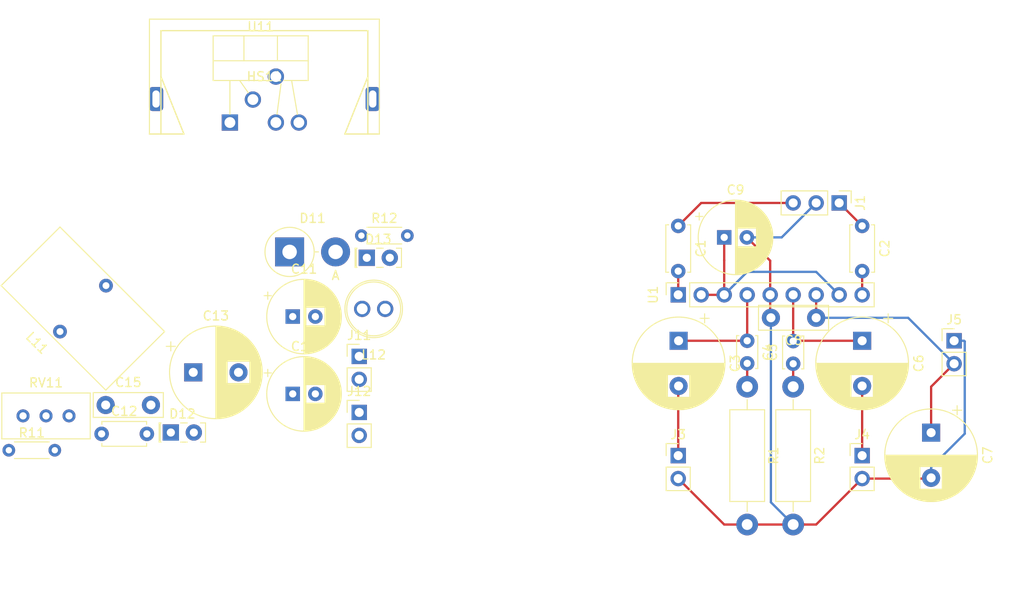
<source format=kicad_pcb>
(kicad_pcb (version 20171130) (host pcbnew "(5.0.0)")

  (general
    (thickness 1.6)
    (drawings 0)
    (tracks 61)
    (zones 0)
    (modules 33)
    (nets 22)
  )

  (page A4)
  (title_block
    (title amplifeuer)
    (date 2019-08-05)
    (rev 0.1.0)
    (company nabijaczleweli)
  )

  (layers
    (0 F.Cu mixed)
    (1 In1.Cu signal)
    (2 In2.Cu signal)
    (31 B.Cu mixed)
    (33 F.Adhes user)
    (35 F.Paste user)
    (37 F.SilkS user)
    (39 F.Mask user)
    (40 Dwgs.User user)
    (41 Cmts.User user)
    (42 Eco1.User user)
    (43 Eco2.User user)
    (44 Edge.Cuts user)
    (45 Margin user)
    (46 B.CrtYd user)
    (47 F.CrtYd user)
    (49 F.Fab user)
  )

  (setup
    (last_trace_width 0.25)
    (trace_clearance 0.2)
    (zone_clearance 0.508)
    (zone_45_only no)
    (trace_min 0.2)
    (segment_width 0.2)
    (edge_width 0.15)
    (via_size 0.8)
    (via_drill 0.4)
    (via_min_size 0.4)
    (via_min_drill 0.3)
    (uvia_size 0.3)
    (uvia_drill 0.1)
    (uvias_allowed no)
    (uvia_min_size 0.2)
    (uvia_min_drill 0.1)
    (pcb_text_width 0.3)
    (pcb_text_size 1.5 1.5)
    (mod_edge_width 0.15)
    (mod_text_size 1 1)
    (mod_text_width 0.15)
    (pad_size 1.524 1.524)
    (pad_drill 0.762)
    (pad_to_mask_clearance 0.2)
    (aux_axis_origin 0 0)
    (visible_elements 7FFFFFFF)
    (pcbplotparams
      (layerselection 0x010fc_ffffffff)
      (usegerberextensions false)
      (usegerberattributes false)
      (usegerberadvancedattributes false)
      (creategerberjobfile false)
      (excludeedgelayer true)
      (linewidth 0.100000)
      (plotframeref false)
      (viasonmask false)
      (mode 1)
      (useauxorigin false)
      (hpglpennumber 1)
      (hpglpenspeed 20)
      (hpglpendiameter 15.000000)
      (psnegative false)
      (psa4output false)
      (plotreference true)
      (plotvalue true)
      (plotinvisibletext false)
      (padsonsilk false)
      (subtractmaskfromsilk false)
      (outputformat 1)
      (mirror false)
      (drillshape 1)
      (scaleselection 1)
      (outputdirectory ""))
  )

  (net 0 "")
  (net 1 "Net-(C1-Pad2)")
  (net 2 "Net-(C1-Pad1)")
  (net 3 "Net-(C2-Pad1)")
  (net 4 "Net-(C2-Pad2)")
  (net 5 "Net-(C3-Pad1)")
  (net 6 "Net-(C3-Pad2)")
  (net 7 "Net-(C4-Pad2)")
  (net 8 "Net-(C5-Pad1)")
  (net 9 "Net-(C5-Pad2)")
  (net 10 GND)
  (net 11 +12V)
  (net 12 "Net-(C9-Pad1)")
  (net 13 "Net-(C6-Pad2)")
  (net 14 /amplifier/+Vp)
  (net 15 "Net-(C12-Pad1)")
  (net 16 "Net-(C13-Pad1)")
  (net 17 "Net-(D11-Pad2)")
  (net 18 "Net-(D12-Pad1)")
  (net 19 "Net-(D13-Pad1)")
  (net 20 "Net-(R11-Pad1)")
  (net 21 "Net-(RV11-Pad2)")

  (net_class Default "This is the default net class."
    (clearance 0.2)
    (trace_width 0.25)
    (via_dia 0.8)
    (via_drill 0.4)
    (uvia_dia 0.3)
    (uvia_drill 0.1)
    (add_net +12V)
    (add_net /amplifier/+Vp)
    (add_net GND)
    (add_net "Net-(C1-Pad1)")
    (add_net "Net-(C1-Pad2)")
    (add_net "Net-(C12-Pad1)")
    (add_net "Net-(C13-Pad1)")
    (add_net "Net-(C2-Pad1)")
    (add_net "Net-(C2-Pad2)")
    (add_net "Net-(C3-Pad1)")
    (add_net "Net-(C3-Pad2)")
    (add_net "Net-(C4-Pad2)")
    (add_net "Net-(C5-Pad1)")
    (add_net "Net-(C5-Pad2)")
    (add_net "Net-(C6-Pad2)")
    (add_net "Net-(C9-Pad1)")
    (add_net "Net-(D11-Pad2)")
    (add_net "Net-(D12-Pad1)")
    (add_net "Net-(D13-Pad1)")
    (add_net "Net-(R11-Pad1)")
    (add_net "Net-(RV11-Pad2)")
  )

  (module Connector_PinHeader_2.54mm:PinHeader_1x02_P2.54mm_Vertical (layer F.Cu) (tedit 59FED5CC) (tstamp 5D582DD1)
    (at 156.21 92.71)
    (descr "Through hole straight pin header, 1x02, 2.54mm pitch, single row")
    (tags "Through hole pin header THT 1x02 2.54mm single row")
    (path /5D496F87/5D49736C)
    (fp_text reference J3 (at 0 -2.33) (layer F.SilkS)
      (effects (font (size 1 1) (thickness 0.15)))
    )
    (fp_text value Output1 (at 0 4.87) (layer F.Fab)
      (effects (font (size 1 1) (thickness 0.15)))
    )
    (fp_line (start -0.635 -1.27) (end 1.27 -1.27) (layer F.Fab) (width 0.1))
    (fp_line (start 1.27 -1.27) (end 1.27 3.81) (layer F.Fab) (width 0.1))
    (fp_line (start 1.27 3.81) (end -1.27 3.81) (layer F.Fab) (width 0.1))
    (fp_line (start -1.27 3.81) (end -1.27 -0.635) (layer F.Fab) (width 0.1))
    (fp_line (start -1.27 -0.635) (end -0.635 -1.27) (layer F.Fab) (width 0.1))
    (fp_line (start -1.33 3.87) (end 1.33 3.87) (layer F.SilkS) (width 0.12))
    (fp_line (start -1.33 1.27) (end -1.33 3.87) (layer F.SilkS) (width 0.12))
    (fp_line (start 1.33 1.27) (end 1.33 3.87) (layer F.SilkS) (width 0.12))
    (fp_line (start -1.33 1.27) (end 1.33 1.27) (layer F.SilkS) (width 0.12))
    (fp_line (start -1.33 0) (end -1.33 -1.33) (layer F.SilkS) (width 0.12))
    (fp_line (start -1.33 -1.33) (end 0 -1.33) (layer F.SilkS) (width 0.12))
    (fp_line (start -1.8 -1.8) (end -1.8 4.35) (layer F.CrtYd) (width 0.05))
    (fp_line (start -1.8 4.35) (end 1.8 4.35) (layer F.CrtYd) (width 0.05))
    (fp_line (start 1.8 4.35) (end 1.8 -1.8) (layer F.CrtYd) (width 0.05))
    (fp_line (start 1.8 -1.8) (end -1.8 -1.8) (layer F.CrtYd) (width 0.05))
    (fp_text user %R (at 0 1.27 90) (layer F.Fab)
      (effects (font (size 1 1) (thickness 0.15)))
    )
    (pad 1 thru_hole rect (at 0 0) (size 1.7 1.7) (drill 1) (layers *.Cu *.Mask)
      (net 6 "Net-(C3-Pad2)"))
    (pad 2 thru_hole oval (at 0 2.54) (size 1.7 1.7) (drill 1) (layers *.Cu *.Mask)
      (net 10 GND))
    (model ${KISYS3DMOD}/Connector_PinHeader_2.54mm.3dshapes/PinHeader_1x02_P2.54mm_Vertical.wrl
      (at (xyz 0 0 0))
      (scale (xyz 1 1 1))
      (rotate (xyz 0 0 0))
    )
  )

  (module Connector_PinHeader_2.54mm:PinHeader_1x02_P2.54mm_Vertical (layer F.Cu) (tedit 59FED5CC) (tstamp 5D4A4622)
    (at 176.53 92.71)
    (descr "Through hole straight pin header, 1x02, 2.54mm pitch, single row")
    (tags "Through hole pin header THT 1x02 2.54mm single row")
    (path /5D496F87/5D497398)
    (fp_text reference J4 (at 0 -2.33) (layer F.SilkS)
      (effects (font (size 1 1) (thickness 0.15)))
    )
    (fp_text value Output2 (at 0 4.87) (layer F.Fab)
      (effects (font (size 1 1) (thickness 0.15)))
    )
    (fp_text user %R (at 0 1.27 90) (layer F.Fab)
      (effects (font (size 1 1) (thickness 0.15)))
    )
    (fp_line (start 1.8 -1.8) (end -1.8 -1.8) (layer F.CrtYd) (width 0.05))
    (fp_line (start 1.8 4.35) (end 1.8 -1.8) (layer F.CrtYd) (width 0.05))
    (fp_line (start -1.8 4.35) (end 1.8 4.35) (layer F.CrtYd) (width 0.05))
    (fp_line (start -1.8 -1.8) (end -1.8 4.35) (layer F.CrtYd) (width 0.05))
    (fp_line (start -1.33 -1.33) (end 0 -1.33) (layer F.SilkS) (width 0.12))
    (fp_line (start -1.33 0) (end -1.33 -1.33) (layer F.SilkS) (width 0.12))
    (fp_line (start -1.33 1.27) (end 1.33 1.27) (layer F.SilkS) (width 0.12))
    (fp_line (start 1.33 1.27) (end 1.33 3.87) (layer F.SilkS) (width 0.12))
    (fp_line (start -1.33 1.27) (end -1.33 3.87) (layer F.SilkS) (width 0.12))
    (fp_line (start -1.33 3.87) (end 1.33 3.87) (layer F.SilkS) (width 0.12))
    (fp_line (start -1.27 -0.635) (end -0.635 -1.27) (layer F.Fab) (width 0.1))
    (fp_line (start -1.27 3.81) (end -1.27 -0.635) (layer F.Fab) (width 0.1))
    (fp_line (start 1.27 3.81) (end -1.27 3.81) (layer F.Fab) (width 0.1))
    (fp_line (start 1.27 -1.27) (end 1.27 3.81) (layer F.Fab) (width 0.1))
    (fp_line (start -0.635 -1.27) (end 1.27 -1.27) (layer F.Fab) (width 0.1))
    (pad 2 thru_hole oval (at 0 2.54) (size 1.7 1.7) (drill 1) (layers *.Cu *.Mask)
      (net 10 GND))
    (pad 1 thru_hole rect (at 0 0) (size 1.7 1.7) (drill 1) (layers *.Cu *.Mask)
      (net 13 "Net-(C6-Pad2)"))
    (model ${KISYS3DMOD}/Connector_PinHeader_2.54mm.3dshapes/PinHeader_1x02_P2.54mm_Vertical.wrl
      (at (xyz 0 0 0))
      (scale (xyz 1 1 1))
      (rotate (xyz 0 0 0))
    )
  )

  (module Connector_PinHeader_2.54mm:PinHeader_1x03_P2.54mm_Vertical (layer F.Cu) (tedit 59FED5CC) (tstamp 5D4A452F)
    (at 173.99 64.77 270)
    (descr "Through hole straight pin header, 1x03, 2.54mm pitch, single row")
    (tags "Through hole pin header THT 1x03 2.54mm single row")
    (path /5D496F87/5D4973D0)
    (fp_text reference J1 (at 0 -2.33 270) (layer F.SilkS)
      (effects (font (size 1 1) (thickness 0.15)))
    )
    (fp_text value Input (at 0 7.41 270) (layer F.Fab)
      (effects (font (size 1 1) (thickness 0.15)))
    )
    (fp_line (start -0.635 -1.27) (end 1.27 -1.27) (layer F.Fab) (width 0.1))
    (fp_line (start 1.27 -1.27) (end 1.27 6.35) (layer F.Fab) (width 0.1))
    (fp_line (start 1.27 6.35) (end -1.27 6.35) (layer F.Fab) (width 0.1))
    (fp_line (start -1.27 6.35) (end -1.27 -0.635) (layer F.Fab) (width 0.1))
    (fp_line (start -1.27 -0.635) (end -0.635 -1.27) (layer F.Fab) (width 0.1))
    (fp_line (start -1.33 6.41) (end 1.33 6.41) (layer F.SilkS) (width 0.12))
    (fp_line (start -1.33 1.27) (end -1.33 6.41) (layer F.SilkS) (width 0.12))
    (fp_line (start 1.33 1.27) (end 1.33 6.41) (layer F.SilkS) (width 0.12))
    (fp_line (start -1.33 1.27) (end 1.33 1.27) (layer F.SilkS) (width 0.12))
    (fp_line (start -1.33 0) (end -1.33 -1.33) (layer F.SilkS) (width 0.12))
    (fp_line (start -1.33 -1.33) (end 0 -1.33) (layer F.SilkS) (width 0.12))
    (fp_line (start -1.8 -1.8) (end -1.8 6.85) (layer F.CrtYd) (width 0.05))
    (fp_line (start -1.8 6.85) (end 1.8 6.85) (layer F.CrtYd) (width 0.05))
    (fp_line (start 1.8 6.85) (end 1.8 -1.8) (layer F.CrtYd) (width 0.05))
    (fp_line (start 1.8 -1.8) (end -1.8 -1.8) (layer F.CrtYd) (width 0.05))
    (fp_text user %R (at 0 2.54) (layer F.Fab)
      (effects (font (size 1 1) (thickness 0.15)))
    )
    (pad 1 thru_hole rect (at 0 0 270) (size 1.7 1.7) (drill 1) (layers *.Cu *.Mask)
      (net 3 "Net-(C2-Pad1)"))
    (pad 2 thru_hole oval (at 0 2.54 270) (size 1.7 1.7) (drill 1) (layers *.Cu *.Mask)
      (net 10 GND))
    (pad 3 thru_hole oval (at 0 5.08 270) (size 1.7 1.7) (drill 1) (layers *.Cu *.Mask)
      (net 2 "Net-(C1-Pad1)"))
    (model ${KISYS3DMOD}/Connector_PinHeader_2.54mm.3dshapes/PinHeader_1x03_P2.54mm_Vertical.wrl
      (at (xyz 0 0 0))
      (scale (xyz 1 1 1))
      (rotate (xyz 0 0 0))
    )
  )

  (module Connector_PinHeader_2.54mm:PinHeader_1x02_P2.54mm_Vertical (layer F.Cu) (tedit 59FED5CC) (tstamp 5D4A74F3)
    (at 186.69 80.01)
    (descr "Through hole straight pin header, 1x02, 2.54mm pitch, single row")
    (tags "Through hole pin header THT 1x02 2.54mm single row")
    (path /5D496F87/5D4973D7)
    (fp_text reference J5 (at 0 -2.33) (layer F.SilkS)
      (effects (font (size 1 1) (thickness 0.15)))
    )
    (fp_text value Power (at 0 4.87) (layer F.Fab)
      (effects (font (size 1 1) (thickness 0.15)))
    )
    (fp_line (start -0.635 -1.27) (end 1.27 -1.27) (layer F.Fab) (width 0.1))
    (fp_line (start 1.27 -1.27) (end 1.27 3.81) (layer F.Fab) (width 0.1))
    (fp_line (start 1.27 3.81) (end -1.27 3.81) (layer F.Fab) (width 0.1))
    (fp_line (start -1.27 3.81) (end -1.27 -0.635) (layer F.Fab) (width 0.1))
    (fp_line (start -1.27 -0.635) (end -0.635 -1.27) (layer F.Fab) (width 0.1))
    (fp_line (start -1.33 3.87) (end 1.33 3.87) (layer F.SilkS) (width 0.12))
    (fp_line (start -1.33 1.27) (end -1.33 3.87) (layer F.SilkS) (width 0.12))
    (fp_line (start 1.33 1.27) (end 1.33 3.87) (layer F.SilkS) (width 0.12))
    (fp_line (start -1.33 1.27) (end 1.33 1.27) (layer F.SilkS) (width 0.12))
    (fp_line (start -1.33 0) (end -1.33 -1.33) (layer F.SilkS) (width 0.12))
    (fp_line (start -1.33 -1.33) (end 0 -1.33) (layer F.SilkS) (width 0.12))
    (fp_line (start -1.8 -1.8) (end -1.8 4.35) (layer F.CrtYd) (width 0.05))
    (fp_line (start -1.8 4.35) (end 1.8 4.35) (layer F.CrtYd) (width 0.05))
    (fp_line (start 1.8 4.35) (end 1.8 -1.8) (layer F.CrtYd) (width 0.05))
    (fp_line (start 1.8 -1.8) (end -1.8 -1.8) (layer F.CrtYd) (width 0.05))
    (fp_text user %R (at 0 1.27 -270) (layer F.Fab)
      (effects (font (size 1 1) (thickness 0.15)))
    )
    (pad 1 thru_hole rect (at 0 0) (size 1.7 1.7) (drill 1) (layers *.Cu *.Mask)
      (net 10 GND))
    (pad 2 thru_hole oval (at 0 2.54) (size 1.7 1.7) (drill 1) (layers *.Cu *.Mask)
      (net 14 /amplifier/+Vp))
    (model ${KISYS3DMOD}/Connector_PinHeader_2.54mm.3dshapes/PinHeader_1x02_P2.54mm_Vertical.wrl
      (at (xyz 0 0 0))
      (scale (xyz 1 1 1))
      (rotate (xyz 0 0 0))
    )
  )

  (module Connector_PinSocket_2.54mm:PinSocket_1x09_P2.54mm_Vertical (layer F.Cu) (tedit 5A19A431) (tstamp 5D57CAB3)
    (at 156.21 74.93 90)
    (descr "Through hole straight socket strip, 1x09, 2.54mm pitch, single row (from Kicad 4.0.7), script generated")
    (tags "Through hole socket strip THT 1x09 2.54mm single row")
    (path /5D496F87/5D4973FE)
    (fp_text reference U1 (at 0 -2.77 90) (layer F.SilkS)
      (effects (font (size 1 1) (thickness 0.15)))
    )
    (fp_text value TDA1521A (at 0 23.09 90) (layer F.Fab)
      (effects (font (size 1 1) (thickness 0.15)))
    )
    (fp_line (start -1.27 -1.27) (end 0.635 -1.27) (layer F.Fab) (width 0.1))
    (fp_line (start 0.635 -1.27) (end 1.27 -0.635) (layer F.Fab) (width 0.1))
    (fp_line (start 1.27 -0.635) (end 1.27 21.59) (layer F.Fab) (width 0.1))
    (fp_line (start 1.27 21.59) (end -1.27 21.59) (layer F.Fab) (width 0.1))
    (fp_line (start -1.27 21.59) (end -1.27 -1.27) (layer F.Fab) (width 0.1))
    (fp_line (start -1.33 1.27) (end 1.33 1.27) (layer F.SilkS) (width 0.12))
    (fp_line (start -1.33 1.27) (end -1.33 21.65) (layer F.SilkS) (width 0.12))
    (fp_line (start -1.33 21.65) (end 1.33 21.65) (layer F.SilkS) (width 0.12))
    (fp_line (start 1.33 1.27) (end 1.33 21.65) (layer F.SilkS) (width 0.12))
    (fp_line (start 1.33 -1.33) (end 1.33 0) (layer F.SilkS) (width 0.12))
    (fp_line (start 0 -1.33) (end 1.33 -1.33) (layer F.SilkS) (width 0.12))
    (fp_line (start -1.8 -1.8) (end 1.75 -1.8) (layer F.CrtYd) (width 0.05))
    (fp_line (start 1.75 -1.8) (end 1.75 22.1) (layer F.CrtYd) (width 0.05))
    (fp_line (start 1.75 22.1) (end -1.8 22.1) (layer F.CrtYd) (width 0.05))
    (fp_line (start -1.8 22.1) (end -1.8 -1.8) (layer F.CrtYd) (width 0.05))
    (fp_text user %R (at 0 10.16 180) (layer F.Fab)
      (effects (font (size 1 1) (thickness 0.15)))
    )
    (pad 1 thru_hole rect (at 0 0 90) (size 1.7 1.7) (drill 1) (layers *.Cu *.Mask)
      (net 1 "Net-(C1-Pad2)"))
    (pad 2 thru_hole oval (at 0 2.54 90) (size 1.7 1.7) (drill 1) (layers *.Cu *.Mask)
      (net 12 "Net-(C9-Pad1)"))
    (pad 3 thru_hole oval (at 0 5.08 90) (size 1.7 1.7) (drill 1) (layers *.Cu *.Mask)
      (net 12 "Net-(C9-Pad1)"))
    (pad 4 thru_hole oval (at 0 7.62 90) (size 1.7 1.7) (drill 1) (layers *.Cu *.Mask)
      (net 5 "Net-(C3-Pad1)"))
    (pad 5 thru_hole oval (at 0 10.16 90) (size 1.7 1.7) (drill 1) (layers *.Cu *.Mask)
      (net 10 GND))
    (pad 6 thru_hole oval (at 0 12.7 90) (size 1.7 1.7) (drill 1) (layers *.Cu *.Mask)
      (net 9 "Net-(C5-Pad2)"))
    (pad 7 thru_hole oval (at 0 15.24 90) (size 1.7 1.7) (drill 1) (layers *.Cu *.Mask)
      (net 14 /amplifier/+Vp))
    (pad 8 thru_hole oval (at 0 17.78 90) (size 1.7 1.7) (drill 1) (layers *.Cu *.Mask)
      (net 12 "Net-(C9-Pad1)"))
    (pad 9 thru_hole oval (at 0 20.32 90) (size 1.7 1.7) (drill 1) (layers *.Cu *.Mask)
      (net 4 "Net-(C2-Pad2)"))
    (model ../external/kicad-lib/models/SOT110-1/SOT110-1.wrl
      (offset (xyz -2 -10.17 6.62))
      (scale (xyz 1 1 1))
      (rotate (xyz -90 0 90))
    )
  )

  (module Resistor_THT:R_Axial_DIN0411_L9.9mm_D3.6mm_P15.24mm_Horizontal (layer F.Cu) (tedit 5AE5139B) (tstamp 5D57DE67)
    (at 163.83 85.09 270)
    (descr "Resistor, Axial_DIN0411 series, Axial, Horizontal, pin pitch=15.24mm, 1W, length*diameter=9.9*3.6mm^2")
    (tags "Resistor Axial_DIN0411 series Axial Horizontal pin pitch 15.24mm 1W length 9.9mm diameter 3.6mm")
    (path /5D496F87/5D49738B)
    (fp_text reference R1 (at 7.62 -2.92 270) (layer F.SilkS)
      (effects (font (size 1 1) (thickness 0.15)))
    )
    (fp_text value 10R (at 7.62 2.92 270) (layer F.Fab)
      (effects (font (size 1 1) (thickness 0.15)))
    )
    (fp_line (start 2.67 -1.8) (end 2.67 1.8) (layer F.Fab) (width 0.1))
    (fp_line (start 2.67 1.8) (end 12.57 1.8) (layer F.Fab) (width 0.1))
    (fp_line (start 12.57 1.8) (end 12.57 -1.8) (layer F.Fab) (width 0.1))
    (fp_line (start 12.57 -1.8) (end 2.67 -1.8) (layer F.Fab) (width 0.1))
    (fp_line (start 0 0) (end 2.67 0) (layer F.Fab) (width 0.1))
    (fp_line (start 15.24 0) (end 12.57 0) (layer F.Fab) (width 0.1))
    (fp_line (start 2.55 -1.92) (end 2.55 1.92) (layer F.SilkS) (width 0.12))
    (fp_line (start 2.55 1.92) (end 12.69 1.92) (layer F.SilkS) (width 0.12))
    (fp_line (start 12.69 1.92) (end 12.69 -1.92) (layer F.SilkS) (width 0.12))
    (fp_line (start 12.69 -1.92) (end 2.55 -1.92) (layer F.SilkS) (width 0.12))
    (fp_line (start 1.44 0) (end 2.55 0) (layer F.SilkS) (width 0.12))
    (fp_line (start 13.8 0) (end 12.69 0) (layer F.SilkS) (width 0.12))
    (fp_line (start -1.45 -2.05) (end -1.45 2.05) (layer F.CrtYd) (width 0.05))
    (fp_line (start -1.45 2.05) (end 16.69 2.05) (layer F.CrtYd) (width 0.05))
    (fp_line (start 16.69 2.05) (end 16.69 -2.05) (layer F.CrtYd) (width 0.05))
    (fp_line (start 16.69 -2.05) (end -1.45 -2.05) (layer F.CrtYd) (width 0.05))
    (fp_text user %R (at 7.62 0 270) (layer F.Fab)
      (effects (font (size 1 1) (thickness 0.15)))
    )
    (pad 1 thru_hole circle (at 0 0 270) (size 2.4 2.4) (drill 1.2) (layers *.Cu *.Mask)
      (net 7 "Net-(C4-Pad2)"))
    (pad 2 thru_hole oval (at 15.24 0 270) (size 2.4 2.4) (drill 1.2) (layers *.Cu *.Mask)
      (net 10 GND))
    (model ${KISYS3DMOD}/Resistor_THT.3dshapes/R_Axial_DIN0411_L9.9mm_D3.6mm_P15.24mm_Horizontal.wrl
      (at (xyz 0 0 0))
      (scale (xyz 1 1 1))
      (rotate (xyz 0 0 0))
    )
  )

  (module Resistor_THT:R_Axial_DIN0411_L9.9mm_D3.6mm_P15.24mm_Horizontal (layer F.Cu) (tedit 5AE5139B) (tstamp 5D57DE7D)
    (at 168.91 85.09 270)
    (descr "Resistor, Axial_DIN0411 series, Axial, Horizontal, pin pitch=15.24mm, 1W, length*diameter=9.9*3.6mm^2")
    (tags "Resistor Axial_DIN0411 series Axial Horizontal pin pitch 15.24mm 1W length 9.9mm diameter 3.6mm")
    (path /5D496F87/5D4973B7)
    (fp_text reference R2 (at 7.62 -2.92 270) (layer F.SilkS)
      (effects (font (size 1 1) (thickness 0.15)))
    )
    (fp_text value 10R (at 7.62 2.92 270) (layer F.Fab)
      (effects (font (size 1 1) (thickness 0.15)))
    )
    (fp_text user %R (at 7.62 0 270) (layer F.Fab)
      (effects (font (size 1 1) (thickness 0.15)))
    )
    (fp_line (start 16.69 -2.05) (end -1.45 -2.05) (layer F.CrtYd) (width 0.05))
    (fp_line (start 16.69 2.05) (end 16.69 -2.05) (layer F.CrtYd) (width 0.05))
    (fp_line (start -1.45 2.05) (end 16.69 2.05) (layer F.CrtYd) (width 0.05))
    (fp_line (start -1.45 -2.05) (end -1.45 2.05) (layer F.CrtYd) (width 0.05))
    (fp_line (start 13.8 0) (end 12.69 0) (layer F.SilkS) (width 0.12))
    (fp_line (start 1.44 0) (end 2.55 0) (layer F.SilkS) (width 0.12))
    (fp_line (start 12.69 -1.92) (end 2.55 -1.92) (layer F.SilkS) (width 0.12))
    (fp_line (start 12.69 1.92) (end 12.69 -1.92) (layer F.SilkS) (width 0.12))
    (fp_line (start 2.55 1.92) (end 12.69 1.92) (layer F.SilkS) (width 0.12))
    (fp_line (start 2.55 -1.92) (end 2.55 1.92) (layer F.SilkS) (width 0.12))
    (fp_line (start 15.24 0) (end 12.57 0) (layer F.Fab) (width 0.1))
    (fp_line (start 0 0) (end 2.67 0) (layer F.Fab) (width 0.1))
    (fp_line (start 12.57 -1.8) (end 2.67 -1.8) (layer F.Fab) (width 0.1))
    (fp_line (start 12.57 1.8) (end 12.57 -1.8) (layer F.Fab) (width 0.1))
    (fp_line (start 2.67 1.8) (end 12.57 1.8) (layer F.Fab) (width 0.1))
    (fp_line (start 2.67 -1.8) (end 2.67 1.8) (layer F.Fab) (width 0.1))
    (pad 2 thru_hole oval (at 15.24 0 270) (size 2.4 2.4) (drill 1.2) (layers *.Cu *.Mask)
      (net 10 GND))
    (pad 1 thru_hole circle (at 0 0 270) (size 2.4 2.4) (drill 1.2) (layers *.Cu *.Mask)
      (net 8 "Net-(C5-Pad1)"))
    (model ${KISYS3DMOD}/Resistor_THT.3dshapes/R_Axial_DIN0411_L9.9mm_D3.6mm_P15.24mm_Horizontal.wrl
      (at (xyz 0 0 0))
      (scale (xyz 1 1 1))
      (rotate (xyz 0 0 0))
    )
  )

  (module Capacitor_THT:C_Disc_D5.0mm_W2.5mm_P5.00mm (layer F.Cu) (tedit 5AE50EF0) (tstamp 5D581D2E)
    (at 156.21 67.31 270)
    (descr "C, Disc series, Radial, pin pitch=5.00mm, , diameter*width=5*2.5mm^2, Capacitor, http://cdn-reichelt.de/documents/datenblatt/B300/DS_KERKO_TC.pdf")
    (tags "C Disc series Radial pin pitch 5.00mm  diameter 5mm width 2.5mm Capacitor")
    (path /5D496F87/5D497336)
    (fp_text reference C1 (at 2.5 -2.5 270) (layer F.SilkS)
      (effects (font (size 1 1) (thickness 0.15)))
    )
    (fp_text value 220nF (at 2.5 2.5 270) (layer F.Fab)
      (effects (font (size 1 1) (thickness 0.15)))
    )
    (fp_line (start 0 -1.25) (end 0 1.25) (layer F.Fab) (width 0.1))
    (fp_line (start 0 1.25) (end 5 1.25) (layer F.Fab) (width 0.1))
    (fp_line (start 5 1.25) (end 5 -1.25) (layer F.Fab) (width 0.1))
    (fp_line (start 5 -1.25) (end 0 -1.25) (layer F.Fab) (width 0.1))
    (fp_line (start -0.12 -1.37) (end 5.12 -1.37) (layer F.SilkS) (width 0.12))
    (fp_line (start -0.12 1.37) (end 5.12 1.37) (layer F.SilkS) (width 0.12))
    (fp_line (start -0.12 -1.37) (end -0.12 -1.055) (layer F.SilkS) (width 0.12))
    (fp_line (start -0.12 1.055) (end -0.12 1.37) (layer F.SilkS) (width 0.12))
    (fp_line (start 5.12 -1.37) (end 5.12 -1.055) (layer F.SilkS) (width 0.12))
    (fp_line (start 5.12 1.055) (end 5.12 1.37) (layer F.SilkS) (width 0.12))
    (fp_line (start -1.05 -1.5) (end -1.05 1.5) (layer F.CrtYd) (width 0.05))
    (fp_line (start -1.05 1.5) (end 6.05 1.5) (layer F.CrtYd) (width 0.05))
    (fp_line (start 6.05 1.5) (end 6.05 -1.5) (layer F.CrtYd) (width 0.05))
    (fp_line (start 6.05 -1.5) (end -1.05 -1.5) (layer F.CrtYd) (width 0.05))
    (fp_text user %R (at 2.5 0 270) (layer F.Fab)
      (effects (font (size 1 1) (thickness 0.15)))
    )
    (pad 1 thru_hole circle (at 0 0 270) (size 1.6 1.6) (drill 0.8) (layers *.Cu *.Mask)
      (net 2 "Net-(C1-Pad1)"))
    (pad 2 thru_hole circle (at 5 0 270) (size 1.6 1.6) (drill 0.8) (layers *.Cu *.Mask)
      (net 1 "Net-(C1-Pad2)"))
    (model ${KISYS3DMOD}/Capacitor_THT.3dshapes/C_Disc_D5.0mm_W2.5mm_P5.00mm.wrl
      (at (xyz 0 0 0))
      (scale (xyz 1 1 1))
      (rotate (xyz 0 0 0))
    )
  )

  (module Capacitor_THT:C_Disc_D5.0mm_W2.5mm_P5.00mm (layer F.Cu) (tedit 5AE50EF0) (tstamp 5D581D42)
    (at 176.53 67.31 270)
    (descr "C, Disc series, Radial, pin pitch=5.00mm, , diameter*width=5*2.5mm^2, Capacitor, http://cdn-reichelt.de/documents/datenblatt/B300/DS_KERKO_TC.pdf")
    (tags "C Disc series Radial pin pitch 5.00mm  diameter 5mm width 2.5mm Capacitor")
    (path /5D496F87/5D49733D)
    (fp_text reference C2 (at 2.5 -2.5 270) (layer F.SilkS)
      (effects (font (size 1 1) (thickness 0.15)))
    )
    (fp_text value 220nF (at 2.5 2.5 270) (layer F.Fab)
      (effects (font (size 1 1) (thickness 0.15)))
    )
    (fp_text user %R (at 2.5 0 270) (layer F.Fab)
      (effects (font (size 1 1) (thickness 0.15)))
    )
    (fp_line (start 6.05 -1.5) (end -1.05 -1.5) (layer F.CrtYd) (width 0.05))
    (fp_line (start 6.05 1.5) (end 6.05 -1.5) (layer F.CrtYd) (width 0.05))
    (fp_line (start -1.05 1.5) (end 6.05 1.5) (layer F.CrtYd) (width 0.05))
    (fp_line (start -1.05 -1.5) (end -1.05 1.5) (layer F.CrtYd) (width 0.05))
    (fp_line (start 5.12 1.055) (end 5.12 1.37) (layer F.SilkS) (width 0.12))
    (fp_line (start 5.12 -1.37) (end 5.12 -1.055) (layer F.SilkS) (width 0.12))
    (fp_line (start -0.12 1.055) (end -0.12 1.37) (layer F.SilkS) (width 0.12))
    (fp_line (start -0.12 -1.37) (end -0.12 -1.055) (layer F.SilkS) (width 0.12))
    (fp_line (start -0.12 1.37) (end 5.12 1.37) (layer F.SilkS) (width 0.12))
    (fp_line (start -0.12 -1.37) (end 5.12 -1.37) (layer F.SilkS) (width 0.12))
    (fp_line (start 5 -1.25) (end 0 -1.25) (layer F.Fab) (width 0.1))
    (fp_line (start 5 1.25) (end 5 -1.25) (layer F.Fab) (width 0.1))
    (fp_line (start 0 1.25) (end 5 1.25) (layer F.Fab) (width 0.1))
    (fp_line (start 0 -1.25) (end 0 1.25) (layer F.Fab) (width 0.1))
    (pad 2 thru_hole circle (at 5 0 270) (size 1.6 1.6) (drill 0.8) (layers *.Cu *.Mask)
      (net 4 "Net-(C2-Pad2)"))
    (pad 1 thru_hole circle (at 0 0 270) (size 1.6 1.6) (drill 0.8) (layers *.Cu *.Mask)
      (net 3 "Net-(C2-Pad1)"))
    (model ${KISYS3DMOD}/Capacitor_THT.3dshapes/C_Disc_D5.0mm_W2.5mm_P5.00mm.wrl
      (at (xyz 0 0 0))
      (scale (xyz 1 1 1))
      (rotate (xyz 0 0 0))
    )
  )

  (module Capacitor_THT:CP_Radial_D10.0mm_P5.00mm (layer F.Cu) (tedit 5AE50EF1) (tstamp 5D582A39)
    (at 156.25 80.01 270)
    (descr "CP, Radial series, Radial, pin pitch=5.00mm, , diameter=10mm, Electrolytic Capacitor")
    (tags "CP Radial series Radial pin pitch 5.00mm  diameter 10mm Electrolytic Capacitor")
    (path /5D496F87/5D497373)
    (fp_text reference C3 (at 2.5 -6.25 270) (layer F.SilkS)
      (effects (font (size 1 1) (thickness 0.15)))
    )
    (fp_text value 680μF (at 2.5 6.25 270) (layer F.Fab)
      (effects (font (size 1 1) (thickness 0.15)))
    )
    (fp_text user %R (at 2.5 0 270) (layer F.Fab)
      (effects (font (size 1 1) (thickness 0.15)))
    )
    (fp_line (start -2.479646 -3.375) (end -2.479646 -2.375) (layer F.SilkS) (width 0.12))
    (fp_line (start -2.979646 -2.875) (end -1.979646 -2.875) (layer F.SilkS) (width 0.12))
    (fp_line (start 7.581 -0.599) (end 7.581 0.599) (layer F.SilkS) (width 0.12))
    (fp_line (start 7.541 -0.862) (end 7.541 0.862) (layer F.SilkS) (width 0.12))
    (fp_line (start 7.501 -1.062) (end 7.501 1.062) (layer F.SilkS) (width 0.12))
    (fp_line (start 7.461 -1.23) (end 7.461 1.23) (layer F.SilkS) (width 0.12))
    (fp_line (start 7.421 -1.378) (end 7.421 1.378) (layer F.SilkS) (width 0.12))
    (fp_line (start 7.381 -1.51) (end 7.381 1.51) (layer F.SilkS) (width 0.12))
    (fp_line (start 7.341 -1.63) (end 7.341 1.63) (layer F.SilkS) (width 0.12))
    (fp_line (start 7.301 -1.742) (end 7.301 1.742) (layer F.SilkS) (width 0.12))
    (fp_line (start 7.261 -1.846) (end 7.261 1.846) (layer F.SilkS) (width 0.12))
    (fp_line (start 7.221 -1.944) (end 7.221 1.944) (layer F.SilkS) (width 0.12))
    (fp_line (start 7.181 -2.037) (end 7.181 2.037) (layer F.SilkS) (width 0.12))
    (fp_line (start 7.141 -2.125) (end 7.141 2.125) (layer F.SilkS) (width 0.12))
    (fp_line (start 7.101 -2.209) (end 7.101 2.209) (layer F.SilkS) (width 0.12))
    (fp_line (start 7.061 -2.289) (end 7.061 2.289) (layer F.SilkS) (width 0.12))
    (fp_line (start 7.021 -2.365) (end 7.021 2.365) (layer F.SilkS) (width 0.12))
    (fp_line (start 6.981 -2.439) (end 6.981 2.439) (layer F.SilkS) (width 0.12))
    (fp_line (start 6.941 -2.51) (end 6.941 2.51) (layer F.SilkS) (width 0.12))
    (fp_line (start 6.901 -2.579) (end 6.901 2.579) (layer F.SilkS) (width 0.12))
    (fp_line (start 6.861 -2.645) (end 6.861 2.645) (layer F.SilkS) (width 0.12))
    (fp_line (start 6.821 -2.709) (end 6.821 2.709) (layer F.SilkS) (width 0.12))
    (fp_line (start 6.781 -2.77) (end 6.781 2.77) (layer F.SilkS) (width 0.12))
    (fp_line (start 6.741 -2.83) (end 6.741 2.83) (layer F.SilkS) (width 0.12))
    (fp_line (start 6.701 -2.889) (end 6.701 2.889) (layer F.SilkS) (width 0.12))
    (fp_line (start 6.661 -2.945) (end 6.661 2.945) (layer F.SilkS) (width 0.12))
    (fp_line (start 6.621 -3) (end 6.621 3) (layer F.SilkS) (width 0.12))
    (fp_line (start 6.581 -3.054) (end 6.581 3.054) (layer F.SilkS) (width 0.12))
    (fp_line (start 6.541 -3.106) (end 6.541 3.106) (layer F.SilkS) (width 0.12))
    (fp_line (start 6.501 -3.156) (end 6.501 3.156) (layer F.SilkS) (width 0.12))
    (fp_line (start 6.461 -3.206) (end 6.461 3.206) (layer F.SilkS) (width 0.12))
    (fp_line (start 6.421 -3.254) (end 6.421 3.254) (layer F.SilkS) (width 0.12))
    (fp_line (start 6.381 -3.301) (end 6.381 3.301) (layer F.SilkS) (width 0.12))
    (fp_line (start 6.341 -3.347) (end 6.341 3.347) (layer F.SilkS) (width 0.12))
    (fp_line (start 6.301 -3.392) (end 6.301 3.392) (layer F.SilkS) (width 0.12))
    (fp_line (start 6.261 -3.436) (end 6.261 3.436) (layer F.SilkS) (width 0.12))
    (fp_line (start 6.221 1.241) (end 6.221 3.478) (layer F.SilkS) (width 0.12))
    (fp_line (start 6.221 -3.478) (end 6.221 -1.241) (layer F.SilkS) (width 0.12))
    (fp_line (start 6.181 1.241) (end 6.181 3.52) (layer F.SilkS) (width 0.12))
    (fp_line (start 6.181 -3.52) (end 6.181 -1.241) (layer F.SilkS) (width 0.12))
    (fp_line (start 6.141 1.241) (end 6.141 3.561) (layer F.SilkS) (width 0.12))
    (fp_line (start 6.141 -3.561) (end 6.141 -1.241) (layer F.SilkS) (width 0.12))
    (fp_line (start 6.101 1.241) (end 6.101 3.601) (layer F.SilkS) (width 0.12))
    (fp_line (start 6.101 -3.601) (end 6.101 -1.241) (layer F.SilkS) (width 0.12))
    (fp_line (start 6.061 1.241) (end 6.061 3.64) (layer F.SilkS) (width 0.12))
    (fp_line (start 6.061 -3.64) (end 6.061 -1.241) (layer F.SilkS) (width 0.12))
    (fp_line (start 6.021 1.241) (end 6.021 3.679) (layer F.SilkS) (width 0.12))
    (fp_line (start 6.021 -3.679) (end 6.021 -1.241) (layer F.SilkS) (width 0.12))
    (fp_line (start 5.981 1.241) (end 5.981 3.716) (layer F.SilkS) (width 0.12))
    (fp_line (start 5.981 -3.716) (end 5.981 -1.241) (layer F.SilkS) (width 0.12))
    (fp_line (start 5.941 1.241) (end 5.941 3.753) (layer F.SilkS) (width 0.12))
    (fp_line (start 5.941 -3.753) (end 5.941 -1.241) (layer F.SilkS) (width 0.12))
    (fp_line (start 5.901 1.241) (end 5.901 3.789) (layer F.SilkS) (width 0.12))
    (fp_line (start 5.901 -3.789) (end 5.901 -1.241) (layer F.SilkS) (width 0.12))
    (fp_line (start 5.861 1.241) (end 5.861 3.824) (layer F.SilkS) (width 0.12))
    (fp_line (start 5.861 -3.824) (end 5.861 -1.241) (layer F.SilkS) (width 0.12))
    (fp_line (start 5.821 1.241) (end 5.821 3.858) (layer F.SilkS) (width 0.12))
    (fp_line (start 5.821 -3.858) (end 5.821 -1.241) (layer F.SilkS) (width 0.12))
    (fp_line (start 5.781 1.241) (end 5.781 3.892) (layer F.SilkS) (width 0.12))
    (fp_line (start 5.781 -3.892) (end 5.781 -1.241) (layer F.SilkS) (width 0.12))
    (fp_line (start 5.741 1.241) (end 5.741 3.925) (layer F.SilkS) (width 0.12))
    (fp_line (start 5.741 -3.925) (end 5.741 -1.241) (layer F.SilkS) (width 0.12))
    (fp_line (start 5.701 1.241) (end 5.701 3.957) (layer F.SilkS) (width 0.12))
    (fp_line (start 5.701 -3.957) (end 5.701 -1.241) (layer F.SilkS) (width 0.12))
    (fp_line (start 5.661 1.241) (end 5.661 3.989) (layer F.SilkS) (width 0.12))
    (fp_line (start 5.661 -3.989) (end 5.661 -1.241) (layer F.SilkS) (width 0.12))
    (fp_line (start 5.621 1.241) (end 5.621 4.02) (layer F.SilkS) (width 0.12))
    (fp_line (start 5.621 -4.02) (end 5.621 -1.241) (layer F.SilkS) (width 0.12))
    (fp_line (start 5.581 1.241) (end 5.581 4.05) (layer F.SilkS) (width 0.12))
    (fp_line (start 5.581 -4.05) (end 5.581 -1.241) (layer F.SilkS) (width 0.12))
    (fp_line (start 5.541 1.241) (end 5.541 4.08) (layer F.SilkS) (width 0.12))
    (fp_line (start 5.541 -4.08) (end 5.541 -1.241) (layer F.SilkS) (width 0.12))
    (fp_line (start 5.501 1.241) (end 5.501 4.11) (layer F.SilkS) (width 0.12))
    (fp_line (start 5.501 -4.11) (end 5.501 -1.241) (layer F.SilkS) (width 0.12))
    (fp_line (start 5.461 1.241) (end 5.461 4.138) (layer F.SilkS) (width 0.12))
    (fp_line (start 5.461 -4.138) (end 5.461 -1.241) (layer F.SilkS) (width 0.12))
    (fp_line (start 5.421 1.241) (end 5.421 4.166) (layer F.SilkS) (width 0.12))
    (fp_line (start 5.421 -4.166) (end 5.421 -1.241) (layer F.SilkS) (width 0.12))
    (fp_line (start 5.381 1.241) (end 5.381 4.194) (layer F.SilkS) (width 0.12))
    (fp_line (start 5.381 -4.194) (end 5.381 -1.241) (layer F.SilkS) (width 0.12))
    (fp_line (start 5.341 1.241) (end 5.341 4.221) (layer F.SilkS) (width 0.12))
    (fp_line (start 5.341 -4.221) (end 5.341 -1.241) (layer F.SilkS) (width 0.12))
    (fp_line (start 5.301 1.241) (end 5.301 4.247) (layer F.SilkS) (width 0.12))
    (fp_line (start 5.301 -4.247) (end 5.301 -1.241) (layer F.SilkS) (width 0.12))
    (fp_line (start 5.261 1.241) (end 5.261 4.273) (layer F.SilkS) (width 0.12))
    (fp_line (start 5.261 -4.273) (end 5.261 -1.241) (layer F.SilkS) (width 0.12))
    (fp_line (start 5.221 1.241) (end 5.221 4.298) (layer F.SilkS) (width 0.12))
    (fp_line (start 5.221 -4.298) (end 5.221 -1.241) (layer F.SilkS) (width 0.12))
    (fp_line (start 5.181 1.241) (end 5.181 4.323) (layer F.SilkS) (width 0.12))
    (fp_line (start 5.181 -4.323) (end 5.181 -1.241) (layer F.SilkS) (width 0.12))
    (fp_line (start 5.141 1.241) (end 5.141 4.347) (layer F.SilkS) (width 0.12))
    (fp_line (start 5.141 -4.347) (end 5.141 -1.241) (layer F.SilkS) (width 0.12))
    (fp_line (start 5.101 1.241) (end 5.101 4.371) (layer F.SilkS) (width 0.12))
    (fp_line (start 5.101 -4.371) (end 5.101 -1.241) (layer F.SilkS) (width 0.12))
    (fp_line (start 5.061 1.241) (end 5.061 4.395) (layer F.SilkS) (width 0.12))
    (fp_line (start 5.061 -4.395) (end 5.061 -1.241) (layer F.SilkS) (width 0.12))
    (fp_line (start 5.021 1.241) (end 5.021 4.417) (layer F.SilkS) (width 0.12))
    (fp_line (start 5.021 -4.417) (end 5.021 -1.241) (layer F.SilkS) (width 0.12))
    (fp_line (start 4.981 1.241) (end 4.981 4.44) (layer F.SilkS) (width 0.12))
    (fp_line (start 4.981 -4.44) (end 4.981 -1.241) (layer F.SilkS) (width 0.12))
    (fp_line (start 4.941 1.241) (end 4.941 4.462) (layer F.SilkS) (width 0.12))
    (fp_line (start 4.941 -4.462) (end 4.941 -1.241) (layer F.SilkS) (width 0.12))
    (fp_line (start 4.901 1.241) (end 4.901 4.483) (layer F.SilkS) (width 0.12))
    (fp_line (start 4.901 -4.483) (end 4.901 -1.241) (layer F.SilkS) (width 0.12))
    (fp_line (start 4.861 1.241) (end 4.861 4.504) (layer F.SilkS) (width 0.12))
    (fp_line (start 4.861 -4.504) (end 4.861 -1.241) (layer F.SilkS) (width 0.12))
    (fp_line (start 4.821 1.241) (end 4.821 4.525) (layer F.SilkS) (width 0.12))
    (fp_line (start 4.821 -4.525) (end 4.821 -1.241) (layer F.SilkS) (width 0.12))
    (fp_line (start 4.781 1.241) (end 4.781 4.545) (layer F.SilkS) (width 0.12))
    (fp_line (start 4.781 -4.545) (end 4.781 -1.241) (layer F.SilkS) (width 0.12))
    (fp_line (start 4.741 1.241) (end 4.741 4.564) (layer F.SilkS) (width 0.12))
    (fp_line (start 4.741 -4.564) (end 4.741 -1.241) (layer F.SilkS) (width 0.12))
    (fp_line (start 4.701 1.241) (end 4.701 4.584) (layer F.SilkS) (width 0.12))
    (fp_line (start 4.701 -4.584) (end 4.701 -1.241) (layer F.SilkS) (width 0.12))
    (fp_line (start 4.661 1.241) (end 4.661 4.603) (layer F.SilkS) (width 0.12))
    (fp_line (start 4.661 -4.603) (end 4.661 -1.241) (layer F.SilkS) (width 0.12))
    (fp_line (start 4.621 1.241) (end 4.621 4.621) (layer F.SilkS) (width 0.12))
    (fp_line (start 4.621 -4.621) (end 4.621 -1.241) (layer F.SilkS) (width 0.12))
    (fp_line (start 4.581 1.241) (end 4.581 4.639) (layer F.SilkS) (width 0.12))
    (fp_line (start 4.581 -4.639) (end 4.581 -1.241) (layer F.SilkS) (width 0.12))
    (fp_line (start 4.541 1.241) (end 4.541 4.657) (layer F.SilkS) (width 0.12))
    (fp_line (start 4.541 -4.657) (end 4.541 -1.241) (layer F.SilkS) (width 0.12))
    (fp_line (start 4.501 1.241) (end 4.501 4.674) (layer F.SilkS) (width 0.12))
    (fp_line (start 4.501 -4.674) (end 4.501 -1.241) (layer F.SilkS) (width 0.12))
    (fp_line (start 4.461 1.241) (end 4.461 4.69) (layer F.SilkS) (width 0.12))
    (fp_line (start 4.461 -4.69) (end 4.461 -1.241) (layer F.SilkS) (width 0.12))
    (fp_line (start 4.421 1.241) (end 4.421 4.707) (layer F.SilkS) (width 0.12))
    (fp_line (start 4.421 -4.707) (end 4.421 -1.241) (layer F.SilkS) (width 0.12))
    (fp_line (start 4.381 1.241) (end 4.381 4.723) (layer F.SilkS) (width 0.12))
    (fp_line (start 4.381 -4.723) (end 4.381 -1.241) (layer F.SilkS) (width 0.12))
    (fp_line (start 4.341 1.241) (end 4.341 4.738) (layer F.SilkS) (width 0.12))
    (fp_line (start 4.341 -4.738) (end 4.341 -1.241) (layer F.SilkS) (width 0.12))
    (fp_line (start 4.301 1.241) (end 4.301 4.754) (layer F.SilkS) (width 0.12))
    (fp_line (start 4.301 -4.754) (end 4.301 -1.241) (layer F.SilkS) (width 0.12))
    (fp_line (start 4.261 1.241) (end 4.261 4.768) (layer F.SilkS) (width 0.12))
    (fp_line (start 4.261 -4.768) (end 4.261 -1.241) (layer F.SilkS) (width 0.12))
    (fp_line (start 4.221 1.241) (end 4.221 4.783) (layer F.SilkS) (width 0.12))
    (fp_line (start 4.221 -4.783) (end 4.221 -1.241) (layer F.SilkS) (width 0.12))
    (fp_line (start 4.181 1.241) (end 4.181 4.797) (layer F.SilkS) (width 0.12))
    (fp_line (start 4.181 -4.797) (end 4.181 -1.241) (layer F.SilkS) (width 0.12))
    (fp_line (start 4.141 1.241) (end 4.141 4.811) (layer F.SilkS) (width 0.12))
    (fp_line (start 4.141 -4.811) (end 4.141 -1.241) (layer F.SilkS) (width 0.12))
    (fp_line (start 4.101 1.241) (end 4.101 4.824) (layer F.SilkS) (width 0.12))
    (fp_line (start 4.101 -4.824) (end 4.101 -1.241) (layer F.SilkS) (width 0.12))
    (fp_line (start 4.061 1.241) (end 4.061 4.837) (layer F.SilkS) (width 0.12))
    (fp_line (start 4.061 -4.837) (end 4.061 -1.241) (layer F.SilkS) (width 0.12))
    (fp_line (start 4.021 1.241) (end 4.021 4.85) (layer F.SilkS) (width 0.12))
    (fp_line (start 4.021 -4.85) (end 4.021 -1.241) (layer F.SilkS) (width 0.12))
    (fp_line (start 3.981 1.241) (end 3.981 4.862) (layer F.SilkS) (width 0.12))
    (fp_line (start 3.981 -4.862) (end 3.981 -1.241) (layer F.SilkS) (width 0.12))
    (fp_line (start 3.941 1.241) (end 3.941 4.874) (layer F.SilkS) (width 0.12))
    (fp_line (start 3.941 -4.874) (end 3.941 -1.241) (layer F.SilkS) (width 0.12))
    (fp_line (start 3.901 1.241) (end 3.901 4.885) (layer F.SilkS) (width 0.12))
    (fp_line (start 3.901 -4.885) (end 3.901 -1.241) (layer F.SilkS) (width 0.12))
    (fp_line (start 3.861 1.241) (end 3.861 4.897) (layer F.SilkS) (width 0.12))
    (fp_line (start 3.861 -4.897) (end 3.861 -1.241) (layer F.SilkS) (width 0.12))
    (fp_line (start 3.821 1.241) (end 3.821 4.907) (layer F.SilkS) (width 0.12))
    (fp_line (start 3.821 -4.907) (end 3.821 -1.241) (layer F.SilkS) (width 0.12))
    (fp_line (start 3.781 1.241) (end 3.781 4.918) (layer F.SilkS) (width 0.12))
    (fp_line (start 3.781 -4.918) (end 3.781 -1.241) (layer F.SilkS) (width 0.12))
    (fp_line (start 3.741 -4.928) (end 3.741 4.928) (layer F.SilkS) (width 0.12))
    (fp_line (start 3.701 -4.938) (end 3.701 4.938) (layer F.SilkS) (width 0.12))
    (fp_line (start 3.661 -4.947) (end 3.661 4.947) (layer F.SilkS) (width 0.12))
    (fp_line (start 3.621 -4.956) (end 3.621 4.956) (layer F.SilkS) (width 0.12))
    (fp_line (start 3.581 -4.965) (end 3.581 4.965) (layer F.SilkS) (width 0.12))
    (fp_line (start 3.541 -4.974) (end 3.541 4.974) (layer F.SilkS) (width 0.12))
    (fp_line (start 3.501 -4.982) (end 3.501 4.982) (layer F.SilkS) (width 0.12))
    (fp_line (start 3.461 -4.99) (end 3.461 4.99) (layer F.SilkS) (width 0.12))
    (fp_line (start 3.421 -4.997) (end 3.421 4.997) (layer F.SilkS) (width 0.12))
    (fp_line (start 3.381 -5.004) (end 3.381 5.004) (layer F.SilkS) (width 0.12))
    (fp_line (start 3.341 -5.011) (end 3.341 5.011) (layer F.SilkS) (width 0.12))
    (fp_line (start 3.301 -5.018) (end 3.301 5.018) (layer F.SilkS) (width 0.12))
    (fp_line (start 3.261 -5.024) (end 3.261 5.024) (layer F.SilkS) (width 0.12))
    (fp_line (start 3.221 -5.03) (end 3.221 5.03) (layer F.SilkS) (width 0.12))
    (fp_line (start 3.18 -5.035) (end 3.18 5.035) (layer F.SilkS) (width 0.12))
    (fp_line (start 3.14 -5.04) (end 3.14 5.04) (layer F.SilkS) (width 0.12))
    (fp_line (start 3.1 -5.045) (end 3.1 5.045) (layer F.SilkS) (width 0.12))
    (fp_line (start 3.06 -5.05) (end 3.06 5.05) (layer F.SilkS) (width 0.12))
    (fp_line (start 3.02 -5.054) (end 3.02 5.054) (layer F.SilkS) (width 0.12))
    (fp_line (start 2.98 -5.058) (end 2.98 5.058) (layer F.SilkS) (width 0.12))
    (fp_line (start 2.94 -5.062) (end 2.94 5.062) (layer F.SilkS) (width 0.12))
    (fp_line (start 2.9 -5.065) (end 2.9 5.065) (layer F.SilkS) (width 0.12))
    (fp_line (start 2.86 -5.068) (end 2.86 5.068) (layer F.SilkS) (width 0.12))
    (fp_line (start 2.82 -5.07) (end 2.82 5.07) (layer F.SilkS) (width 0.12))
    (fp_line (start 2.78 -5.073) (end 2.78 5.073) (layer F.SilkS) (width 0.12))
    (fp_line (start 2.74 -5.075) (end 2.74 5.075) (layer F.SilkS) (width 0.12))
    (fp_line (start 2.7 -5.077) (end 2.7 5.077) (layer F.SilkS) (width 0.12))
    (fp_line (start 2.66 -5.078) (end 2.66 5.078) (layer F.SilkS) (width 0.12))
    (fp_line (start 2.62 -5.079) (end 2.62 5.079) (layer F.SilkS) (width 0.12))
    (fp_line (start 2.58 -5.08) (end 2.58 5.08) (layer F.SilkS) (width 0.12))
    (fp_line (start 2.54 -5.08) (end 2.54 5.08) (layer F.SilkS) (width 0.12))
    (fp_line (start 2.5 -5.08) (end 2.5 5.08) (layer F.SilkS) (width 0.12))
    (fp_line (start -1.288861 -2.6875) (end -1.288861 -1.6875) (layer F.Fab) (width 0.1))
    (fp_line (start -1.788861 -2.1875) (end -0.788861 -2.1875) (layer F.Fab) (width 0.1))
    (fp_circle (center 2.5 0) (end 7.75 0) (layer F.CrtYd) (width 0.05))
    (fp_circle (center 2.5 0) (end 7.62 0) (layer F.SilkS) (width 0.12))
    (fp_circle (center 2.5 0) (end 7.5 0) (layer F.Fab) (width 0.1))
    (pad 2 thru_hole circle (at 5 0 270) (size 2 2) (drill 1) (layers *.Cu *.Mask)
      (net 6 "Net-(C3-Pad2)"))
    (pad 1 thru_hole rect (at 0 0 270) (size 2 2) (drill 1) (layers *.Cu *.Mask)
      (net 5 "Net-(C3-Pad1)"))
    (model ${KISYS3DMOD}/Capacitor_THT.3dshapes/CP_Radial_D10.0mm_P5.00mm.wrl
      (at (xyz 0 0 0))
      (scale (xyz 1 1 1))
      (rotate (xyz 0 0 0))
    )
  )

  (module Capacitor_THT:C_Disc_D3.4mm_W2.1mm_P2.50mm (layer F.Cu) (tedit 5AE50EF0) (tstamp 5D581E21)
    (at 163.83 80.01 270)
    (descr "C, Disc series, Radial, pin pitch=2.50mm, , diameter*width=3.4*2.1mm^2, Capacitor, http://www.vishay.com/docs/45233/krseries.pdf")
    (tags "C Disc series Radial pin pitch 2.50mm  diameter 3.4mm width 2.1mm Capacitor")
    (path /5D496F87/5D497381)
    (fp_text reference C4 (at 1.25 -2.3 270) (layer F.SilkS)
      (effects (font (size 1 1) (thickness 0.15)))
    )
    (fp_text value 22nF (at 1.25 2.3 270) (layer F.Fab)
      (effects (font (size 1 1) (thickness 0.15)))
    )
    (fp_line (start -0.45 -1.05) (end -0.45 1.05) (layer F.Fab) (width 0.1))
    (fp_line (start -0.45 1.05) (end 2.95 1.05) (layer F.Fab) (width 0.1))
    (fp_line (start 2.95 1.05) (end 2.95 -1.05) (layer F.Fab) (width 0.1))
    (fp_line (start 2.95 -1.05) (end -0.45 -1.05) (layer F.Fab) (width 0.1))
    (fp_line (start -0.57 -1.17) (end 3.07 -1.17) (layer F.SilkS) (width 0.12))
    (fp_line (start -0.57 1.17) (end 3.07 1.17) (layer F.SilkS) (width 0.12))
    (fp_line (start -0.57 -1.17) (end -0.57 -0.925) (layer F.SilkS) (width 0.12))
    (fp_line (start -0.57 0.925) (end -0.57 1.17) (layer F.SilkS) (width 0.12))
    (fp_line (start 3.07 -1.17) (end 3.07 -0.925) (layer F.SilkS) (width 0.12))
    (fp_line (start 3.07 0.925) (end 3.07 1.17) (layer F.SilkS) (width 0.12))
    (fp_line (start -1.05 -1.3) (end -1.05 1.3) (layer F.CrtYd) (width 0.05))
    (fp_line (start -1.05 1.3) (end 3.55 1.3) (layer F.CrtYd) (width 0.05))
    (fp_line (start 3.55 1.3) (end 3.55 -1.3) (layer F.CrtYd) (width 0.05))
    (fp_line (start 3.55 -1.3) (end -1.05 -1.3) (layer F.CrtYd) (width 0.05))
    (fp_text user %R (at 1.25 0 270) (layer F.Fab)
      (effects (font (size 0.68 0.68) (thickness 0.102)))
    )
    (pad 1 thru_hole circle (at 0 0 270) (size 1.6 1.6) (drill 0.8) (layers *.Cu *.Mask)
      (net 5 "Net-(C3-Pad1)"))
    (pad 2 thru_hole circle (at 2.5 0 270) (size 1.6 1.6) (drill 0.8) (layers *.Cu *.Mask)
      (net 7 "Net-(C4-Pad2)"))
    (model ${KISYS3DMOD}/Capacitor_THT.3dshapes/C_Disc_D3.4mm_W2.1mm_P2.50mm.wrl
      (at (xyz 0 0 0))
      (scale (xyz 1 1 1))
      (rotate (xyz 0 0 0))
    )
  )

  (module Capacitor_THT:C_Disc_D3.4mm_W2.1mm_P2.50mm (layer F.Cu) (tedit 5AE50EF0) (tstamp 5D581E35)
    (at 168.91 82.55 90)
    (descr "C, Disc series, Radial, pin pitch=2.50mm, , diameter*width=3.4*2.1mm^2, Capacitor, http://www.vishay.com/docs/45233/krseries.pdf")
    (tags "C Disc series Radial pin pitch 2.50mm  diameter 3.4mm width 2.1mm Capacitor")
    (path /5D496F87/5D4973AD)
    (fp_text reference C5 (at 1.25 -2.3 90) (layer F.SilkS)
      (effects (font (size 1 1) (thickness 0.15)))
    )
    (fp_text value 22nF (at 1.25 2.3 90) (layer F.Fab)
      (effects (font (size 1 1) (thickness 0.15)))
    )
    (fp_text user %R (at 1.25 0 90) (layer F.Fab)
      (effects (font (size 0.68 0.68) (thickness 0.102)))
    )
    (fp_line (start 3.55 -1.3) (end -1.05 -1.3) (layer F.CrtYd) (width 0.05))
    (fp_line (start 3.55 1.3) (end 3.55 -1.3) (layer F.CrtYd) (width 0.05))
    (fp_line (start -1.05 1.3) (end 3.55 1.3) (layer F.CrtYd) (width 0.05))
    (fp_line (start -1.05 -1.3) (end -1.05 1.3) (layer F.CrtYd) (width 0.05))
    (fp_line (start 3.07 0.925) (end 3.07 1.17) (layer F.SilkS) (width 0.12))
    (fp_line (start 3.07 -1.17) (end 3.07 -0.925) (layer F.SilkS) (width 0.12))
    (fp_line (start -0.57 0.925) (end -0.57 1.17) (layer F.SilkS) (width 0.12))
    (fp_line (start -0.57 -1.17) (end -0.57 -0.925) (layer F.SilkS) (width 0.12))
    (fp_line (start -0.57 1.17) (end 3.07 1.17) (layer F.SilkS) (width 0.12))
    (fp_line (start -0.57 -1.17) (end 3.07 -1.17) (layer F.SilkS) (width 0.12))
    (fp_line (start 2.95 -1.05) (end -0.45 -1.05) (layer F.Fab) (width 0.1))
    (fp_line (start 2.95 1.05) (end 2.95 -1.05) (layer F.Fab) (width 0.1))
    (fp_line (start -0.45 1.05) (end 2.95 1.05) (layer F.Fab) (width 0.1))
    (fp_line (start -0.45 -1.05) (end -0.45 1.05) (layer F.Fab) (width 0.1))
    (pad 2 thru_hole circle (at 2.5 0 90) (size 1.6 1.6) (drill 0.8) (layers *.Cu *.Mask)
      (net 9 "Net-(C5-Pad2)"))
    (pad 1 thru_hole circle (at 0 0 90) (size 1.6 1.6) (drill 0.8) (layers *.Cu *.Mask)
      (net 8 "Net-(C5-Pad1)"))
    (model ${KISYS3DMOD}/Capacitor_THT.3dshapes/C_Disc_D3.4mm_W2.1mm_P2.50mm.wrl
      (at (xyz 0 0 0))
      (scale (xyz 1 1 1))
      (rotate (xyz 0 0 0))
    )
  )

  (module Capacitor_THT:CP_Radial_D10.0mm_P5.00mm (layer F.Cu) (tedit 5AE50EF1) (tstamp 5D581E49)
    (at 176.53 80.01 270)
    (descr "CP, Radial series, Radial, pin pitch=5.00mm, , diameter=10mm, Electrolytic Capacitor")
    (tags "CP Radial series Radial pin pitch 5.00mm  diameter 10mm Electrolytic Capacitor")
    (path /5D496F87/5D49739F)
    (fp_text reference C6 (at 2.5 -6.25 270) (layer F.SilkS)
      (effects (font (size 1 1) (thickness 0.15)))
    )
    (fp_text value 680μF (at 2.5 6.25 270) (layer F.Fab)
      (effects (font (size 1 1) (thickness 0.15)))
    )
    (fp_circle (center 2.5 0) (end 7.5 0) (layer F.Fab) (width 0.1))
    (fp_circle (center 2.5 0) (end 7.62 0) (layer F.SilkS) (width 0.12))
    (fp_circle (center 2.5 0) (end 7.75 0) (layer F.CrtYd) (width 0.05))
    (fp_line (start -1.788861 -2.1875) (end -0.788861 -2.1875) (layer F.Fab) (width 0.1))
    (fp_line (start -1.288861 -2.6875) (end -1.288861 -1.6875) (layer F.Fab) (width 0.1))
    (fp_line (start 2.5 -5.08) (end 2.5 5.08) (layer F.SilkS) (width 0.12))
    (fp_line (start 2.54 -5.08) (end 2.54 5.08) (layer F.SilkS) (width 0.12))
    (fp_line (start 2.58 -5.08) (end 2.58 5.08) (layer F.SilkS) (width 0.12))
    (fp_line (start 2.62 -5.079) (end 2.62 5.079) (layer F.SilkS) (width 0.12))
    (fp_line (start 2.66 -5.078) (end 2.66 5.078) (layer F.SilkS) (width 0.12))
    (fp_line (start 2.7 -5.077) (end 2.7 5.077) (layer F.SilkS) (width 0.12))
    (fp_line (start 2.74 -5.075) (end 2.74 5.075) (layer F.SilkS) (width 0.12))
    (fp_line (start 2.78 -5.073) (end 2.78 5.073) (layer F.SilkS) (width 0.12))
    (fp_line (start 2.82 -5.07) (end 2.82 5.07) (layer F.SilkS) (width 0.12))
    (fp_line (start 2.86 -5.068) (end 2.86 5.068) (layer F.SilkS) (width 0.12))
    (fp_line (start 2.9 -5.065) (end 2.9 5.065) (layer F.SilkS) (width 0.12))
    (fp_line (start 2.94 -5.062) (end 2.94 5.062) (layer F.SilkS) (width 0.12))
    (fp_line (start 2.98 -5.058) (end 2.98 5.058) (layer F.SilkS) (width 0.12))
    (fp_line (start 3.02 -5.054) (end 3.02 5.054) (layer F.SilkS) (width 0.12))
    (fp_line (start 3.06 -5.05) (end 3.06 5.05) (layer F.SilkS) (width 0.12))
    (fp_line (start 3.1 -5.045) (end 3.1 5.045) (layer F.SilkS) (width 0.12))
    (fp_line (start 3.14 -5.04) (end 3.14 5.04) (layer F.SilkS) (width 0.12))
    (fp_line (start 3.18 -5.035) (end 3.18 5.035) (layer F.SilkS) (width 0.12))
    (fp_line (start 3.221 -5.03) (end 3.221 5.03) (layer F.SilkS) (width 0.12))
    (fp_line (start 3.261 -5.024) (end 3.261 5.024) (layer F.SilkS) (width 0.12))
    (fp_line (start 3.301 -5.018) (end 3.301 5.018) (layer F.SilkS) (width 0.12))
    (fp_line (start 3.341 -5.011) (end 3.341 5.011) (layer F.SilkS) (width 0.12))
    (fp_line (start 3.381 -5.004) (end 3.381 5.004) (layer F.SilkS) (width 0.12))
    (fp_line (start 3.421 -4.997) (end 3.421 4.997) (layer F.SilkS) (width 0.12))
    (fp_line (start 3.461 -4.99) (end 3.461 4.99) (layer F.SilkS) (width 0.12))
    (fp_line (start 3.501 -4.982) (end 3.501 4.982) (layer F.SilkS) (width 0.12))
    (fp_line (start 3.541 -4.974) (end 3.541 4.974) (layer F.SilkS) (width 0.12))
    (fp_line (start 3.581 -4.965) (end 3.581 4.965) (layer F.SilkS) (width 0.12))
    (fp_line (start 3.621 -4.956) (end 3.621 4.956) (layer F.SilkS) (width 0.12))
    (fp_line (start 3.661 -4.947) (end 3.661 4.947) (layer F.SilkS) (width 0.12))
    (fp_line (start 3.701 -4.938) (end 3.701 4.938) (layer F.SilkS) (width 0.12))
    (fp_line (start 3.741 -4.928) (end 3.741 4.928) (layer F.SilkS) (width 0.12))
    (fp_line (start 3.781 -4.918) (end 3.781 -1.241) (layer F.SilkS) (width 0.12))
    (fp_line (start 3.781 1.241) (end 3.781 4.918) (layer F.SilkS) (width 0.12))
    (fp_line (start 3.821 -4.907) (end 3.821 -1.241) (layer F.SilkS) (width 0.12))
    (fp_line (start 3.821 1.241) (end 3.821 4.907) (layer F.SilkS) (width 0.12))
    (fp_line (start 3.861 -4.897) (end 3.861 -1.241) (layer F.SilkS) (width 0.12))
    (fp_line (start 3.861 1.241) (end 3.861 4.897) (layer F.SilkS) (width 0.12))
    (fp_line (start 3.901 -4.885) (end 3.901 -1.241) (layer F.SilkS) (width 0.12))
    (fp_line (start 3.901 1.241) (end 3.901 4.885) (layer F.SilkS) (width 0.12))
    (fp_line (start 3.941 -4.874) (end 3.941 -1.241) (layer F.SilkS) (width 0.12))
    (fp_line (start 3.941 1.241) (end 3.941 4.874) (layer F.SilkS) (width 0.12))
    (fp_line (start 3.981 -4.862) (end 3.981 -1.241) (layer F.SilkS) (width 0.12))
    (fp_line (start 3.981 1.241) (end 3.981 4.862) (layer F.SilkS) (width 0.12))
    (fp_line (start 4.021 -4.85) (end 4.021 -1.241) (layer F.SilkS) (width 0.12))
    (fp_line (start 4.021 1.241) (end 4.021 4.85) (layer F.SilkS) (width 0.12))
    (fp_line (start 4.061 -4.837) (end 4.061 -1.241) (layer F.SilkS) (width 0.12))
    (fp_line (start 4.061 1.241) (end 4.061 4.837) (layer F.SilkS) (width 0.12))
    (fp_line (start 4.101 -4.824) (end 4.101 -1.241) (layer F.SilkS) (width 0.12))
    (fp_line (start 4.101 1.241) (end 4.101 4.824) (layer F.SilkS) (width 0.12))
    (fp_line (start 4.141 -4.811) (end 4.141 -1.241) (layer F.SilkS) (width 0.12))
    (fp_line (start 4.141 1.241) (end 4.141 4.811) (layer F.SilkS) (width 0.12))
    (fp_line (start 4.181 -4.797) (end 4.181 -1.241) (layer F.SilkS) (width 0.12))
    (fp_line (start 4.181 1.241) (end 4.181 4.797) (layer F.SilkS) (width 0.12))
    (fp_line (start 4.221 -4.783) (end 4.221 -1.241) (layer F.SilkS) (width 0.12))
    (fp_line (start 4.221 1.241) (end 4.221 4.783) (layer F.SilkS) (width 0.12))
    (fp_line (start 4.261 -4.768) (end 4.261 -1.241) (layer F.SilkS) (width 0.12))
    (fp_line (start 4.261 1.241) (end 4.261 4.768) (layer F.SilkS) (width 0.12))
    (fp_line (start 4.301 -4.754) (end 4.301 -1.241) (layer F.SilkS) (width 0.12))
    (fp_line (start 4.301 1.241) (end 4.301 4.754) (layer F.SilkS) (width 0.12))
    (fp_line (start 4.341 -4.738) (end 4.341 -1.241) (layer F.SilkS) (width 0.12))
    (fp_line (start 4.341 1.241) (end 4.341 4.738) (layer F.SilkS) (width 0.12))
    (fp_line (start 4.381 -4.723) (end 4.381 -1.241) (layer F.SilkS) (width 0.12))
    (fp_line (start 4.381 1.241) (end 4.381 4.723) (layer F.SilkS) (width 0.12))
    (fp_line (start 4.421 -4.707) (end 4.421 -1.241) (layer F.SilkS) (width 0.12))
    (fp_line (start 4.421 1.241) (end 4.421 4.707) (layer F.SilkS) (width 0.12))
    (fp_line (start 4.461 -4.69) (end 4.461 -1.241) (layer F.SilkS) (width 0.12))
    (fp_line (start 4.461 1.241) (end 4.461 4.69) (layer F.SilkS) (width 0.12))
    (fp_line (start 4.501 -4.674) (end 4.501 -1.241) (layer F.SilkS) (width 0.12))
    (fp_line (start 4.501 1.241) (end 4.501 4.674) (layer F.SilkS) (width 0.12))
    (fp_line (start 4.541 -4.657) (end 4.541 -1.241) (layer F.SilkS) (width 0.12))
    (fp_line (start 4.541 1.241) (end 4.541 4.657) (layer F.SilkS) (width 0.12))
    (fp_line (start 4.581 -4.639) (end 4.581 -1.241) (layer F.SilkS) (width 0.12))
    (fp_line (start 4.581 1.241) (end 4.581 4.639) (layer F.SilkS) (width 0.12))
    (fp_line (start 4.621 -4.621) (end 4.621 -1.241) (layer F.SilkS) (width 0.12))
    (fp_line (start 4.621 1.241) (end 4.621 4.621) (layer F.SilkS) (width 0.12))
    (fp_line (start 4.661 -4.603) (end 4.661 -1.241) (layer F.SilkS) (width 0.12))
    (fp_line (start 4.661 1.241) (end 4.661 4.603) (layer F.SilkS) (width 0.12))
    (fp_line (start 4.701 -4.584) (end 4.701 -1.241) (layer F.SilkS) (width 0.12))
    (fp_line (start 4.701 1.241) (end 4.701 4.584) (layer F.SilkS) (width 0.12))
    (fp_line (start 4.741 -4.564) (end 4.741 -1.241) (layer F.SilkS) (width 0.12))
    (fp_line (start 4.741 1.241) (end 4.741 4.564) (layer F.SilkS) (width 0.12))
    (fp_line (start 4.781 -4.545) (end 4.781 -1.241) (layer F.SilkS) (width 0.12))
    (fp_line (start 4.781 1.241) (end 4.781 4.545) (layer F.SilkS) (width 0.12))
    (fp_line (start 4.821 -4.525) (end 4.821 -1.241) (layer F.SilkS) (width 0.12))
    (fp_line (start 4.821 1.241) (end 4.821 4.525) (layer F.SilkS) (width 0.12))
    (fp_line (start 4.861 -4.504) (end 4.861 -1.241) (layer F.SilkS) (width 0.12))
    (fp_line (start 4.861 1.241) (end 4.861 4.504) (layer F.SilkS) (width 0.12))
    (fp_line (start 4.901 -4.483) (end 4.901 -1.241) (layer F.SilkS) (width 0.12))
    (fp_line (start 4.901 1.241) (end 4.901 4.483) (layer F.SilkS) (width 0.12))
    (fp_line (start 4.941 -4.462) (end 4.941 -1.241) (layer F.SilkS) (width 0.12))
    (fp_line (start 4.941 1.241) (end 4.941 4.462) (layer F.SilkS) (width 0.12))
    (fp_line (start 4.981 -4.44) (end 4.981 -1.241) (layer F.SilkS) (width 0.12))
    (fp_line (start 4.981 1.241) (end 4.981 4.44) (layer F.SilkS) (width 0.12))
    (fp_line (start 5.021 -4.417) (end 5.021 -1.241) (layer F.SilkS) (width 0.12))
    (fp_line (start 5.021 1.241) (end 5.021 4.417) (layer F.SilkS) (width 0.12))
    (fp_line (start 5.061 -4.395) (end 5.061 -1.241) (layer F.SilkS) (width 0.12))
    (fp_line (start 5.061 1.241) (end 5.061 4.395) (layer F.SilkS) (width 0.12))
    (fp_line (start 5.101 -4.371) (end 5.101 -1.241) (layer F.SilkS) (width 0.12))
    (fp_line (start 5.101 1.241) (end 5.101 4.371) (layer F.SilkS) (width 0.12))
    (fp_line (start 5.141 -4.347) (end 5.141 -1.241) (layer F.SilkS) (width 0.12))
    (fp_line (start 5.141 1.241) (end 5.141 4.347) (layer F.SilkS) (width 0.12))
    (fp_line (start 5.181 -4.323) (end 5.181 -1.241) (layer F.SilkS) (width 0.12))
    (fp_line (start 5.181 1.241) (end 5.181 4.323) (layer F.SilkS) (width 0.12))
    (fp_line (start 5.221 -4.298) (end 5.221 -1.241) (layer F.SilkS) (width 0.12))
    (fp_line (start 5.221 1.241) (end 5.221 4.298) (layer F.SilkS) (width 0.12))
    (fp_line (start 5.261 -4.273) (end 5.261 -1.241) (layer F.SilkS) (width 0.12))
    (fp_line (start 5.261 1.241) (end 5.261 4.273) (layer F.SilkS) (width 0.12))
    (fp_line (start 5.301 -4.247) (end 5.301 -1.241) (layer F.SilkS) (width 0.12))
    (fp_line (start 5.301 1.241) (end 5.301 4.247) (layer F.SilkS) (width 0.12))
    (fp_line (start 5.341 -4.221) (end 5.341 -1.241) (layer F.SilkS) (width 0.12))
    (fp_line (start 5.341 1.241) (end 5.341 4.221) (layer F.SilkS) (width 0.12))
    (fp_line (start 5.381 -4.194) (end 5.381 -1.241) (layer F.SilkS) (width 0.12))
    (fp_line (start 5.381 1.241) (end 5.381 4.194) (layer F.SilkS) (width 0.12))
    (fp_line (start 5.421 -4.166) (end 5.421 -1.241) (layer F.SilkS) (width 0.12))
    (fp_line (start 5.421 1.241) (end 5.421 4.166) (layer F.SilkS) (width 0.12))
    (fp_line (start 5.461 -4.138) (end 5.461 -1.241) (layer F.SilkS) (width 0.12))
    (fp_line (start 5.461 1.241) (end 5.461 4.138) (layer F.SilkS) (width 0.12))
    (fp_line (start 5.501 -4.11) (end 5.501 -1.241) (layer F.SilkS) (width 0.12))
    (fp_line (start 5.501 1.241) (end 5.501 4.11) (layer F.SilkS) (width 0.12))
    (fp_line (start 5.541 -4.08) (end 5.541 -1.241) (layer F.SilkS) (width 0.12))
    (fp_line (start 5.541 1.241) (end 5.541 4.08) (layer F.SilkS) (width 0.12))
    (fp_line (start 5.581 -4.05) (end 5.581 -1.241) (layer F.SilkS) (width 0.12))
    (fp_line (start 5.581 1.241) (end 5.581 4.05) (layer F.SilkS) (width 0.12))
    (fp_line (start 5.621 -4.02) (end 5.621 -1.241) (layer F.SilkS) (width 0.12))
    (fp_line (start 5.621 1.241) (end 5.621 4.02) (layer F.SilkS) (width 0.12))
    (fp_line (start 5.661 -3.989) (end 5.661 -1.241) (layer F.SilkS) (width 0.12))
    (fp_line (start 5.661 1.241) (end 5.661 3.989) (layer F.SilkS) (width 0.12))
    (fp_line (start 5.701 -3.957) (end 5.701 -1.241) (layer F.SilkS) (width 0.12))
    (fp_line (start 5.701 1.241) (end 5.701 3.957) (layer F.SilkS) (width 0.12))
    (fp_line (start 5.741 -3.925) (end 5.741 -1.241) (layer F.SilkS) (width 0.12))
    (fp_line (start 5.741 1.241) (end 5.741 3.925) (layer F.SilkS) (width 0.12))
    (fp_line (start 5.781 -3.892) (end 5.781 -1.241) (layer F.SilkS) (width 0.12))
    (fp_line (start 5.781 1.241) (end 5.781 3.892) (layer F.SilkS) (width 0.12))
    (fp_line (start 5.821 -3.858) (end 5.821 -1.241) (layer F.SilkS) (width 0.12))
    (fp_line (start 5.821 1.241) (end 5.821 3.858) (layer F.SilkS) (width 0.12))
    (fp_line (start 5.861 -3.824) (end 5.861 -1.241) (layer F.SilkS) (width 0.12))
    (fp_line (start 5.861 1.241) (end 5.861 3.824) (layer F.SilkS) (width 0.12))
    (fp_line (start 5.901 -3.789) (end 5.901 -1.241) (layer F.SilkS) (width 0.12))
    (fp_line (start 5.901 1.241) (end 5.901 3.789) (layer F.SilkS) (width 0.12))
    (fp_line (start 5.941 -3.753) (end 5.941 -1.241) (layer F.SilkS) (width 0.12))
    (fp_line (start 5.941 1.241) (end 5.941 3.753) (layer F.SilkS) (width 0.12))
    (fp_line (start 5.981 -3.716) (end 5.981 -1.241) (layer F.SilkS) (width 0.12))
    (fp_line (start 5.981 1.241) (end 5.981 3.716) (layer F.SilkS) (width 0.12))
    (fp_line (start 6.021 -3.679) (end 6.021 -1.241) (layer F.SilkS) (width 0.12))
    (fp_line (start 6.021 1.241) (end 6.021 3.679) (layer F.SilkS) (width 0.12))
    (fp_line (start 6.061 -3.64) (end 6.061 -1.241) (layer F.SilkS) (width 0.12))
    (fp_line (start 6.061 1.241) (end 6.061 3.64) (layer F.SilkS) (width 0.12))
    (fp_line (start 6.101 -3.601) (end 6.101 -1.241) (layer F.SilkS) (width 0.12))
    (fp_line (start 6.101 1.241) (end 6.101 3.601) (layer F.SilkS) (width 0.12))
    (fp_line (start 6.141 -3.561) (end 6.141 -1.241) (layer F.SilkS) (width 0.12))
    (fp_line (start 6.141 1.241) (end 6.141 3.561) (layer F.SilkS) (width 0.12))
    (fp_line (start 6.181 -3.52) (end 6.181 -1.241) (layer F.SilkS) (width 0.12))
    (fp_line (start 6.181 1.241) (end 6.181 3.52) (layer F.SilkS) (width 0.12))
    (fp_line (start 6.221 -3.478) (end 6.221 -1.241) (layer F.SilkS) (width 0.12))
    (fp_line (start 6.221 1.241) (end 6.221 3.478) (layer F.SilkS) (width 0.12))
    (fp_line (start 6.261 -3.436) (end 6.261 3.436) (layer F.SilkS) (width 0.12))
    (fp_line (start 6.301 -3.392) (end 6.301 3.392) (layer F.SilkS) (width 0.12))
    (fp_line (start 6.341 -3.347) (end 6.341 3.347) (layer F.SilkS) (width 0.12))
    (fp_line (start 6.381 -3.301) (end 6.381 3.301) (layer F.SilkS) (width 0.12))
    (fp_line (start 6.421 -3.254) (end 6.421 3.254) (layer F.SilkS) (width 0.12))
    (fp_line (start 6.461 -3.206) (end 6.461 3.206) (layer F.SilkS) (width 0.12))
    (fp_line (start 6.501 -3.156) (end 6.501 3.156) (layer F.SilkS) (width 0.12))
    (fp_line (start 6.541 -3.106) (end 6.541 3.106) (layer F.SilkS) (width 0.12))
    (fp_line (start 6.581 -3.054) (end 6.581 3.054) (layer F.SilkS) (width 0.12))
    (fp_line (start 6.621 -3) (end 6.621 3) (layer F.SilkS) (width 0.12))
    (fp_line (start 6.661 -2.945) (end 6.661 2.945) (layer F.SilkS) (width 0.12))
    (fp_line (start 6.701 -2.889) (end 6.701 2.889) (layer F.SilkS) (width 0.12))
    (fp_line (start 6.741 -2.83) (end 6.741 2.83) (layer F.SilkS) (width 0.12))
    (fp_line (start 6.781 -2.77) (end 6.781 2.77) (layer F.SilkS) (width 0.12))
    (fp_line (start 6.821 -2.709) (end 6.821 2.709) (layer F.SilkS) (width 0.12))
    (fp_line (start 6.861 -2.645) (end 6.861 2.645) (layer F.SilkS) (width 0.12))
    (fp_line (start 6.901 -2.579) (end 6.901 2.579) (layer F.SilkS) (width 0.12))
    (fp_line (start 6.941 -2.51) (end 6.941 2.51) (layer F.SilkS) (width 0.12))
    (fp_line (start 6.981 -2.439) (end 6.981 2.439) (layer F.SilkS) (width 0.12))
    (fp_line (start 7.021 -2.365) (end 7.021 2.365) (layer F.SilkS) (width 0.12))
    (fp_line (start 7.061 -2.289) (end 7.061 2.289) (layer F.SilkS) (width 0.12))
    (fp_line (start 7.101 -2.209) (end 7.101 2.209) (layer F.SilkS) (width 0.12))
    (fp_line (start 7.141 -2.125) (end 7.141 2.125) (layer F.SilkS) (width 0.12))
    (fp_line (start 7.181 -2.037) (end 7.181 2.037) (layer F.SilkS) (width 0.12))
    (fp_line (start 7.221 -1.944) (end 7.221 1.944) (layer F.SilkS) (width 0.12))
    (fp_line (start 7.261 -1.846) (end 7.261 1.846) (layer F.SilkS) (width 0.12))
    (fp_line (start 7.301 -1.742) (end 7.301 1.742) (layer F.SilkS) (width 0.12))
    (fp_line (start 7.341 -1.63) (end 7.341 1.63) (layer F.SilkS) (width 0.12))
    (fp_line (start 7.381 -1.51) (end 7.381 1.51) (layer F.SilkS) (width 0.12))
    (fp_line (start 7.421 -1.378) (end 7.421 1.378) (layer F.SilkS) (width 0.12))
    (fp_line (start 7.461 -1.23) (end 7.461 1.23) (layer F.SilkS) (width 0.12))
    (fp_line (start 7.501 -1.062) (end 7.501 1.062) (layer F.SilkS) (width 0.12))
    (fp_line (start 7.541 -0.862) (end 7.541 0.862) (layer F.SilkS) (width 0.12))
    (fp_line (start 7.581 -0.599) (end 7.581 0.599) (layer F.SilkS) (width 0.12))
    (fp_line (start -2.979646 -2.875) (end -1.979646 -2.875) (layer F.SilkS) (width 0.12))
    (fp_line (start -2.479646 -3.375) (end -2.479646 -2.375) (layer F.SilkS) (width 0.12))
    (fp_text user %R (at 2.5 0 270) (layer F.Fab)
      (effects (font (size 1 1) (thickness 0.15)))
    )
    (pad 1 thru_hole rect (at 0 0 270) (size 2 2) (drill 1) (layers *.Cu *.Mask)
      (net 9 "Net-(C5-Pad2)"))
    (pad 2 thru_hole circle (at 5 0 270) (size 2 2) (drill 1) (layers *.Cu *.Mask)
      (net 13 "Net-(C6-Pad2)"))
    (model ${KISYS3DMOD}/Capacitor_THT.3dshapes/CP_Radial_D10.0mm_P5.00mm.wrl
      (at (xyz 0 0 0))
      (scale (xyz 1 1 1))
      (rotate (xyz 0 0 0))
    )
  )

  (module Capacitor_THT:CP_Radial_D10.0mm_P5.00mm (layer F.Cu) (tedit 5AE50EF1) (tstamp 5D581F14)
    (at 184.15 90.17 270)
    (descr "CP, Radial series, Radial, pin pitch=5.00mm, , diameter=10mm, Electrolytic Capacitor")
    (tags "CP Radial series Radial pin pitch 5.00mm  diameter 10mm Electrolytic Capacitor")
    (path /5D496F87/5D49734A)
    (fp_text reference C7 (at 2.5 -6.25 270) (layer F.SilkS)
      (effects (font (size 1 1) (thickness 0.15)))
    )
    (fp_text value 680μF (at 2.5 6.25 270) (layer F.Fab)
      (effects (font (size 1 1) (thickness 0.15)))
    )
    (fp_circle (center 2.5 0) (end 7.5 0) (layer F.Fab) (width 0.1))
    (fp_circle (center 2.5 0) (end 7.62 0) (layer F.SilkS) (width 0.12))
    (fp_circle (center 2.5 0) (end 7.75 0) (layer F.CrtYd) (width 0.05))
    (fp_line (start -1.788861 -2.1875) (end -0.788861 -2.1875) (layer F.Fab) (width 0.1))
    (fp_line (start -1.288861 -2.6875) (end -1.288861 -1.6875) (layer F.Fab) (width 0.1))
    (fp_line (start 2.5 -5.08) (end 2.5 5.08) (layer F.SilkS) (width 0.12))
    (fp_line (start 2.54 -5.08) (end 2.54 5.08) (layer F.SilkS) (width 0.12))
    (fp_line (start 2.58 -5.08) (end 2.58 5.08) (layer F.SilkS) (width 0.12))
    (fp_line (start 2.62 -5.079) (end 2.62 5.079) (layer F.SilkS) (width 0.12))
    (fp_line (start 2.66 -5.078) (end 2.66 5.078) (layer F.SilkS) (width 0.12))
    (fp_line (start 2.7 -5.077) (end 2.7 5.077) (layer F.SilkS) (width 0.12))
    (fp_line (start 2.74 -5.075) (end 2.74 5.075) (layer F.SilkS) (width 0.12))
    (fp_line (start 2.78 -5.073) (end 2.78 5.073) (layer F.SilkS) (width 0.12))
    (fp_line (start 2.82 -5.07) (end 2.82 5.07) (layer F.SilkS) (width 0.12))
    (fp_line (start 2.86 -5.068) (end 2.86 5.068) (layer F.SilkS) (width 0.12))
    (fp_line (start 2.9 -5.065) (end 2.9 5.065) (layer F.SilkS) (width 0.12))
    (fp_line (start 2.94 -5.062) (end 2.94 5.062) (layer F.SilkS) (width 0.12))
    (fp_line (start 2.98 -5.058) (end 2.98 5.058) (layer F.SilkS) (width 0.12))
    (fp_line (start 3.02 -5.054) (end 3.02 5.054) (layer F.SilkS) (width 0.12))
    (fp_line (start 3.06 -5.05) (end 3.06 5.05) (layer F.SilkS) (width 0.12))
    (fp_line (start 3.1 -5.045) (end 3.1 5.045) (layer F.SilkS) (width 0.12))
    (fp_line (start 3.14 -5.04) (end 3.14 5.04) (layer F.SilkS) (width 0.12))
    (fp_line (start 3.18 -5.035) (end 3.18 5.035) (layer F.SilkS) (width 0.12))
    (fp_line (start 3.221 -5.03) (end 3.221 5.03) (layer F.SilkS) (width 0.12))
    (fp_line (start 3.261 -5.024) (end 3.261 5.024) (layer F.SilkS) (width 0.12))
    (fp_line (start 3.301 -5.018) (end 3.301 5.018) (layer F.SilkS) (width 0.12))
    (fp_line (start 3.341 -5.011) (end 3.341 5.011) (layer F.SilkS) (width 0.12))
    (fp_line (start 3.381 -5.004) (end 3.381 5.004) (layer F.SilkS) (width 0.12))
    (fp_line (start 3.421 -4.997) (end 3.421 4.997) (layer F.SilkS) (width 0.12))
    (fp_line (start 3.461 -4.99) (end 3.461 4.99) (layer F.SilkS) (width 0.12))
    (fp_line (start 3.501 -4.982) (end 3.501 4.982) (layer F.SilkS) (width 0.12))
    (fp_line (start 3.541 -4.974) (end 3.541 4.974) (layer F.SilkS) (width 0.12))
    (fp_line (start 3.581 -4.965) (end 3.581 4.965) (layer F.SilkS) (width 0.12))
    (fp_line (start 3.621 -4.956) (end 3.621 4.956) (layer F.SilkS) (width 0.12))
    (fp_line (start 3.661 -4.947) (end 3.661 4.947) (layer F.SilkS) (width 0.12))
    (fp_line (start 3.701 -4.938) (end 3.701 4.938) (layer F.SilkS) (width 0.12))
    (fp_line (start 3.741 -4.928) (end 3.741 4.928) (layer F.SilkS) (width 0.12))
    (fp_line (start 3.781 -4.918) (end 3.781 -1.241) (layer F.SilkS) (width 0.12))
    (fp_line (start 3.781 1.241) (end 3.781 4.918) (layer F.SilkS) (width 0.12))
    (fp_line (start 3.821 -4.907) (end 3.821 -1.241) (layer F.SilkS) (width 0.12))
    (fp_line (start 3.821 1.241) (end 3.821 4.907) (layer F.SilkS) (width 0.12))
    (fp_line (start 3.861 -4.897) (end 3.861 -1.241) (layer F.SilkS) (width 0.12))
    (fp_line (start 3.861 1.241) (end 3.861 4.897) (layer F.SilkS) (width 0.12))
    (fp_line (start 3.901 -4.885) (end 3.901 -1.241) (layer F.SilkS) (width 0.12))
    (fp_line (start 3.901 1.241) (end 3.901 4.885) (layer F.SilkS) (width 0.12))
    (fp_line (start 3.941 -4.874) (end 3.941 -1.241) (layer F.SilkS) (width 0.12))
    (fp_line (start 3.941 1.241) (end 3.941 4.874) (layer F.SilkS) (width 0.12))
    (fp_line (start 3.981 -4.862) (end 3.981 -1.241) (layer F.SilkS) (width 0.12))
    (fp_line (start 3.981 1.241) (end 3.981 4.862) (layer F.SilkS) (width 0.12))
    (fp_line (start 4.021 -4.85) (end 4.021 -1.241) (layer F.SilkS) (width 0.12))
    (fp_line (start 4.021 1.241) (end 4.021 4.85) (layer F.SilkS) (width 0.12))
    (fp_line (start 4.061 -4.837) (end 4.061 -1.241) (layer F.SilkS) (width 0.12))
    (fp_line (start 4.061 1.241) (end 4.061 4.837) (layer F.SilkS) (width 0.12))
    (fp_line (start 4.101 -4.824) (end 4.101 -1.241) (layer F.SilkS) (width 0.12))
    (fp_line (start 4.101 1.241) (end 4.101 4.824) (layer F.SilkS) (width 0.12))
    (fp_line (start 4.141 -4.811) (end 4.141 -1.241) (layer F.SilkS) (width 0.12))
    (fp_line (start 4.141 1.241) (end 4.141 4.811) (layer F.SilkS) (width 0.12))
    (fp_line (start 4.181 -4.797) (end 4.181 -1.241) (layer F.SilkS) (width 0.12))
    (fp_line (start 4.181 1.241) (end 4.181 4.797) (layer F.SilkS) (width 0.12))
    (fp_line (start 4.221 -4.783) (end 4.221 -1.241) (layer F.SilkS) (width 0.12))
    (fp_line (start 4.221 1.241) (end 4.221 4.783) (layer F.SilkS) (width 0.12))
    (fp_line (start 4.261 -4.768) (end 4.261 -1.241) (layer F.SilkS) (width 0.12))
    (fp_line (start 4.261 1.241) (end 4.261 4.768) (layer F.SilkS) (width 0.12))
    (fp_line (start 4.301 -4.754) (end 4.301 -1.241) (layer F.SilkS) (width 0.12))
    (fp_line (start 4.301 1.241) (end 4.301 4.754) (layer F.SilkS) (width 0.12))
    (fp_line (start 4.341 -4.738) (end 4.341 -1.241) (layer F.SilkS) (width 0.12))
    (fp_line (start 4.341 1.241) (end 4.341 4.738) (layer F.SilkS) (width 0.12))
    (fp_line (start 4.381 -4.723) (end 4.381 -1.241) (layer F.SilkS) (width 0.12))
    (fp_line (start 4.381 1.241) (end 4.381 4.723) (layer F.SilkS) (width 0.12))
    (fp_line (start 4.421 -4.707) (end 4.421 -1.241) (layer F.SilkS) (width 0.12))
    (fp_line (start 4.421 1.241) (end 4.421 4.707) (layer F.SilkS) (width 0.12))
    (fp_line (start 4.461 -4.69) (end 4.461 -1.241) (layer F.SilkS) (width 0.12))
    (fp_line (start 4.461 1.241) (end 4.461 4.69) (layer F.SilkS) (width 0.12))
    (fp_line (start 4.501 -4.674) (end 4.501 -1.241) (layer F.SilkS) (width 0.12))
    (fp_line (start 4.501 1.241) (end 4.501 4.674) (layer F.SilkS) (width 0.12))
    (fp_line (start 4.541 -4.657) (end 4.541 -1.241) (layer F.SilkS) (width 0.12))
    (fp_line (start 4.541 1.241) (end 4.541 4.657) (layer F.SilkS) (width 0.12))
    (fp_line (start 4.581 -4.639) (end 4.581 -1.241) (layer F.SilkS) (width 0.12))
    (fp_line (start 4.581 1.241) (end 4.581 4.639) (layer F.SilkS) (width 0.12))
    (fp_line (start 4.621 -4.621) (end 4.621 -1.241) (layer F.SilkS) (width 0.12))
    (fp_line (start 4.621 1.241) (end 4.621 4.621) (layer F.SilkS) (width 0.12))
    (fp_line (start 4.661 -4.603) (end 4.661 -1.241) (layer F.SilkS) (width 0.12))
    (fp_line (start 4.661 1.241) (end 4.661 4.603) (layer F.SilkS) (width 0.12))
    (fp_line (start 4.701 -4.584) (end 4.701 -1.241) (layer F.SilkS) (width 0.12))
    (fp_line (start 4.701 1.241) (end 4.701 4.584) (layer F.SilkS) (width 0.12))
    (fp_line (start 4.741 -4.564) (end 4.741 -1.241) (layer F.SilkS) (width 0.12))
    (fp_line (start 4.741 1.241) (end 4.741 4.564) (layer F.SilkS) (width 0.12))
    (fp_line (start 4.781 -4.545) (end 4.781 -1.241) (layer F.SilkS) (width 0.12))
    (fp_line (start 4.781 1.241) (end 4.781 4.545) (layer F.SilkS) (width 0.12))
    (fp_line (start 4.821 -4.525) (end 4.821 -1.241) (layer F.SilkS) (width 0.12))
    (fp_line (start 4.821 1.241) (end 4.821 4.525) (layer F.SilkS) (width 0.12))
    (fp_line (start 4.861 -4.504) (end 4.861 -1.241) (layer F.SilkS) (width 0.12))
    (fp_line (start 4.861 1.241) (end 4.861 4.504) (layer F.SilkS) (width 0.12))
    (fp_line (start 4.901 -4.483) (end 4.901 -1.241) (layer F.SilkS) (width 0.12))
    (fp_line (start 4.901 1.241) (end 4.901 4.483) (layer F.SilkS) (width 0.12))
    (fp_line (start 4.941 -4.462) (end 4.941 -1.241) (layer F.SilkS) (width 0.12))
    (fp_line (start 4.941 1.241) (end 4.941 4.462) (layer F.SilkS) (width 0.12))
    (fp_line (start 4.981 -4.44) (end 4.981 -1.241) (layer F.SilkS) (width 0.12))
    (fp_line (start 4.981 1.241) (end 4.981 4.44) (layer F.SilkS) (width 0.12))
    (fp_line (start 5.021 -4.417) (end 5.021 -1.241) (layer F.SilkS) (width 0.12))
    (fp_line (start 5.021 1.241) (end 5.021 4.417) (layer F.SilkS) (width 0.12))
    (fp_line (start 5.061 -4.395) (end 5.061 -1.241) (layer F.SilkS) (width 0.12))
    (fp_line (start 5.061 1.241) (end 5.061 4.395) (layer F.SilkS) (width 0.12))
    (fp_line (start 5.101 -4.371) (end 5.101 -1.241) (layer F.SilkS) (width 0.12))
    (fp_line (start 5.101 1.241) (end 5.101 4.371) (layer F.SilkS) (width 0.12))
    (fp_line (start 5.141 -4.347) (end 5.141 -1.241) (layer F.SilkS) (width 0.12))
    (fp_line (start 5.141 1.241) (end 5.141 4.347) (layer F.SilkS) (width 0.12))
    (fp_line (start 5.181 -4.323) (end 5.181 -1.241) (layer F.SilkS) (width 0.12))
    (fp_line (start 5.181 1.241) (end 5.181 4.323) (layer F.SilkS) (width 0.12))
    (fp_line (start 5.221 -4.298) (end 5.221 -1.241) (layer F.SilkS) (width 0.12))
    (fp_line (start 5.221 1.241) (end 5.221 4.298) (layer F.SilkS) (width 0.12))
    (fp_line (start 5.261 -4.273) (end 5.261 -1.241) (layer F.SilkS) (width 0.12))
    (fp_line (start 5.261 1.241) (end 5.261 4.273) (layer F.SilkS) (width 0.12))
    (fp_line (start 5.301 -4.247) (end 5.301 -1.241) (layer F.SilkS) (width 0.12))
    (fp_line (start 5.301 1.241) (end 5.301 4.247) (layer F.SilkS) (width 0.12))
    (fp_line (start 5.341 -4.221) (end 5.341 -1.241) (layer F.SilkS) (width 0.12))
    (fp_line (start 5.341 1.241) (end 5.341 4.221) (layer F.SilkS) (width 0.12))
    (fp_line (start 5.381 -4.194) (end 5.381 -1.241) (layer F.SilkS) (width 0.12))
    (fp_line (start 5.381 1.241) (end 5.381 4.194) (layer F.SilkS) (width 0.12))
    (fp_line (start 5.421 -4.166) (end 5.421 -1.241) (layer F.SilkS) (width 0.12))
    (fp_line (start 5.421 1.241) (end 5.421 4.166) (layer F.SilkS) (width 0.12))
    (fp_line (start 5.461 -4.138) (end 5.461 -1.241) (layer F.SilkS) (width 0.12))
    (fp_line (start 5.461 1.241) (end 5.461 4.138) (layer F.SilkS) (width 0.12))
    (fp_line (start 5.501 -4.11) (end 5.501 -1.241) (layer F.SilkS) (width 0.12))
    (fp_line (start 5.501 1.241) (end 5.501 4.11) (layer F.SilkS) (width 0.12))
    (fp_line (start 5.541 -4.08) (end 5.541 -1.241) (layer F.SilkS) (width 0.12))
    (fp_line (start 5.541 1.241) (end 5.541 4.08) (layer F.SilkS) (width 0.12))
    (fp_line (start 5.581 -4.05) (end 5.581 -1.241) (layer F.SilkS) (width 0.12))
    (fp_line (start 5.581 1.241) (end 5.581 4.05) (layer F.SilkS) (width 0.12))
    (fp_line (start 5.621 -4.02) (end 5.621 -1.241) (layer F.SilkS) (width 0.12))
    (fp_line (start 5.621 1.241) (end 5.621 4.02) (layer F.SilkS) (width 0.12))
    (fp_line (start 5.661 -3.989) (end 5.661 -1.241) (layer F.SilkS) (width 0.12))
    (fp_line (start 5.661 1.241) (end 5.661 3.989) (layer F.SilkS) (width 0.12))
    (fp_line (start 5.701 -3.957) (end 5.701 -1.241) (layer F.SilkS) (width 0.12))
    (fp_line (start 5.701 1.241) (end 5.701 3.957) (layer F.SilkS) (width 0.12))
    (fp_line (start 5.741 -3.925) (end 5.741 -1.241) (layer F.SilkS) (width 0.12))
    (fp_line (start 5.741 1.241) (end 5.741 3.925) (layer F.SilkS) (width 0.12))
    (fp_line (start 5.781 -3.892) (end 5.781 -1.241) (layer F.SilkS) (width 0.12))
    (fp_line (start 5.781 1.241) (end 5.781 3.892) (layer F.SilkS) (width 0.12))
    (fp_line (start 5.821 -3.858) (end 5.821 -1.241) (layer F.SilkS) (width 0.12))
    (fp_line (start 5.821 1.241) (end 5.821 3.858) (layer F.SilkS) (width 0.12))
    (fp_line (start 5.861 -3.824) (end 5.861 -1.241) (layer F.SilkS) (width 0.12))
    (fp_line (start 5.861 1.241) (end 5.861 3.824) (layer F.SilkS) (width 0.12))
    (fp_line (start 5.901 -3.789) (end 5.901 -1.241) (layer F.SilkS) (width 0.12))
    (fp_line (start 5.901 1.241) (end 5.901 3.789) (layer F.SilkS) (width 0.12))
    (fp_line (start 5.941 -3.753) (end 5.941 -1.241) (layer F.SilkS) (width 0.12))
    (fp_line (start 5.941 1.241) (end 5.941 3.753) (layer F.SilkS) (width 0.12))
    (fp_line (start 5.981 -3.716) (end 5.981 -1.241) (layer F.SilkS) (width 0.12))
    (fp_line (start 5.981 1.241) (end 5.981 3.716) (layer F.SilkS) (width 0.12))
    (fp_line (start 6.021 -3.679) (end 6.021 -1.241) (layer F.SilkS) (width 0.12))
    (fp_line (start 6.021 1.241) (end 6.021 3.679) (layer F.SilkS) (width 0.12))
    (fp_line (start 6.061 -3.64) (end 6.061 -1.241) (layer F.SilkS) (width 0.12))
    (fp_line (start 6.061 1.241) (end 6.061 3.64) (layer F.SilkS) (width 0.12))
    (fp_line (start 6.101 -3.601) (end 6.101 -1.241) (layer F.SilkS) (width 0.12))
    (fp_line (start 6.101 1.241) (end 6.101 3.601) (layer F.SilkS) (width 0.12))
    (fp_line (start 6.141 -3.561) (end 6.141 -1.241) (layer F.SilkS) (width 0.12))
    (fp_line (start 6.141 1.241) (end 6.141 3.561) (layer F.SilkS) (width 0.12))
    (fp_line (start 6.181 -3.52) (end 6.181 -1.241) (layer F.SilkS) (width 0.12))
    (fp_line (start 6.181 1.241) (end 6.181 3.52) (layer F.SilkS) (width 0.12))
    (fp_line (start 6.221 -3.478) (end 6.221 -1.241) (layer F.SilkS) (width 0.12))
    (fp_line (start 6.221 1.241) (end 6.221 3.478) (layer F.SilkS) (width 0.12))
    (fp_line (start 6.261 -3.436) (end 6.261 3.436) (layer F.SilkS) (width 0.12))
    (fp_line (start 6.301 -3.392) (end 6.301 3.392) (layer F.SilkS) (width 0.12))
    (fp_line (start 6.341 -3.347) (end 6.341 3.347) (layer F.SilkS) (width 0.12))
    (fp_line (start 6.381 -3.301) (end 6.381 3.301) (layer F.SilkS) (width 0.12))
    (fp_line (start 6.421 -3.254) (end 6.421 3.254) (layer F.SilkS) (width 0.12))
    (fp_line (start 6.461 -3.206) (end 6.461 3.206) (layer F.SilkS) (width 0.12))
    (fp_line (start 6.501 -3.156) (end 6.501 3.156) (layer F.SilkS) (width 0.12))
    (fp_line (start 6.541 -3.106) (end 6.541 3.106) (layer F.SilkS) (width 0.12))
    (fp_line (start 6.581 -3.054) (end 6.581 3.054) (layer F.SilkS) (width 0.12))
    (fp_line (start 6.621 -3) (end 6.621 3) (layer F.SilkS) (width 0.12))
    (fp_line (start 6.661 -2.945) (end 6.661 2.945) (layer F.SilkS) (width 0.12))
    (fp_line (start 6.701 -2.889) (end 6.701 2.889) (layer F.SilkS) (width 0.12))
    (fp_line (start 6.741 -2.83) (end 6.741 2.83) (layer F.SilkS) (width 0.12))
    (fp_line (start 6.781 -2.77) (end 6.781 2.77) (layer F.SilkS) (width 0.12))
    (fp_line (start 6.821 -2.709) (end 6.821 2.709) (layer F.SilkS) (width 0.12))
    (fp_line (start 6.861 -2.645) (end 6.861 2.645) (layer F.SilkS) (width 0.12))
    (fp_line (start 6.901 -2.579) (end 6.901 2.579) (layer F.SilkS) (width 0.12))
    (fp_line (start 6.941 -2.51) (end 6.941 2.51) (layer F.SilkS) (width 0.12))
    (fp_line (start 6.981 -2.439) (end 6.981 2.439) (layer F.SilkS) (width 0.12))
    (fp_line (start 7.021 -2.365) (end 7.021 2.365) (layer F.SilkS) (width 0.12))
    (fp_line (start 7.061 -2.289) (end 7.061 2.289) (layer F.SilkS) (width 0.12))
    (fp_line (start 7.101 -2.209) (end 7.101 2.209) (layer F.SilkS) (width 0.12))
    (fp_line (start 7.141 -2.125) (end 7.141 2.125) (layer F.SilkS) (width 0.12))
    (fp_line (start 7.181 -2.037) (end 7.181 2.037) (layer F.SilkS) (width 0.12))
    (fp_line (start 7.221 -1.944) (end 7.221 1.944) (layer F.SilkS) (width 0.12))
    (fp_line (start 7.261 -1.846) (end 7.261 1.846) (layer F.SilkS) (width 0.12))
    (fp_line (start 7.301 -1.742) (end 7.301 1.742) (layer F.SilkS) (width 0.12))
    (fp_line (start 7.341 -1.63) (end 7.341 1.63) (layer F.SilkS) (width 0.12))
    (fp_line (start 7.381 -1.51) (end 7.381 1.51) (layer F.SilkS) (width 0.12))
    (fp_line (start 7.421 -1.378) (end 7.421 1.378) (layer F.SilkS) (width 0.12))
    (fp_line (start 7.461 -1.23) (end 7.461 1.23) (layer F.SilkS) (width 0.12))
    (fp_line (start 7.501 -1.062) (end 7.501 1.062) (layer F.SilkS) (width 0.12))
    (fp_line (start 7.541 -0.862) (end 7.541 0.862) (layer F.SilkS) (width 0.12))
    (fp_line (start 7.581 -0.599) (end 7.581 0.599) (layer F.SilkS) (width 0.12))
    (fp_line (start -2.979646 -2.875) (end -1.979646 -2.875) (layer F.SilkS) (width 0.12))
    (fp_line (start -2.479646 -3.375) (end -2.479646 -2.375) (layer F.SilkS) (width 0.12))
    (fp_text user %R (at 2.5 0 270) (layer F.Fab)
      (effects (font (size 1 1) (thickness 0.15)))
    )
    (pad 1 thru_hole rect (at 0 0 270) (size 2 2) (drill 1) (layers *.Cu *.Mask)
      (net 14 /amplifier/+Vp))
    (pad 2 thru_hole circle (at 5 0 270) (size 2 2) (drill 1) (layers *.Cu *.Mask)
      (net 10 GND))
    (model ${KISYS3DMOD}/Capacitor_THT.3dshapes/CP_Radial_D10.0mm_P5.00mm.wrl
      (at (xyz 0 0 0))
      (scale (xyz 1 1 1))
      (rotate (xyz 0 0 0))
    )
  )

  (module Capacitor_THT:C_Disc_D7.5mm_W2.5mm_P5.00mm (layer F.Cu) (tedit 5AE50EF0) (tstamp 5D581FDF)
    (at 171.45 77.47 180)
    (descr "C, Disc series, Radial, pin pitch=5.00mm, , diameter*width=7.5*2.5mm^2, Capacitor, http://www.vishay.com/docs/28535/vy2series.pdf")
    (tags "C Disc series Radial pin pitch 5.00mm  diameter 7.5mm width 2.5mm Capacitor")
    (path /5D496F87/5D49735D)
    (fp_text reference C8 (at 2.5 -2.5 180) (layer F.SilkS)
      (effects (font (size 1 1) (thickness 0.15)))
    )
    (fp_text value 100nF (at 2.5 2.5 180) (layer F.Fab)
      (effects (font (size 1 1) (thickness 0.15)))
    )
    (fp_line (start -1.25 -1.25) (end -1.25 1.25) (layer F.Fab) (width 0.1))
    (fp_line (start -1.25 1.25) (end 6.25 1.25) (layer F.Fab) (width 0.1))
    (fp_line (start 6.25 1.25) (end 6.25 -1.25) (layer F.Fab) (width 0.1))
    (fp_line (start 6.25 -1.25) (end -1.25 -1.25) (layer F.Fab) (width 0.1))
    (fp_line (start -1.37 -1.37) (end 6.37 -1.37) (layer F.SilkS) (width 0.12))
    (fp_line (start -1.37 1.37) (end 6.37 1.37) (layer F.SilkS) (width 0.12))
    (fp_line (start -1.37 -1.37) (end -1.37 1.37) (layer F.SilkS) (width 0.12))
    (fp_line (start 6.37 -1.37) (end 6.37 1.37) (layer F.SilkS) (width 0.12))
    (fp_line (start -1.5 -1.5) (end -1.5 1.5) (layer F.CrtYd) (width 0.05))
    (fp_line (start -1.5 1.5) (end 6.5 1.5) (layer F.CrtYd) (width 0.05))
    (fp_line (start 6.5 1.5) (end 6.5 -1.5) (layer F.CrtYd) (width 0.05))
    (fp_line (start 6.5 -1.5) (end -1.5 -1.5) (layer F.CrtYd) (width 0.05))
    (fp_text user %R (at 2.5 0 180) (layer F.Fab)
      (effects (font (size 1 1) (thickness 0.15)))
    )
    (pad 1 thru_hole circle (at 0 0 180) (size 2 2) (drill 1) (layers *.Cu *.Mask)
      (net 14 /amplifier/+Vp))
    (pad 2 thru_hole circle (at 5 0 180) (size 2 2) (drill 1) (layers *.Cu *.Mask)
      (net 10 GND))
    (model ${KISYS3DMOD}/Capacitor_THT.3dshapes/C_Disc_D7.5mm_W2.5mm_P5.00mm.wrl
      (at (xyz 0 0 0))
      (scale (xyz 1 1 1))
      (rotate (xyz 0 0 0))
    )
  )

  (module Capacitor_THT:CP_Radial_D8.0mm_P2.50mm (layer F.Cu) (tedit 5AE50EF0) (tstamp 5D581FF1)
    (at 161.29 68.58)
    (descr "CP, Radial series, Radial, pin pitch=2.50mm, , diameter=8mm, Electrolytic Capacitor")
    (tags "CP Radial series Radial pin pitch 2.50mm  diameter 8mm Electrolytic Capacitor")
    (path /5D496F87/5D4973E4)
    (fp_text reference C9 (at 1.25 -5.25) (layer F.SilkS)
      (effects (font (size 1 1) (thickness 0.15)))
    )
    (fp_text value 100μF (at 1.25 5.25) (layer F.Fab)
      (effects (font (size 1 1) (thickness 0.15)))
    )
    (fp_circle (center 1.25 0) (end 5.25 0) (layer F.Fab) (width 0.1))
    (fp_circle (center 1.25 0) (end 5.37 0) (layer F.SilkS) (width 0.12))
    (fp_circle (center 1.25 0) (end 5.5 0) (layer F.CrtYd) (width 0.05))
    (fp_line (start -2.176759 -1.7475) (end -1.376759 -1.7475) (layer F.Fab) (width 0.1))
    (fp_line (start -1.776759 -2.1475) (end -1.776759 -1.3475) (layer F.Fab) (width 0.1))
    (fp_line (start 1.25 -4.08) (end 1.25 4.08) (layer F.SilkS) (width 0.12))
    (fp_line (start 1.29 -4.08) (end 1.29 4.08) (layer F.SilkS) (width 0.12))
    (fp_line (start 1.33 -4.08) (end 1.33 4.08) (layer F.SilkS) (width 0.12))
    (fp_line (start 1.37 -4.079) (end 1.37 4.079) (layer F.SilkS) (width 0.12))
    (fp_line (start 1.41 -4.077) (end 1.41 4.077) (layer F.SilkS) (width 0.12))
    (fp_line (start 1.45 -4.076) (end 1.45 4.076) (layer F.SilkS) (width 0.12))
    (fp_line (start 1.49 -4.074) (end 1.49 -1.04) (layer F.SilkS) (width 0.12))
    (fp_line (start 1.49 1.04) (end 1.49 4.074) (layer F.SilkS) (width 0.12))
    (fp_line (start 1.53 -4.071) (end 1.53 -1.04) (layer F.SilkS) (width 0.12))
    (fp_line (start 1.53 1.04) (end 1.53 4.071) (layer F.SilkS) (width 0.12))
    (fp_line (start 1.57 -4.068) (end 1.57 -1.04) (layer F.SilkS) (width 0.12))
    (fp_line (start 1.57 1.04) (end 1.57 4.068) (layer F.SilkS) (width 0.12))
    (fp_line (start 1.61 -4.065) (end 1.61 -1.04) (layer F.SilkS) (width 0.12))
    (fp_line (start 1.61 1.04) (end 1.61 4.065) (layer F.SilkS) (width 0.12))
    (fp_line (start 1.65 -4.061) (end 1.65 -1.04) (layer F.SilkS) (width 0.12))
    (fp_line (start 1.65 1.04) (end 1.65 4.061) (layer F.SilkS) (width 0.12))
    (fp_line (start 1.69 -4.057) (end 1.69 -1.04) (layer F.SilkS) (width 0.12))
    (fp_line (start 1.69 1.04) (end 1.69 4.057) (layer F.SilkS) (width 0.12))
    (fp_line (start 1.73 -4.052) (end 1.73 -1.04) (layer F.SilkS) (width 0.12))
    (fp_line (start 1.73 1.04) (end 1.73 4.052) (layer F.SilkS) (width 0.12))
    (fp_line (start 1.77 -4.048) (end 1.77 -1.04) (layer F.SilkS) (width 0.12))
    (fp_line (start 1.77 1.04) (end 1.77 4.048) (layer F.SilkS) (width 0.12))
    (fp_line (start 1.81 -4.042) (end 1.81 -1.04) (layer F.SilkS) (width 0.12))
    (fp_line (start 1.81 1.04) (end 1.81 4.042) (layer F.SilkS) (width 0.12))
    (fp_line (start 1.85 -4.037) (end 1.85 -1.04) (layer F.SilkS) (width 0.12))
    (fp_line (start 1.85 1.04) (end 1.85 4.037) (layer F.SilkS) (width 0.12))
    (fp_line (start 1.89 -4.03) (end 1.89 -1.04) (layer F.SilkS) (width 0.12))
    (fp_line (start 1.89 1.04) (end 1.89 4.03) (layer F.SilkS) (width 0.12))
    (fp_line (start 1.93 -4.024) (end 1.93 -1.04) (layer F.SilkS) (width 0.12))
    (fp_line (start 1.93 1.04) (end 1.93 4.024) (layer F.SilkS) (width 0.12))
    (fp_line (start 1.971 -4.017) (end 1.971 -1.04) (layer F.SilkS) (width 0.12))
    (fp_line (start 1.971 1.04) (end 1.971 4.017) (layer F.SilkS) (width 0.12))
    (fp_line (start 2.011 -4.01) (end 2.011 -1.04) (layer F.SilkS) (width 0.12))
    (fp_line (start 2.011 1.04) (end 2.011 4.01) (layer F.SilkS) (width 0.12))
    (fp_line (start 2.051 -4.002) (end 2.051 -1.04) (layer F.SilkS) (width 0.12))
    (fp_line (start 2.051 1.04) (end 2.051 4.002) (layer F.SilkS) (width 0.12))
    (fp_line (start 2.091 -3.994) (end 2.091 -1.04) (layer F.SilkS) (width 0.12))
    (fp_line (start 2.091 1.04) (end 2.091 3.994) (layer F.SilkS) (width 0.12))
    (fp_line (start 2.131 -3.985) (end 2.131 -1.04) (layer F.SilkS) (width 0.12))
    (fp_line (start 2.131 1.04) (end 2.131 3.985) (layer F.SilkS) (width 0.12))
    (fp_line (start 2.171 -3.976) (end 2.171 -1.04) (layer F.SilkS) (width 0.12))
    (fp_line (start 2.171 1.04) (end 2.171 3.976) (layer F.SilkS) (width 0.12))
    (fp_line (start 2.211 -3.967) (end 2.211 -1.04) (layer F.SilkS) (width 0.12))
    (fp_line (start 2.211 1.04) (end 2.211 3.967) (layer F.SilkS) (width 0.12))
    (fp_line (start 2.251 -3.957) (end 2.251 -1.04) (layer F.SilkS) (width 0.12))
    (fp_line (start 2.251 1.04) (end 2.251 3.957) (layer F.SilkS) (width 0.12))
    (fp_line (start 2.291 -3.947) (end 2.291 -1.04) (layer F.SilkS) (width 0.12))
    (fp_line (start 2.291 1.04) (end 2.291 3.947) (layer F.SilkS) (width 0.12))
    (fp_line (start 2.331 -3.936) (end 2.331 -1.04) (layer F.SilkS) (width 0.12))
    (fp_line (start 2.331 1.04) (end 2.331 3.936) (layer F.SilkS) (width 0.12))
    (fp_line (start 2.371 -3.925) (end 2.371 -1.04) (layer F.SilkS) (width 0.12))
    (fp_line (start 2.371 1.04) (end 2.371 3.925) (layer F.SilkS) (width 0.12))
    (fp_line (start 2.411 -3.914) (end 2.411 -1.04) (layer F.SilkS) (width 0.12))
    (fp_line (start 2.411 1.04) (end 2.411 3.914) (layer F.SilkS) (width 0.12))
    (fp_line (start 2.451 -3.902) (end 2.451 -1.04) (layer F.SilkS) (width 0.12))
    (fp_line (start 2.451 1.04) (end 2.451 3.902) (layer F.SilkS) (width 0.12))
    (fp_line (start 2.491 -3.889) (end 2.491 -1.04) (layer F.SilkS) (width 0.12))
    (fp_line (start 2.491 1.04) (end 2.491 3.889) (layer F.SilkS) (width 0.12))
    (fp_line (start 2.531 -3.877) (end 2.531 -1.04) (layer F.SilkS) (width 0.12))
    (fp_line (start 2.531 1.04) (end 2.531 3.877) (layer F.SilkS) (width 0.12))
    (fp_line (start 2.571 -3.863) (end 2.571 -1.04) (layer F.SilkS) (width 0.12))
    (fp_line (start 2.571 1.04) (end 2.571 3.863) (layer F.SilkS) (width 0.12))
    (fp_line (start 2.611 -3.85) (end 2.611 -1.04) (layer F.SilkS) (width 0.12))
    (fp_line (start 2.611 1.04) (end 2.611 3.85) (layer F.SilkS) (width 0.12))
    (fp_line (start 2.651 -3.835) (end 2.651 -1.04) (layer F.SilkS) (width 0.12))
    (fp_line (start 2.651 1.04) (end 2.651 3.835) (layer F.SilkS) (width 0.12))
    (fp_line (start 2.691 -3.821) (end 2.691 -1.04) (layer F.SilkS) (width 0.12))
    (fp_line (start 2.691 1.04) (end 2.691 3.821) (layer F.SilkS) (width 0.12))
    (fp_line (start 2.731 -3.805) (end 2.731 -1.04) (layer F.SilkS) (width 0.12))
    (fp_line (start 2.731 1.04) (end 2.731 3.805) (layer F.SilkS) (width 0.12))
    (fp_line (start 2.771 -3.79) (end 2.771 -1.04) (layer F.SilkS) (width 0.12))
    (fp_line (start 2.771 1.04) (end 2.771 3.79) (layer F.SilkS) (width 0.12))
    (fp_line (start 2.811 -3.774) (end 2.811 -1.04) (layer F.SilkS) (width 0.12))
    (fp_line (start 2.811 1.04) (end 2.811 3.774) (layer F.SilkS) (width 0.12))
    (fp_line (start 2.851 -3.757) (end 2.851 -1.04) (layer F.SilkS) (width 0.12))
    (fp_line (start 2.851 1.04) (end 2.851 3.757) (layer F.SilkS) (width 0.12))
    (fp_line (start 2.891 -3.74) (end 2.891 -1.04) (layer F.SilkS) (width 0.12))
    (fp_line (start 2.891 1.04) (end 2.891 3.74) (layer F.SilkS) (width 0.12))
    (fp_line (start 2.931 -3.722) (end 2.931 -1.04) (layer F.SilkS) (width 0.12))
    (fp_line (start 2.931 1.04) (end 2.931 3.722) (layer F.SilkS) (width 0.12))
    (fp_line (start 2.971 -3.704) (end 2.971 -1.04) (layer F.SilkS) (width 0.12))
    (fp_line (start 2.971 1.04) (end 2.971 3.704) (layer F.SilkS) (width 0.12))
    (fp_line (start 3.011 -3.686) (end 3.011 -1.04) (layer F.SilkS) (width 0.12))
    (fp_line (start 3.011 1.04) (end 3.011 3.686) (layer F.SilkS) (width 0.12))
    (fp_line (start 3.051 -3.666) (end 3.051 -1.04) (layer F.SilkS) (width 0.12))
    (fp_line (start 3.051 1.04) (end 3.051 3.666) (layer F.SilkS) (width 0.12))
    (fp_line (start 3.091 -3.647) (end 3.091 -1.04) (layer F.SilkS) (width 0.12))
    (fp_line (start 3.091 1.04) (end 3.091 3.647) (layer F.SilkS) (width 0.12))
    (fp_line (start 3.131 -3.627) (end 3.131 -1.04) (layer F.SilkS) (width 0.12))
    (fp_line (start 3.131 1.04) (end 3.131 3.627) (layer F.SilkS) (width 0.12))
    (fp_line (start 3.171 -3.606) (end 3.171 -1.04) (layer F.SilkS) (width 0.12))
    (fp_line (start 3.171 1.04) (end 3.171 3.606) (layer F.SilkS) (width 0.12))
    (fp_line (start 3.211 -3.584) (end 3.211 -1.04) (layer F.SilkS) (width 0.12))
    (fp_line (start 3.211 1.04) (end 3.211 3.584) (layer F.SilkS) (width 0.12))
    (fp_line (start 3.251 -3.562) (end 3.251 -1.04) (layer F.SilkS) (width 0.12))
    (fp_line (start 3.251 1.04) (end 3.251 3.562) (layer F.SilkS) (width 0.12))
    (fp_line (start 3.291 -3.54) (end 3.291 -1.04) (layer F.SilkS) (width 0.12))
    (fp_line (start 3.291 1.04) (end 3.291 3.54) (layer F.SilkS) (width 0.12))
    (fp_line (start 3.331 -3.517) (end 3.331 -1.04) (layer F.SilkS) (width 0.12))
    (fp_line (start 3.331 1.04) (end 3.331 3.517) (layer F.SilkS) (width 0.12))
    (fp_line (start 3.371 -3.493) (end 3.371 -1.04) (layer F.SilkS) (width 0.12))
    (fp_line (start 3.371 1.04) (end 3.371 3.493) (layer F.SilkS) (width 0.12))
    (fp_line (start 3.411 -3.469) (end 3.411 -1.04) (layer F.SilkS) (width 0.12))
    (fp_line (start 3.411 1.04) (end 3.411 3.469) (layer F.SilkS) (width 0.12))
    (fp_line (start 3.451 -3.444) (end 3.451 -1.04) (layer F.SilkS) (width 0.12))
    (fp_line (start 3.451 1.04) (end 3.451 3.444) (layer F.SilkS) (width 0.12))
    (fp_line (start 3.491 -3.418) (end 3.491 -1.04) (layer F.SilkS) (width 0.12))
    (fp_line (start 3.491 1.04) (end 3.491 3.418) (layer F.SilkS) (width 0.12))
    (fp_line (start 3.531 -3.392) (end 3.531 -1.04) (layer F.SilkS) (width 0.12))
    (fp_line (start 3.531 1.04) (end 3.531 3.392) (layer F.SilkS) (width 0.12))
    (fp_line (start 3.571 -3.365) (end 3.571 3.365) (layer F.SilkS) (width 0.12))
    (fp_line (start 3.611 -3.338) (end 3.611 3.338) (layer F.SilkS) (width 0.12))
    (fp_line (start 3.651 -3.309) (end 3.651 3.309) (layer F.SilkS) (width 0.12))
    (fp_line (start 3.691 -3.28) (end 3.691 3.28) (layer F.SilkS) (width 0.12))
    (fp_line (start 3.731 -3.25) (end 3.731 3.25) (layer F.SilkS) (width 0.12))
    (fp_line (start 3.771 -3.22) (end 3.771 3.22) (layer F.SilkS) (width 0.12))
    (fp_line (start 3.811 -3.189) (end 3.811 3.189) (layer F.SilkS) (width 0.12))
    (fp_line (start 3.851 -3.156) (end 3.851 3.156) (layer F.SilkS) (width 0.12))
    (fp_line (start 3.891 -3.124) (end 3.891 3.124) (layer F.SilkS) (width 0.12))
    (fp_line (start 3.931 -3.09) (end 3.931 3.09) (layer F.SilkS) (width 0.12))
    (fp_line (start 3.971 -3.055) (end 3.971 3.055) (layer F.SilkS) (width 0.12))
    (fp_line (start 4.011 -3.019) (end 4.011 3.019) (layer F.SilkS) (width 0.12))
    (fp_line (start 4.051 -2.983) (end 4.051 2.983) (layer F.SilkS) (width 0.12))
    (fp_line (start 4.091 -2.945) (end 4.091 2.945) (layer F.SilkS) (width 0.12))
    (fp_line (start 4.131 -2.907) (end 4.131 2.907) (layer F.SilkS) (width 0.12))
    (fp_line (start 4.171 -2.867) (end 4.171 2.867) (layer F.SilkS) (width 0.12))
    (fp_line (start 4.211 -2.826) (end 4.211 2.826) (layer F.SilkS) (width 0.12))
    (fp_line (start 4.251 -2.784) (end 4.251 2.784) (layer F.SilkS) (width 0.12))
    (fp_line (start 4.291 -2.741) (end 4.291 2.741) (layer F.SilkS) (width 0.12))
    (fp_line (start 4.331 -2.697) (end 4.331 2.697) (layer F.SilkS) (width 0.12))
    (fp_line (start 4.371 -2.651) (end 4.371 2.651) (layer F.SilkS) (width 0.12))
    (fp_line (start 4.411 -2.604) (end 4.411 2.604) (layer F.SilkS) (width 0.12))
    (fp_line (start 4.451 -2.556) (end 4.451 2.556) (layer F.SilkS) (width 0.12))
    (fp_line (start 4.491 -2.505) (end 4.491 2.505) (layer F.SilkS) (width 0.12))
    (fp_line (start 4.531 -2.454) (end 4.531 2.454) (layer F.SilkS) (width 0.12))
    (fp_line (start 4.571 -2.4) (end 4.571 2.4) (layer F.SilkS) (width 0.12))
    (fp_line (start 4.611 -2.345) (end 4.611 2.345) (layer F.SilkS) (width 0.12))
    (fp_line (start 4.651 -2.287) (end 4.651 2.287) (layer F.SilkS) (width 0.12))
    (fp_line (start 4.691 -2.228) (end 4.691 2.228) (layer F.SilkS) (width 0.12))
    (fp_line (start 4.731 -2.166) (end 4.731 2.166) (layer F.SilkS) (width 0.12))
    (fp_line (start 4.771 -2.102) (end 4.771 2.102) (layer F.SilkS) (width 0.12))
    (fp_line (start 4.811 -2.034) (end 4.811 2.034) (layer F.SilkS) (width 0.12))
    (fp_line (start 4.851 -1.964) (end 4.851 1.964) (layer F.SilkS) (width 0.12))
    (fp_line (start 4.891 -1.89) (end 4.891 1.89) (layer F.SilkS) (width 0.12))
    (fp_line (start 4.931 -1.813) (end 4.931 1.813) (layer F.SilkS) (width 0.12))
    (fp_line (start 4.971 -1.731) (end 4.971 1.731) (layer F.SilkS) (width 0.12))
    (fp_line (start 5.011 -1.645) (end 5.011 1.645) (layer F.SilkS) (width 0.12))
    (fp_line (start 5.051 -1.552) (end 5.051 1.552) (layer F.SilkS) (width 0.12))
    (fp_line (start 5.091 -1.453) (end 5.091 1.453) (layer F.SilkS) (width 0.12))
    (fp_line (start 5.131 -1.346) (end 5.131 1.346) (layer F.SilkS) (width 0.12))
    (fp_line (start 5.171 -1.229) (end 5.171 1.229) (layer F.SilkS) (width 0.12))
    (fp_line (start 5.211 -1.098) (end 5.211 1.098) (layer F.SilkS) (width 0.12))
    (fp_line (start 5.251 -0.948) (end 5.251 0.948) (layer F.SilkS) (width 0.12))
    (fp_line (start 5.291 -0.768) (end 5.291 0.768) (layer F.SilkS) (width 0.12))
    (fp_line (start 5.331 -0.533) (end 5.331 0.533) (layer F.SilkS) (width 0.12))
    (fp_line (start -3.159698 -2.315) (end -2.359698 -2.315) (layer F.SilkS) (width 0.12))
    (fp_line (start -2.759698 -2.715) (end -2.759698 -1.915) (layer F.SilkS) (width 0.12))
    (fp_text user %R (at 1.25 0) (layer F.Fab)
      (effects (font (size 1 1) (thickness 0.15)))
    )
    (pad 1 thru_hole rect (at 0 0) (size 1.6 1.6) (drill 0.8) (layers *.Cu *.Mask)
      (net 12 "Net-(C9-Pad1)"))
    (pad 2 thru_hole circle (at 2.5 0) (size 1.6 1.6) (drill 0.8) (layers *.Cu *.Mask)
      (net 10 GND))
    (model ${KISYS3DMOD}/Capacitor_THT.3dshapes/CP_Radial_D8.0mm_P2.50mm.wrl
      (at (xyz 0 0 0))
      (scale (xyz 1 1 1))
      (rotate (xyz 0 0 0))
    )
  )

  (module Capacitor_THT:CP_Radial_D8.0mm_P2.50mm (layer F.Cu) (tedit 5AE50EF0) (tstamp 5D54A5FE)
    (at 113.619699 77.335001)
    (descr "CP, Radial series, Radial, pin pitch=2.50mm, , diameter=8mm, Electrolytic Capacitor")
    (tags "CP Radial series Radial pin pitch 2.50mm  diameter 8mm Electrolytic Capacitor")
    (path /5D49AD36/5D49C495)
    (fp_text reference C11 (at 1.25 -5.25) (layer F.SilkS)
      (effects (font (size 1 1) (thickness 0.15)))
    )
    (fp_text value 100μF (at 1.25 5.25) (layer F.Fab)
      (effects (font (size 1 1) (thickness 0.15)))
    )
    (fp_circle (center 1.25 0) (end 5.25 0) (layer F.Fab) (width 0.1))
    (fp_circle (center 1.25 0) (end 5.37 0) (layer F.SilkS) (width 0.12))
    (fp_circle (center 1.25 0) (end 5.5 0) (layer F.CrtYd) (width 0.05))
    (fp_line (start -2.176759 -1.7475) (end -1.376759 -1.7475) (layer F.Fab) (width 0.1))
    (fp_line (start -1.776759 -2.1475) (end -1.776759 -1.3475) (layer F.Fab) (width 0.1))
    (fp_line (start 1.25 -4.08) (end 1.25 4.08) (layer F.SilkS) (width 0.12))
    (fp_line (start 1.29 -4.08) (end 1.29 4.08) (layer F.SilkS) (width 0.12))
    (fp_line (start 1.33 -4.08) (end 1.33 4.08) (layer F.SilkS) (width 0.12))
    (fp_line (start 1.37 -4.079) (end 1.37 4.079) (layer F.SilkS) (width 0.12))
    (fp_line (start 1.41 -4.077) (end 1.41 4.077) (layer F.SilkS) (width 0.12))
    (fp_line (start 1.45 -4.076) (end 1.45 4.076) (layer F.SilkS) (width 0.12))
    (fp_line (start 1.49 -4.074) (end 1.49 -1.04) (layer F.SilkS) (width 0.12))
    (fp_line (start 1.49 1.04) (end 1.49 4.074) (layer F.SilkS) (width 0.12))
    (fp_line (start 1.53 -4.071) (end 1.53 -1.04) (layer F.SilkS) (width 0.12))
    (fp_line (start 1.53 1.04) (end 1.53 4.071) (layer F.SilkS) (width 0.12))
    (fp_line (start 1.57 -4.068) (end 1.57 -1.04) (layer F.SilkS) (width 0.12))
    (fp_line (start 1.57 1.04) (end 1.57 4.068) (layer F.SilkS) (width 0.12))
    (fp_line (start 1.61 -4.065) (end 1.61 -1.04) (layer F.SilkS) (width 0.12))
    (fp_line (start 1.61 1.04) (end 1.61 4.065) (layer F.SilkS) (width 0.12))
    (fp_line (start 1.65 -4.061) (end 1.65 -1.04) (layer F.SilkS) (width 0.12))
    (fp_line (start 1.65 1.04) (end 1.65 4.061) (layer F.SilkS) (width 0.12))
    (fp_line (start 1.69 -4.057) (end 1.69 -1.04) (layer F.SilkS) (width 0.12))
    (fp_line (start 1.69 1.04) (end 1.69 4.057) (layer F.SilkS) (width 0.12))
    (fp_line (start 1.73 -4.052) (end 1.73 -1.04) (layer F.SilkS) (width 0.12))
    (fp_line (start 1.73 1.04) (end 1.73 4.052) (layer F.SilkS) (width 0.12))
    (fp_line (start 1.77 -4.048) (end 1.77 -1.04) (layer F.SilkS) (width 0.12))
    (fp_line (start 1.77 1.04) (end 1.77 4.048) (layer F.SilkS) (width 0.12))
    (fp_line (start 1.81 -4.042) (end 1.81 -1.04) (layer F.SilkS) (width 0.12))
    (fp_line (start 1.81 1.04) (end 1.81 4.042) (layer F.SilkS) (width 0.12))
    (fp_line (start 1.85 -4.037) (end 1.85 -1.04) (layer F.SilkS) (width 0.12))
    (fp_line (start 1.85 1.04) (end 1.85 4.037) (layer F.SilkS) (width 0.12))
    (fp_line (start 1.89 -4.03) (end 1.89 -1.04) (layer F.SilkS) (width 0.12))
    (fp_line (start 1.89 1.04) (end 1.89 4.03) (layer F.SilkS) (width 0.12))
    (fp_line (start 1.93 -4.024) (end 1.93 -1.04) (layer F.SilkS) (width 0.12))
    (fp_line (start 1.93 1.04) (end 1.93 4.024) (layer F.SilkS) (width 0.12))
    (fp_line (start 1.971 -4.017) (end 1.971 -1.04) (layer F.SilkS) (width 0.12))
    (fp_line (start 1.971 1.04) (end 1.971 4.017) (layer F.SilkS) (width 0.12))
    (fp_line (start 2.011 -4.01) (end 2.011 -1.04) (layer F.SilkS) (width 0.12))
    (fp_line (start 2.011 1.04) (end 2.011 4.01) (layer F.SilkS) (width 0.12))
    (fp_line (start 2.051 -4.002) (end 2.051 -1.04) (layer F.SilkS) (width 0.12))
    (fp_line (start 2.051 1.04) (end 2.051 4.002) (layer F.SilkS) (width 0.12))
    (fp_line (start 2.091 -3.994) (end 2.091 -1.04) (layer F.SilkS) (width 0.12))
    (fp_line (start 2.091 1.04) (end 2.091 3.994) (layer F.SilkS) (width 0.12))
    (fp_line (start 2.131 -3.985) (end 2.131 -1.04) (layer F.SilkS) (width 0.12))
    (fp_line (start 2.131 1.04) (end 2.131 3.985) (layer F.SilkS) (width 0.12))
    (fp_line (start 2.171 -3.976) (end 2.171 -1.04) (layer F.SilkS) (width 0.12))
    (fp_line (start 2.171 1.04) (end 2.171 3.976) (layer F.SilkS) (width 0.12))
    (fp_line (start 2.211 -3.967) (end 2.211 -1.04) (layer F.SilkS) (width 0.12))
    (fp_line (start 2.211 1.04) (end 2.211 3.967) (layer F.SilkS) (width 0.12))
    (fp_line (start 2.251 -3.957) (end 2.251 -1.04) (layer F.SilkS) (width 0.12))
    (fp_line (start 2.251 1.04) (end 2.251 3.957) (layer F.SilkS) (width 0.12))
    (fp_line (start 2.291 -3.947) (end 2.291 -1.04) (layer F.SilkS) (width 0.12))
    (fp_line (start 2.291 1.04) (end 2.291 3.947) (layer F.SilkS) (width 0.12))
    (fp_line (start 2.331 -3.936) (end 2.331 -1.04) (layer F.SilkS) (width 0.12))
    (fp_line (start 2.331 1.04) (end 2.331 3.936) (layer F.SilkS) (width 0.12))
    (fp_line (start 2.371 -3.925) (end 2.371 -1.04) (layer F.SilkS) (width 0.12))
    (fp_line (start 2.371 1.04) (end 2.371 3.925) (layer F.SilkS) (width 0.12))
    (fp_line (start 2.411 -3.914) (end 2.411 -1.04) (layer F.SilkS) (width 0.12))
    (fp_line (start 2.411 1.04) (end 2.411 3.914) (layer F.SilkS) (width 0.12))
    (fp_line (start 2.451 -3.902) (end 2.451 -1.04) (layer F.SilkS) (width 0.12))
    (fp_line (start 2.451 1.04) (end 2.451 3.902) (layer F.SilkS) (width 0.12))
    (fp_line (start 2.491 -3.889) (end 2.491 -1.04) (layer F.SilkS) (width 0.12))
    (fp_line (start 2.491 1.04) (end 2.491 3.889) (layer F.SilkS) (width 0.12))
    (fp_line (start 2.531 -3.877) (end 2.531 -1.04) (layer F.SilkS) (width 0.12))
    (fp_line (start 2.531 1.04) (end 2.531 3.877) (layer F.SilkS) (width 0.12))
    (fp_line (start 2.571 -3.863) (end 2.571 -1.04) (layer F.SilkS) (width 0.12))
    (fp_line (start 2.571 1.04) (end 2.571 3.863) (layer F.SilkS) (width 0.12))
    (fp_line (start 2.611 -3.85) (end 2.611 -1.04) (layer F.SilkS) (width 0.12))
    (fp_line (start 2.611 1.04) (end 2.611 3.85) (layer F.SilkS) (width 0.12))
    (fp_line (start 2.651 -3.835) (end 2.651 -1.04) (layer F.SilkS) (width 0.12))
    (fp_line (start 2.651 1.04) (end 2.651 3.835) (layer F.SilkS) (width 0.12))
    (fp_line (start 2.691 -3.821) (end 2.691 -1.04) (layer F.SilkS) (width 0.12))
    (fp_line (start 2.691 1.04) (end 2.691 3.821) (layer F.SilkS) (width 0.12))
    (fp_line (start 2.731 -3.805) (end 2.731 -1.04) (layer F.SilkS) (width 0.12))
    (fp_line (start 2.731 1.04) (end 2.731 3.805) (layer F.SilkS) (width 0.12))
    (fp_line (start 2.771 -3.79) (end 2.771 -1.04) (layer F.SilkS) (width 0.12))
    (fp_line (start 2.771 1.04) (end 2.771 3.79) (layer F.SilkS) (width 0.12))
    (fp_line (start 2.811 -3.774) (end 2.811 -1.04) (layer F.SilkS) (width 0.12))
    (fp_line (start 2.811 1.04) (end 2.811 3.774) (layer F.SilkS) (width 0.12))
    (fp_line (start 2.851 -3.757) (end 2.851 -1.04) (layer F.SilkS) (width 0.12))
    (fp_line (start 2.851 1.04) (end 2.851 3.757) (layer F.SilkS) (width 0.12))
    (fp_line (start 2.891 -3.74) (end 2.891 -1.04) (layer F.SilkS) (width 0.12))
    (fp_line (start 2.891 1.04) (end 2.891 3.74) (layer F.SilkS) (width 0.12))
    (fp_line (start 2.931 -3.722) (end 2.931 -1.04) (layer F.SilkS) (width 0.12))
    (fp_line (start 2.931 1.04) (end 2.931 3.722) (layer F.SilkS) (width 0.12))
    (fp_line (start 2.971 -3.704) (end 2.971 -1.04) (layer F.SilkS) (width 0.12))
    (fp_line (start 2.971 1.04) (end 2.971 3.704) (layer F.SilkS) (width 0.12))
    (fp_line (start 3.011 -3.686) (end 3.011 -1.04) (layer F.SilkS) (width 0.12))
    (fp_line (start 3.011 1.04) (end 3.011 3.686) (layer F.SilkS) (width 0.12))
    (fp_line (start 3.051 -3.666) (end 3.051 -1.04) (layer F.SilkS) (width 0.12))
    (fp_line (start 3.051 1.04) (end 3.051 3.666) (layer F.SilkS) (width 0.12))
    (fp_line (start 3.091 -3.647) (end 3.091 -1.04) (layer F.SilkS) (width 0.12))
    (fp_line (start 3.091 1.04) (end 3.091 3.647) (layer F.SilkS) (width 0.12))
    (fp_line (start 3.131 -3.627) (end 3.131 -1.04) (layer F.SilkS) (width 0.12))
    (fp_line (start 3.131 1.04) (end 3.131 3.627) (layer F.SilkS) (width 0.12))
    (fp_line (start 3.171 -3.606) (end 3.171 -1.04) (layer F.SilkS) (width 0.12))
    (fp_line (start 3.171 1.04) (end 3.171 3.606) (layer F.SilkS) (width 0.12))
    (fp_line (start 3.211 -3.584) (end 3.211 -1.04) (layer F.SilkS) (width 0.12))
    (fp_line (start 3.211 1.04) (end 3.211 3.584) (layer F.SilkS) (width 0.12))
    (fp_line (start 3.251 -3.562) (end 3.251 -1.04) (layer F.SilkS) (width 0.12))
    (fp_line (start 3.251 1.04) (end 3.251 3.562) (layer F.SilkS) (width 0.12))
    (fp_line (start 3.291 -3.54) (end 3.291 -1.04) (layer F.SilkS) (width 0.12))
    (fp_line (start 3.291 1.04) (end 3.291 3.54) (layer F.SilkS) (width 0.12))
    (fp_line (start 3.331 -3.517) (end 3.331 -1.04) (layer F.SilkS) (width 0.12))
    (fp_line (start 3.331 1.04) (end 3.331 3.517) (layer F.SilkS) (width 0.12))
    (fp_line (start 3.371 -3.493) (end 3.371 -1.04) (layer F.SilkS) (width 0.12))
    (fp_line (start 3.371 1.04) (end 3.371 3.493) (layer F.SilkS) (width 0.12))
    (fp_line (start 3.411 -3.469) (end 3.411 -1.04) (layer F.SilkS) (width 0.12))
    (fp_line (start 3.411 1.04) (end 3.411 3.469) (layer F.SilkS) (width 0.12))
    (fp_line (start 3.451 -3.444) (end 3.451 -1.04) (layer F.SilkS) (width 0.12))
    (fp_line (start 3.451 1.04) (end 3.451 3.444) (layer F.SilkS) (width 0.12))
    (fp_line (start 3.491 -3.418) (end 3.491 -1.04) (layer F.SilkS) (width 0.12))
    (fp_line (start 3.491 1.04) (end 3.491 3.418) (layer F.SilkS) (width 0.12))
    (fp_line (start 3.531 -3.392) (end 3.531 -1.04) (layer F.SilkS) (width 0.12))
    (fp_line (start 3.531 1.04) (end 3.531 3.392) (layer F.SilkS) (width 0.12))
    (fp_line (start 3.571 -3.365) (end 3.571 3.365) (layer F.SilkS) (width 0.12))
    (fp_line (start 3.611 -3.338) (end 3.611 3.338) (layer F.SilkS) (width 0.12))
    (fp_line (start 3.651 -3.309) (end 3.651 3.309) (layer F.SilkS) (width 0.12))
    (fp_line (start 3.691 -3.28) (end 3.691 3.28) (layer F.SilkS) (width 0.12))
    (fp_line (start 3.731 -3.25) (end 3.731 3.25) (layer F.SilkS) (width 0.12))
    (fp_line (start 3.771 -3.22) (end 3.771 3.22) (layer F.SilkS) (width 0.12))
    (fp_line (start 3.811 -3.189) (end 3.811 3.189) (layer F.SilkS) (width 0.12))
    (fp_line (start 3.851 -3.156) (end 3.851 3.156) (layer F.SilkS) (width 0.12))
    (fp_line (start 3.891 -3.124) (end 3.891 3.124) (layer F.SilkS) (width 0.12))
    (fp_line (start 3.931 -3.09) (end 3.931 3.09) (layer F.SilkS) (width 0.12))
    (fp_line (start 3.971 -3.055) (end 3.971 3.055) (layer F.SilkS) (width 0.12))
    (fp_line (start 4.011 -3.019) (end 4.011 3.019) (layer F.SilkS) (width 0.12))
    (fp_line (start 4.051 -2.983) (end 4.051 2.983) (layer F.SilkS) (width 0.12))
    (fp_line (start 4.091 -2.945) (end 4.091 2.945) (layer F.SilkS) (width 0.12))
    (fp_line (start 4.131 -2.907) (end 4.131 2.907) (layer F.SilkS) (width 0.12))
    (fp_line (start 4.171 -2.867) (end 4.171 2.867) (layer F.SilkS) (width 0.12))
    (fp_line (start 4.211 -2.826) (end 4.211 2.826) (layer F.SilkS) (width 0.12))
    (fp_line (start 4.251 -2.784) (end 4.251 2.784) (layer F.SilkS) (width 0.12))
    (fp_line (start 4.291 -2.741) (end 4.291 2.741) (layer F.SilkS) (width 0.12))
    (fp_line (start 4.331 -2.697) (end 4.331 2.697) (layer F.SilkS) (width 0.12))
    (fp_line (start 4.371 -2.651) (end 4.371 2.651) (layer F.SilkS) (width 0.12))
    (fp_line (start 4.411 -2.604) (end 4.411 2.604) (layer F.SilkS) (width 0.12))
    (fp_line (start 4.451 -2.556) (end 4.451 2.556) (layer F.SilkS) (width 0.12))
    (fp_line (start 4.491 -2.505) (end 4.491 2.505) (layer F.SilkS) (width 0.12))
    (fp_line (start 4.531 -2.454) (end 4.531 2.454) (layer F.SilkS) (width 0.12))
    (fp_line (start 4.571 -2.4) (end 4.571 2.4) (layer F.SilkS) (width 0.12))
    (fp_line (start 4.611 -2.345) (end 4.611 2.345) (layer F.SilkS) (width 0.12))
    (fp_line (start 4.651 -2.287) (end 4.651 2.287) (layer F.SilkS) (width 0.12))
    (fp_line (start 4.691 -2.228) (end 4.691 2.228) (layer F.SilkS) (width 0.12))
    (fp_line (start 4.731 -2.166) (end 4.731 2.166) (layer F.SilkS) (width 0.12))
    (fp_line (start 4.771 -2.102) (end 4.771 2.102) (layer F.SilkS) (width 0.12))
    (fp_line (start 4.811 -2.034) (end 4.811 2.034) (layer F.SilkS) (width 0.12))
    (fp_line (start 4.851 -1.964) (end 4.851 1.964) (layer F.SilkS) (width 0.12))
    (fp_line (start 4.891 -1.89) (end 4.891 1.89) (layer F.SilkS) (width 0.12))
    (fp_line (start 4.931 -1.813) (end 4.931 1.813) (layer F.SilkS) (width 0.12))
    (fp_line (start 4.971 -1.731) (end 4.971 1.731) (layer F.SilkS) (width 0.12))
    (fp_line (start 5.011 -1.645) (end 5.011 1.645) (layer F.SilkS) (width 0.12))
    (fp_line (start 5.051 -1.552) (end 5.051 1.552) (layer F.SilkS) (width 0.12))
    (fp_line (start 5.091 -1.453) (end 5.091 1.453) (layer F.SilkS) (width 0.12))
    (fp_line (start 5.131 -1.346) (end 5.131 1.346) (layer F.SilkS) (width 0.12))
    (fp_line (start 5.171 -1.229) (end 5.171 1.229) (layer F.SilkS) (width 0.12))
    (fp_line (start 5.211 -1.098) (end 5.211 1.098) (layer F.SilkS) (width 0.12))
    (fp_line (start 5.251 -0.948) (end 5.251 0.948) (layer F.SilkS) (width 0.12))
    (fp_line (start 5.291 -0.768) (end 5.291 0.768) (layer F.SilkS) (width 0.12))
    (fp_line (start 5.331 -0.533) (end 5.331 0.533) (layer F.SilkS) (width 0.12))
    (fp_line (start -3.159698 -2.315) (end -2.359698 -2.315) (layer F.SilkS) (width 0.12))
    (fp_line (start -2.759698 -2.715) (end -2.759698 -1.915) (layer F.SilkS) (width 0.12))
    (fp_text user %R (at 1.25 0) (layer F.Fab)
      (effects (font (size 1 1) (thickness 0.15)))
    )
    (pad 1 thru_hole rect (at 0 0) (size 1.6 1.6) (drill 0.8) (layers *.Cu *.Mask)
      (net 11 +12V))
    (pad 2 thru_hole circle (at 2.5 0) (size 1.6 1.6) (drill 0.8) (layers *.Cu *.Mask)
      (net 10 GND))
    (model ${KISYS3DMOD}/Capacitor_THT.3dshapes/CP_Radial_D8.0mm_P2.50mm.wrl
      (at (xyz 0 0 0))
      (scale (xyz 1 1 1))
      (rotate (xyz 0 0 0))
    )
  )

  (module Capacitor_THT:C_Disc_D4.7mm_W2.5mm_P5.00mm (layer F.Cu) (tedit 5AE50EF0) (tstamp 5D54A613)
    (at 92.505001 90.305001)
    (descr "C, Disc series, Radial, pin pitch=5.00mm, , diameter*width=4.7*2.5mm^2, Capacitor, http://www.vishay.com/docs/45233/krseries.pdf")
    (tags "C Disc series Radial pin pitch 5.00mm  diameter 4.7mm width 2.5mm Capacitor")
    (path /5D49AD36/5D49CB17)
    (fp_text reference C12 (at 2.5 -2.5) (layer F.SilkS)
      (effects (font (size 1 1) (thickness 0.15)))
    )
    (fp_text value 1μF (at 2.5 2.5) (layer F.Fab)
      (effects (font (size 1 1) (thickness 0.15)))
    )
    (fp_line (start 0.15 -1.25) (end 0.15 1.25) (layer F.Fab) (width 0.1))
    (fp_line (start 0.15 1.25) (end 4.85 1.25) (layer F.Fab) (width 0.1))
    (fp_line (start 4.85 1.25) (end 4.85 -1.25) (layer F.Fab) (width 0.1))
    (fp_line (start 4.85 -1.25) (end 0.15 -1.25) (layer F.Fab) (width 0.1))
    (fp_line (start 0.03 -1.37) (end 4.97 -1.37) (layer F.SilkS) (width 0.12))
    (fp_line (start 0.03 1.37) (end 4.97 1.37) (layer F.SilkS) (width 0.12))
    (fp_line (start 0.03 -1.37) (end 0.03 -1.055) (layer F.SilkS) (width 0.12))
    (fp_line (start 0.03 1.055) (end 0.03 1.37) (layer F.SilkS) (width 0.12))
    (fp_line (start 4.97 -1.37) (end 4.97 -1.055) (layer F.SilkS) (width 0.12))
    (fp_line (start 4.97 1.055) (end 4.97 1.37) (layer F.SilkS) (width 0.12))
    (fp_line (start -1.05 -1.5) (end -1.05 1.5) (layer F.CrtYd) (width 0.05))
    (fp_line (start -1.05 1.5) (end 6.05 1.5) (layer F.CrtYd) (width 0.05))
    (fp_line (start 6.05 1.5) (end 6.05 -1.5) (layer F.CrtYd) (width 0.05))
    (fp_line (start 6.05 -1.5) (end -1.05 -1.5) (layer F.CrtYd) (width 0.05))
    (fp_text user %R (at 2.5 0) (layer F.Fab)
      (effects (font (size 0.94 0.94) (thickness 0.141)))
    )
    (pad 1 thru_hole circle (at 0 0) (size 1.6 1.6) (drill 0.8) (layers *.Cu *.Mask)
      (net 15 "Net-(C12-Pad1)"))
    (pad 2 thru_hole circle (at 5 0) (size 1.6 1.6) (drill 0.8) (layers *.Cu *.Mask)
      (net 10 GND))
    (model ${KISYS3DMOD}/Capacitor_THT.3dshapes/C_Disc_D4.7mm_W2.5mm_P5.00mm.wrl
      (at (xyz 0 0 0))
      (scale (xyz 1 1 1))
      (rotate (xyz 0 0 0))
    )
  )

  (module Capacitor_THT:CP_Radial_D10.0mm_P5.00mm (layer F.Cu) (tedit 5AE50EF1) (tstamp 5D54A6DF)
    (at 102.629647 83.505001)
    (descr "CP, Radial series, Radial, pin pitch=5.00mm, , diameter=10mm, Electrolytic Capacitor")
    (tags "CP Radial series Radial pin pitch 5.00mm  diameter 10mm Electrolytic Capacitor")
    (path /5D49AD36/5D49B3ED)
    (fp_text reference C13 (at 2.5 -6.25) (layer F.SilkS)
      (effects (font (size 1 1) (thickness 0.15)))
    )
    (fp_text value 1000μF (at 2.5 6.25) (layer F.Fab)
      (effects (font (size 1 1) (thickness 0.15)))
    )
    (fp_circle (center 2.5 0) (end 7.5 0) (layer F.Fab) (width 0.1))
    (fp_circle (center 2.5 0) (end 7.62 0) (layer F.SilkS) (width 0.12))
    (fp_circle (center 2.5 0) (end 7.75 0) (layer F.CrtYd) (width 0.05))
    (fp_line (start -1.788861 -2.1875) (end -0.788861 -2.1875) (layer F.Fab) (width 0.1))
    (fp_line (start -1.288861 -2.6875) (end -1.288861 -1.6875) (layer F.Fab) (width 0.1))
    (fp_line (start 2.5 -5.08) (end 2.5 5.08) (layer F.SilkS) (width 0.12))
    (fp_line (start 2.54 -5.08) (end 2.54 5.08) (layer F.SilkS) (width 0.12))
    (fp_line (start 2.58 -5.08) (end 2.58 5.08) (layer F.SilkS) (width 0.12))
    (fp_line (start 2.62 -5.079) (end 2.62 5.079) (layer F.SilkS) (width 0.12))
    (fp_line (start 2.66 -5.078) (end 2.66 5.078) (layer F.SilkS) (width 0.12))
    (fp_line (start 2.7 -5.077) (end 2.7 5.077) (layer F.SilkS) (width 0.12))
    (fp_line (start 2.74 -5.075) (end 2.74 5.075) (layer F.SilkS) (width 0.12))
    (fp_line (start 2.78 -5.073) (end 2.78 5.073) (layer F.SilkS) (width 0.12))
    (fp_line (start 2.82 -5.07) (end 2.82 5.07) (layer F.SilkS) (width 0.12))
    (fp_line (start 2.86 -5.068) (end 2.86 5.068) (layer F.SilkS) (width 0.12))
    (fp_line (start 2.9 -5.065) (end 2.9 5.065) (layer F.SilkS) (width 0.12))
    (fp_line (start 2.94 -5.062) (end 2.94 5.062) (layer F.SilkS) (width 0.12))
    (fp_line (start 2.98 -5.058) (end 2.98 5.058) (layer F.SilkS) (width 0.12))
    (fp_line (start 3.02 -5.054) (end 3.02 5.054) (layer F.SilkS) (width 0.12))
    (fp_line (start 3.06 -5.05) (end 3.06 5.05) (layer F.SilkS) (width 0.12))
    (fp_line (start 3.1 -5.045) (end 3.1 5.045) (layer F.SilkS) (width 0.12))
    (fp_line (start 3.14 -5.04) (end 3.14 5.04) (layer F.SilkS) (width 0.12))
    (fp_line (start 3.18 -5.035) (end 3.18 5.035) (layer F.SilkS) (width 0.12))
    (fp_line (start 3.221 -5.03) (end 3.221 5.03) (layer F.SilkS) (width 0.12))
    (fp_line (start 3.261 -5.024) (end 3.261 5.024) (layer F.SilkS) (width 0.12))
    (fp_line (start 3.301 -5.018) (end 3.301 5.018) (layer F.SilkS) (width 0.12))
    (fp_line (start 3.341 -5.011) (end 3.341 5.011) (layer F.SilkS) (width 0.12))
    (fp_line (start 3.381 -5.004) (end 3.381 5.004) (layer F.SilkS) (width 0.12))
    (fp_line (start 3.421 -4.997) (end 3.421 4.997) (layer F.SilkS) (width 0.12))
    (fp_line (start 3.461 -4.99) (end 3.461 4.99) (layer F.SilkS) (width 0.12))
    (fp_line (start 3.501 -4.982) (end 3.501 4.982) (layer F.SilkS) (width 0.12))
    (fp_line (start 3.541 -4.974) (end 3.541 4.974) (layer F.SilkS) (width 0.12))
    (fp_line (start 3.581 -4.965) (end 3.581 4.965) (layer F.SilkS) (width 0.12))
    (fp_line (start 3.621 -4.956) (end 3.621 4.956) (layer F.SilkS) (width 0.12))
    (fp_line (start 3.661 -4.947) (end 3.661 4.947) (layer F.SilkS) (width 0.12))
    (fp_line (start 3.701 -4.938) (end 3.701 4.938) (layer F.SilkS) (width 0.12))
    (fp_line (start 3.741 -4.928) (end 3.741 4.928) (layer F.SilkS) (width 0.12))
    (fp_line (start 3.781 -4.918) (end 3.781 -1.241) (layer F.SilkS) (width 0.12))
    (fp_line (start 3.781 1.241) (end 3.781 4.918) (layer F.SilkS) (width 0.12))
    (fp_line (start 3.821 -4.907) (end 3.821 -1.241) (layer F.SilkS) (width 0.12))
    (fp_line (start 3.821 1.241) (end 3.821 4.907) (layer F.SilkS) (width 0.12))
    (fp_line (start 3.861 -4.897) (end 3.861 -1.241) (layer F.SilkS) (width 0.12))
    (fp_line (start 3.861 1.241) (end 3.861 4.897) (layer F.SilkS) (width 0.12))
    (fp_line (start 3.901 -4.885) (end 3.901 -1.241) (layer F.SilkS) (width 0.12))
    (fp_line (start 3.901 1.241) (end 3.901 4.885) (layer F.SilkS) (width 0.12))
    (fp_line (start 3.941 -4.874) (end 3.941 -1.241) (layer F.SilkS) (width 0.12))
    (fp_line (start 3.941 1.241) (end 3.941 4.874) (layer F.SilkS) (width 0.12))
    (fp_line (start 3.981 -4.862) (end 3.981 -1.241) (layer F.SilkS) (width 0.12))
    (fp_line (start 3.981 1.241) (end 3.981 4.862) (layer F.SilkS) (width 0.12))
    (fp_line (start 4.021 -4.85) (end 4.021 -1.241) (layer F.SilkS) (width 0.12))
    (fp_line (start 4.021 1.241) (end 4.021 4.85) (layer F.SilkS) (width 0.12))
    (fp_line (start 4.061 -4.837) (end 4.061 -1.241) (layer F.SilkS) (width 0.12))
    (fp_line (start 4.061 1.241) (end 4.061 4.837) (layer F.SilkS) (width 0.12))
    (fp_line (start 4.101 -4.824) (end 4.101 -1.241) (layer F.SilkS) (width 0.12))
    (fp_line (start 4.101 1.241) (end 4.101 4.824) (layer F.SilkS) (width 0.12))
    (fp_line (start 4.141 -4.811) (end 4.141 -1.241) (layer F.SilkS) (width 0.12))
    (fp_line (start 4.141 1.241) (end 4.141 4.811) (layer F.SilkS) (width 0.12))
    (fp_line (start 4.181 -4.797) (end 4.181 -1.241) (layer F.SilkS) (width 0.12))
    (fp_line (start 4.181 1.241) (end 4.181 4.797) (layer F.SilkS) (width 0.12))
    (fp_line (start 4.221 -4.783) (end 4.221 -1.241) (layer F.SilkS) (width 0.12))
    (fp_line (start 4.221 1.241) (end 4.221 4.783) (layer F.SilkS) (width 0.12))
    (fp_line (start 4.261 -4.768) (end 4.261 -1.241) (layer F.SilkS) (width 0.12))
    (fp_line (start 4.261 1.241) (end 4.261 4.768) (layer F.SilkS) (width 0.12))
    (fp_line (start 4.301 -4.754) (end 4.301 -1.241) (layer F.SilkS) (width 0.12))
    (fp_line (start 4.301 1.241) (end 4.301 4.754) (layer F.SilkS) (width 0.12))
    (fp_line (start 4.341 -4.738) (end 4.341 -1.241) (layer F.SilkS) (width 0.12))
    (fp_line (start 4.341 1.241) (end 4.341 4.738) (layer F.SilkS) (width 0.12))
    (fp_line (start 4.381 -4.723) (end 4.381 -1.241) (layer F.SilkS) (width 0.12))
    (fp_line (start 4.381 1.241) (end 4.381 4.723) (layer F.SilkS) (width 0.12))
    (fp_line (start 4.421 -4.707) (end 4.421 -1.241) (layer F.SilkS) (width 0.12))
    (fp_line (start 4.421 1.241) (end 4.421 4.707) (layer F.SilkS) (width 0.12))
    (fp_line (start 4.461 -4.69) (end 4.461 -1.241) (layer F.SilkS) (width 0.12))
    (fp_line (start 4.461 1.241) (end 4.461 4.69) (layer F.SilkS) (width 0.12))
    (fp_line (start 4.501 -4.674) (end 4.501 -1.241) (layer F.SilkS) (width 0.12))
    (fp_line (start 4.501 1.241) (end 4.501 4.674) (layer F.SilkS) (width 0.12))
    (fp_line (start 4.541 -4.657) (end 4.541 -1.241) (layer F.SilkS) (width 0.12))
    (fp_line (start 4.541 1.241) (end 4.541 4.657) (layer F.SilkS) (width 0.12))
    (fp_line (start 4.581 -4.639) (end 4.581 -1.241) (layer F.SilkS) (width 0.12))
    (fp_line (start 4.581 1.241) (end 4.581 4.639) (layer F.SilkS) (width 0.12))
    (fp_line (start 4.621 -4.621) (end 4.621 -1.241) (layer F.SilkS) (width 0.12))
    (fp_line (start 4.621 1.241) (end 4.621 4.621) (layer F.SilkS) (width 0.12))
    (fp_line (start 4.661 -4.603) (end 4.661 -1.241) (layer F.SilkS) (width 0.12))
    (fp_line (start 4.661 1.241) (end 4.661 4.603) (layer F.SilkS) (width 0.12))
    (fp_line (start 4.701 -4.584) (end 4.701 -1.241) (layer F.SilkS) (width 0.12))
    (fp_line (start 4.701 1.241) (end 4.701 4.584) (layer F.SilkS) (width 0.12))
    (fp_line (start 4.741 -4.564) (end 4.741 -1.241) (layer F.SilkS) (width 0.12))
    (fp_line (start 4.741 1.241) (end 4.741 4.564) (layer F.SilkS) (width 0.12))
    (fp_line (start 4.781 -4.545) (end 4.781 -1.241) (layer F.SilkS) (width 0.12))
    (fp_line (start 4.781 1.241) (end 4.781 4.545) (layer F.SilkS) (width 0.12))
    (fp_line (start 4.821 -4.525) (end 4.821 -1.241) (layer F.SilkS) (width 0.12))
    (fp_line (start 4.821 1.241) (end 4.821 4.525) (layer F.SilkS) (width 0.12))
    (fp_line (start 4.861 -4.504) (end 4.861 -1.241) (layer F.SilkS) (width 0.12))
    (fp_line (start 4.861 1.241) (end 4.861 4.504) (layer F.SilkS) (width 0.12))
    (fp_line (start 4.901 -4.483) (end 4.901 -1.241) (layer F.SilkS) (width 0.12))
    (fp_line (start 4.901 1.241) (end 4.901 4.483) (layer F.SilkS) (width 0.12))
    (fp_line (start 4.941 -4.462) (end 4.941 -1.241) (layer F.SilkS) (width 0.12))
    (fp_line (start 4.941 1.241) (end 4.941 4.462) (layer F.SilkS) (width 0.12))
    (fp_line (start 4.981 -4.44) (end 4.981 -1.241) (layer F.SilkS) (width 0.12))
    (fp_line (start 4.981 1.241) (end 4.981 4.44) (layer F.SilkS) (width 0.12))
    (fp_line (start 5.021 -4.417) (end 5.021 -1.241) (layer F.SilkS) (width 0.12))
    (fp_line (start 5.021 1.241) (end 5.021 4.417) (layer F.SilkS) (width 0.12))
    (fp_line (start 5.061 -4.395) (end 5.061 -1.241) (layer F.SilkS) (width 0.12))
    (fp_line (start 5.061 1.241) (end 5.061 4.395) (layer F.SilkS) (width 0.12))
    (fp_line (start 5.101 -4.371) (end 5.101 -1.241) (layer F.SilkS) (width 0.12))
    (fp_line (start 5.101 1.241) (end 5.101 4.371) (layer F.SilkS) (width 0.12))
    (fp_line (start 5.141 -4.347) (end 5.141 -1.241) (layer F.SilkS) (width 0.12))
    (fp_line (start 5.141 1.241) (end 5.141 4.347) (layer F.SilkS) (width 0.12))
    (fp_line (start 5.181 -4.323) (end 5.181 -1.241) (layer F.SilkS) (width 0.12))
    (fp_line (start 5.181 1.241) (end 5.181 4.323) (layer F.SilkS) (width 0.12))
    (fp_line (start 5.221 -4.298) (end 5.221 -1.241) (layer F.SilkS) (width 0.12))
    (fp_line (start 5.221 1.241) (end 5.221 4.298) (layer F.SilkS) (width 0.12))
    (fp_line (start 5.261 -4.273) (end 5.261 -1.241) (layer F.SilkS) (width 0.12))
    (fp_line (start 5.261 1.241) (end 5.261 4.273) (layer F.SilkS) (width 0.12))
    (fp_line (start 5.301 -4.247) (end 5.301 -1.241) (layer F.SilkS) (width 0.12))
    (fp_line (start 5.301 1.241) (end 5.301 4.247) (layer F.SilkS) (width 0.12))
    (fp_line (start 5.341 -4.221) (end 5.341 -1.241) (layer F.SilkS) (width 0.12))
    (fp_line (start 5.341 1.241) (end 5.341 4.221) (layer F.SilkS) (width 0.12))
    (fp_line (start 5.381 -4.194) (end 5.381 -1.241) (layer F.SilkS) (width 0.12))
    (fp_line (start 5.381 1.241) (end 5.381 4.194) (layer F.SilkS) (width 0.12))
    (fp_line (start 5.421 -4.166) (end 5.421 -1.241) (layer F.SilkS) (width 0.12))
    (fp_line (start 5.421 1.241) (end 5.421 4.166) (layer F.SilkS) (width 0.12))
    (fp_line (start 5.461 -4.138) (end 5.461 -1.241) (layer F.SilkS) (width 0.12))
    (fp_line (start 5.461 1.241) (end 5.461 4.138) (layer F.SilkS) (width 0.12))
    (fp_line (start 5.501 -4.11) (end 5.501 -1.241) (layer F.SilkS) (width 0.12))
    (fp_line (start 5.501 1.241) (end 5.501 4.11) (layer F.SilkS) (width 0.12))
    (fp_line (start 5.541 -4.08) (end 5.541 -1.241) (layer F.SilkS) (width 0.12))
    (fp_line (start 5.541 1.241) (end 5.541 4.08) (layer F.SilkS) (width 0.12))
    (fp_line (start 5.581 -4.05) (end 5.581 -1.241) (layer F.SilkS) (width 0.12))
    (fp_line (start 5.581 1.241) (end 5.581 4.05) (layer F.SilkS) (width 0.12))
    (fp_line (start 5.621 -4.02) (end 5.621 -1.241) (layer F.SilkS) (width 0.12))
    (fp_line (start 5.621 1.241) (end 5.621 4.02) (layer F.SilkS) (width 0.12))
    (fp_line (start 5.661 -3.989) (end 5.661 -1.241) (layer F.SilkS) (width 0.12))
    (fp_line (start 5.661 1.241) (end 5.661 3.989) (layer F.SilkS) (width 0.12))
    (fp_line (start 5.701 -3.957) (end 5.701 -1.241) (layer F.SilkS) (width 0.12))
    (fp_line (start 5.701 1.241) (end 5.701 3.957) (layer F.SilkS) (width 0.12))
    (fp_line (start 5.741 -3.925) (end 5.741 -1.241) (layer F.SilkS) (width 0.12))
    (fp_line (start 5.741 1.241) (end 5.741 3.925) (layer F.SilkS) (width 0.12))
    (fp_line (start 5.781 -3.892) (end 5.781 -1.241) (layer F.SilkS) (width 0.12))
    (fp_line (start 5.781 1.241) (end 5.781 3.892) (layer F.SilkS) (width 0.12))
    (fp_line (start 5.821 -3.858) (end 5.821 -1.241) (layer F.SilkS) (width 0.12))
    (fp_line (start 5.821 1.241) (end 5.821 3.858) (layer F.SilkS) (width 0.12))
    (fp_line (start 5.861 -3.824) (end 5.861 -1.241) (layer F.SilkS) (width 0.12))
    (fp_line (start 5.861 1.241) (end 5.861 3.824) (layer F.SilkS) (width 0.12))
    (fp_line (start 5.901 -3.789) (end 5.901 -1.241) (layer F.SilkS) (width 0.12))
    (fp_line (start 5.901 1.241) (end 5.901 3.789) (layer F.SilkS) (width 0.12))
    (fp_line (start 5.941 -3.753) (end 5.941 -1.241) (layer F.SilkS) (width 0.12))
    (fp_line (start 5.941 1.241) (end 5.941 3.753) (layer F.SilkS) (width 0.12))
    (fp_line (start 5.981 -3.716) (end 5.981 -1.241) (layer F.SilkS) (width 0.12))
    (fp_line (start 5.981 1.241) (end 5.981 3.716) (layer F.SilkS) (width 0.12))
    (fp_line (start 6.021 -3.679) (end 6.021 -1.241) (layer F.SilkS) (width 0.12))
    (fp_line (start 6.021 1.241) (end 6.021 3.679) (layer F.SilkS) (width 0.12))
    (fp_line (start 6.061 -3.64) (end 6.061 -1.241) (layer F.SilkS) (width 0.12))
    (fp_line (start 6.061 1.241) (end 6.061 3.64) (layer F.SilkS) (width 0.12))
    (fp_line (start 6.101 -3.601) (end 6.101 -1.241) (layer F.SilkS) (width 0.12))
    (fp_line (start 6.101 1.241) (end 6.101 3.601) (layer F.SilkS) (width 0.12))
    (fp_line (start 6.141 -3.561) (end 6.141 -1.241) (layer F.SilkS) (width 0.12))
    (fp_line (start 6.141 1.241) (end 6.141 3.561) (layer F.SilkS) (width 0.12))
    (fp_line (start 6.181 -3.52) (end 6.181 -1.241) (layer F.SilkS) (width 0.12))
    (fp_line (start 6.181 1.241) (end 6.181 3.52) (layer F.SilkS) (width 0.12))
    (fp_line (start 6.221 -3.478) (end 6.221 -1.241) (layer F.SilkS) (width 0.12))
    (fp_line (start 6.221 1.241) (end 6.221 3.478) (layer F.SilkS) (width 0.12))
    (fp_line (start 6.261 -3.436) (end 6.261 3.436) (layer F.SilkS) (width 0.12))
    (fp_line (start 6.301 -3.392) (end 6.301 3.392) (layer F.SilkS) (width 0.12))
    (fp_line (start 6.341 -3.347) (end 6.341 3.347) (layer F.SilkS) (width 0.12))
    (fp_line (start 6.381 -3.301) (end 6.381 3.301) (layer F.SilkS) (width 0.12))
    (fp_line (start 6.421 -3.254) (end 6.421 3.254) (layer F.SilkS) (width 0.12))
    (fp_line (start 6.461 -3.206) (end 6.461 3.206) (layer F.SilkS) (width 0.12))
    (fp_line (start 6.501 -3.156) (end 6.501 3.156) (layer F.SilkS) (width 0.12))
    (fp_line (start 6.541 -3.106) (end 6.541 3.106) (layer F.SilkS) (width 0.12))
    (fp_line (start 6.581 -3.054) (end 6.581 3.054) (layer F.SilkS) (width 0.12))
    (fp_line (start 6.621 -3) (end 6.621 3) (layer F.SilkS) (width 0.12))
    (fp_line (start 6.661 -2.945) (end 6.661 2.945) (layer F.SilkS) (width 0.12))
    (fp_line (start 6.701 -2.889) (end 6.701 2.889) (layer F.SilkS) (width 0.12))
    (fp_line (start 6.741 -2.83) (end 6.741 2.83) (layer F.SilkS) (width 0.12))
    (fp_line (start 6.781 -2.77) (end 6.781 2.77) (layer F.SilkS) (width 0.12))
    (fp_line (start 6.821 -2.709) (end 6.821 2.709) (layer F.SilkS) (width 0.12))
    (fp_line (start 6.861 -2.645) (end 6.861 2.645) (layer F.SilkS) (width 0.12))
    (fp_line (start 6.901 -2.579) (end 6.901 2.579) (layer F.SilkS) (width 0.12))
    (fp_line (start 6.941 -2.51) (end 6.941 2.51) (layer F.SilkS) (width 0.12))
    (fp_line (start 6.981 -2.439) (end 6.981 2.439) (layer F.SilkS) (width 0.12))
    (fp_line (start 7.021 -2.365) (end 7.021 2.365) (layer F.SilkS) (width 0.12))
    (fp_line (start 7.061 -2.289) (end 7.061 2.289) (layer F.SilkS) (width 0.12))
    (fp_line (start 7.101 -2.209) (end 7.101 2.209) (layer F.SilkS) (width 0.12))
    (fp_line (start 7.141 -2.125) (end 7.141 2.125) (layer F.SilkS) (width 0.12))
    (fp_line (start 7.181 -2.037) (end 7.181 2.037) (layer F.SilkS) (width 0.12))
    (fp_line (start 7.221 -1.944) (end 7.221 1.944) (layer F.SilkS) (width 0.12))
    (fp_line (start 7.261 -1.846) (end 7.261 1.846) (layer F.SilkS) (width 0.12))
    (fp_line (start 7.301 -1.742) (end 7.301 1.742) (layer F.SilkS) (width 0.12))
    (fp_line (start 7.341 -1.63) (end 7.341 1.63) (layer F.SilkS) (width 0.12))
    (fp_line (start 7.381 -1.51) (end 7.381 1.51) (layer F.SilkS) (width 0.12))
    (fp_line (start 7.421 -1.378) (end 7.421 1.378) (layer F.SilkS) (width 0.12))
    (fp_line (start 7.461 -1.23) (end 7.461 1.23) (layer F.SilkS) (width 0.12))
    (fp_line (start 7.501 -1.062) (end 7.501 1.062) (layer F.SilkS) (width 0.12))
    (fp_line (start 7.541 -0.862) (end 7.541 0.862) (layer F.SilkS) (width 0.12))
    (fp_line (start 7.581 -0.599) (end 7.581 0.599) (layer F.SilkS) (width 0.12))
    (fp_line (start -2.979646 -2.875) (end -1.979646 -2.875) (layer F.SilkS) (width 0.12))
    (fp_line (start -2.479646 -3.375) (end -2.479646 -2.375) (layer F.SilkS) (width 0.12))
    (fp_text user %R (at 2.5 0) (layer F.Fab)
      (effects (font (size 1 1) (thickness 0.15)))
    )
    (pad 1 thru_hole rect (at 0 0) (size 2 2) (drill 1) (layers *.Cu *.Mask)
      (net 16 "Net-(C13-Pad1)"))
    (pad 2 thru_hole circle (at 5 0) (size 2 2) (drill 1) (layers *.Cu *.Mask)
      (net 10 GND))
    (model ${KISYS3DMOD}/Capacitor_THT.3dshapes/CP_Radial_D10.0mm_P5.00mm.wrl
      (at (xyz 0 0 0))
      (scale (xyz 1 1 1))
      (rotate (xyz 0 0 0))
    )
  )

  (module Capacitor_THT:CP_Radial_D8.0mm_P2.50mm (layer F.Cu) (tedit 5AE50EF0) (tstamp 5D54A788)
    (at 113.619699 85.885001)
    (descr "CP, Radial series, Radial, pin pitch=2.50mm, , diameter=8mm, Electrolytic Capacitor")
    (tags "CP Radial series Radial pin pitch 2.50mm  diameter 8mm Electrolytic Capacitor")
    (path /5D49AD36/5D49ECEC)
    (fp_text reference C14 (at 1.25 -5.25) (layer F.SilkS)
      (effects (font (size 1 1) (thickness 0.15)))
    )
    (fp_text value 100μF (at 1.25 5.25) (layer F.Fab)
      (effects (font (size 1 1) (thickness 0.15)))
    )
    (fp_text user %R (at 1.25 0) (layer F.Fab)
      (effects (font (size 1 1) (thickness 0.15)))
    )
    (fp_line (start -2.759698 -2.715) (end -2.759698 -1.915) (layer F.SilkS) (width 0.12))
    (fp_line (start -3.159698 -2.315) (end -2.359698 -2.315) (layer F.SilkS) (width 0.12))
    (fp_line (start 5.331 -0.533) (end 5.331 0.533) (layer F.SilkS) (width 0.12))
    (fp_line (start 5.291 -0.768) (end 5.291 0.768) (layer F.SilkS) (width 0.12))
    (fp_line (start 5.251 -0.948) (end 5.251 0.948) (layer F.SilkS) (width 0.12))
    (fp_line (start 5.211 -1.098) (end 5.211 1.098) (layer F.SilkS) (width 0.12))
    (fp_line (start 5.171 -1.229) (end 5.171 1.229) (layer F.SilkS) (width 0.12))
    (fp_line (start 5.131 -1.346) (end 5.131 1.346) (layer F.SilkS) (width 0.12))
    (fp_line (start 5.091 -1.453) (end 5.091 1.453) (layer F.SilkS) (width 0.12))
    (fp_line (start 5.051 -1.552) (end 5.051 1.552) (layer F.SilkS) (width 0.12))
    (fp_line (start 5.011 -1.645) (end 5.011 1.645) (layer F.SilkS) (width 0.12))
    (fp_line (start 4.971 -1.731) (end 4.971 1.731) (layer F.SilkS) (width 0.12))
    (fp_line (start 4.931 -1.813) (end 4.931 1.813) (layer F.SilkS) (width 0.12))
    (fp_line (start 4.891 -1.89) (end 4.891 1.89) (layer F.SilkS) (width 0.12))
    (fp_line (start 4.851 -1.964) (end 4.851 1.964) (layer F.SilkS) (width 0.12))
    (fp_line (start 4.811 -2.034) (end 4.811 2.034) (layer F.SilkS) (width 0.12))
    (fp_line (start 4.771 -2.102) (end 4.771 2.102) (layer F.SilkS) (width 0.12))
    (fp_line (start 4.731 -2.166) (end 4.731 2.166) (layer F.SilkS) (width 0.12))
    (fp_line (start 4.691 -2.228) (end 4.691 2.228) (layer F.SilkS) (width 0.12))
    (fp_line (start 4.651 -2.287) (end 4.651 2.287) (layer F.SilkS) (width 0.12))
    (fp_line (start 4.611 -2.345) (end 4.611 2.345) (layer F.SilkS) (width 0.12))
    (fp_line (start 4.571 -2.4) (end 4.571 2.4) (layer F.SilkS) (width 0.12))
    (fp_line (start 4.531 -2.454) (end 4.531 2.454) (layer F.SilkS) (width 0.12))
    (fp_line (start 4.491 -2.505) (end 4.491 2.505) (layer F.SilkS) (width 0.12))
    (fp_line (start 4.451 -2.556) (end 4.451 2.556) (layer F.SilkS) (width 0.12))
    (fp_line (start 4.411 -2.604) (end 4.411 2.604) (layer F.SilkS) (width 0.12))
    (fp_line (start 4.371 -2.651) (end 4.371 2.651) (layer F.SilkS) (width 0.12))
    (fp_line (start 4.331 -2.697) (end 4.331 2.697) (layer F.SilkS) (width 0.12))
    (fp_line (start 4.291 -2.741) (end 4.291 2.741) (layer F.SilkS) (width 0.12))
    (fp_line (start 4.251 -2.784) (end 4.251 2.784) (layer F.SilkS) (width 0.12))
    (fp_line (start 4.211 -2.826) (end 4.211 2.826) (layer F.SilkS) (width 0.12))
    (fp_line (start 4.171 -2.867) (end 4.171 2.867) (layer F.SilkS) (width 0.12))
    (fp_line (start 4.131 -2.907) (end 4.131 2.907) (layer F.SilkS) (width 0.12))
    (fp_line (start 4.091 -2.945) (end 4.091 2.945) (layer F.SilkS) (width 0.12))
    (fp_line (start 4.051 -2.983) (end 4.051 2.983) (layer F.SilkS) (width 0.12))
    (fp_line (start 4.011 -3.019) (end 4.011 3.019) (layer F.SilkS) (width 0.12))
    (fp_line (start 3.971 -3.055) (end 3.971 3.055) (layer F.SilkS) (width 0.12))
    (fp_line (start 3.931 -3.09) (end 3.931 3.09) (layer F.SilkS) (width 0.12))
    (fp_line (start 3.891 -3.124) (end 3.891 3.124) (layer F.SilkS) (width 0.12))
    (fp_line (start 3.851 -3.156) (end 3.851 3.156) (layer F.SilkS) (width 0.12))
    (fp_line (start 3.811 -3.189) (end 3.811 3.189) (layer F.SilkS) (width 0.12))
    (fp_line (start 3.771 -3.22) (end 3.771 3.22) (layer F.SilkS) (width 0.12))
    (fp_line (start 3.731 -3.25) (end 3.731 3.25) (layer F.SilkS) (width 0.12))
    (fp_line (start 3.691 -3.28) (end 3.691 3.28) (layer F.SilkS) (width 0.12))
    (fp_line (start 3.651 -3.309) (end 3.651 3.309) (layer F.SilkS) (width 0.12))
    (fp_line (start 3.611 -3.338) (end 3.611 3.338) (layer F.SilkS) (width 0.12))
    (fp_line (start 3.571 -3.365) (end 3.571 3.365) (layer F.SilkS) (width 0.12))
    (fp_line (start 3.531 1.04) (end 3.531 3.392) (layer F.SilkS) (width 0.12))
    (fp_line (start 3.531 -3.392) (end 3.531 -1.04) (layer F.SilkS) (width 0.12))
    (fp_line (start 3.491 1.04) (end 3.491 3.418) (layer F.SilkS) (width 0.12))
    (fp_line (start 3.491 -3.418) (end 3.491 -1.04) (layer F.SilkS) (width 0.12))
    (fp_line (start 3.451 1.04) (end 3.451 3.444) (layer F.SilkS) (width 0.12))
    (fp_line (start 3.451 -3.444) (end 3.451 -1.04) (layer F.SilkS) (width 0.12))
    (fp_line (start 3.411 1.04) (end 3.411 3.469) (layer F.SilkS) (width 0.12))
    (fp_line (start 3.411 -3.469) (end 3.411 -1.04) (layer F.SilkS) (width 0.12))
    (fp_line (start 3.371 1.04) (end 3.371 3.493) (layer F.SilkS) (width 0.12))
    (fp_line (start 3.371 -3.493) (end 3.371 -1.04) (layer F.SilkS) (width 0.12))
    (fp_line (start 3.331 1.04) (end 3.331 3.517) (layer F.SilkS) (width 0.12))
    (fp_line (start 3.331 -3.517) (end 3.331 -1.04) (layer F.SilkS) (width 0.12))
    (fp_line (start 3.291 1.04) (end 3.291 3.54) (layer F.SilkS) (width 0.12))
    (fp_line (start 3.291 -3.54) (end 3.291 -1.04) (layer F.SilkS) (width 0.12))
    (fp_line (start 3.251 1.04) (end 3.251 3.562) (layer F.SilkS) (width 0.12))
    (fp_line (start 3.251 -3.562) (end 3.251 -1.04) (layer F.SilkS) (width 0.12))
    (fp_line (start 3.211 1.04) (end 3.211 3.584) (layer F.SilkS) (width 0.12))
    (fp_line (start 3.211 -3.584) (end 3.211 -1.04) (layer F.SilkS) (width 0.12))
    (fp_line (start 3.171 1.04) (end 3.171 3.606) (layer F.SilkS) (width 0.12))
    (fp_line (start 3.171 -3.606) (end 3.171 -1.04) (layer F.SilkS) (width 0.12))
    (fp_line (start 3.131 1.04) (end 3.131 3.627) (layer F.SilkS) (width 0.12))
    (fp_line (start 3.131 -3.627) (end 3.131 -1.04) (layer F.SilkS) (width 0.12))
    (fp_line (start 3.091 1.04) (end 3.091 3.647) (layer F.SilkS) (width 0.12))
    (fp_line (start 3.091 -3.647) (end 3.091 -1.04) (layer F.SilkS) (width 0.12))
    (fp_line (start 3.051 1.04) (end 3.051 3.666) (layer F.SilkS) (width 0.12))
    (fp_line (start 3.051 -3.666) (end 3.051 -1.04) (layer F.SilkS) (width 0.12))
    (fp_line (start 3.011 1.04) (end 3.011 3.686) (layer F.SilkS) (width 0.12))
    (fp_line (start 3.011 -3.686) (end 3.011 -1.04) (layer F.SilkS) (width 0.12))
    (fp_line (start 2.971 1.04) (end 2.971 3.704) (layer F.SilkS) (width 0.12))
    (fp_line (start 2.971 -3.704) (end 2.971 -1.04) (layer F.SilkS) (width 0.12))
    (fp_line (start 2.931 1.04) (end 2.931 3.722) (layer F.SilkS) (width 0.12))
    (fp_line (start 2.931 -3.722) (end 2.931 -1.04) (layer F.SilkS) (width 0.12))
    (fp_line (start 2.891 1.04) (end 2.891 3.74) (layer F.SilkS) (width 0.12))
    (fp_line (start 2.891 -3.74) (end 2.891 -1.04) (layer F.SilkS) (width 0.12))
    (fp_line (start 2.851 1.04) (end 2.851 3.757) (layer F.SilkS) (width 0.12))
    (fp_line (start 2.851 -3.757) (end 2.851 -1.04) (layer F.SilkS) (width 0.12))
    (fp_line (start 2.811 1.04) (end 2.811 3.774) (layer F.SilkS) (width 0.12))
    (fp_line (start 2.811 -3.774) (end 2.811 -1.04) (layer F.SilkS) (width 0.12))
    (fp_line (start 2.771 1.04) (end 2.771 3.79) (layer F.SilkS) (width 0.12))
    (fp_line (start 2.771 -3.79) (end 2.771 -1.04) (layer F.SilkS) (width 0.12))
    (fp_line (start 2.731 1.04) (end 2.731 3.805) (layer F.SilkS) (width 0.12))
    (fp_line (start 2.731 -3.805) (end 2.731 -1.04) (layer F.SilkS) (width 0.12))
    (fp_line (start 2.691 1.04) (end 2.691 3.821) (layer F.SilkS) (width 0.12))
    (fp_line (start 2.691 -3.821) (end 2.691 -1.04) (layer F.SilkS) (width 0.12))
    (fp_line (start 2.651 1.04) (end 2.651 3.835) (layer F.SilkS) (width 0.12))
    (fp_line (start 2.651 -3.835) (end 2.651 -1.04) (layer F.SilkS) (width 0.12))
    (fp_line (start 2.611 1.04) (end 2.611 3.85) (layer F.SilkS) (width 0.12))
    (fp_line (start 2.611 -3.85) (end 2.611 -1.04) (layer F.SilkS) (width 0.12))
    (fp_line (start 2.571 1.04) (end 2.571 3.863) (layer F.SilkS) (width 0.12))
    (fp_line (start 2.571 -3.863) (end 2.571 -1.04) (layer F.SilkS) (width 0.12))
    (fp_line (start 2.531 1.04) (end 2.531 3.877) (layer F.SilkS) (width 0.12))
    (fp_line (start 2.531 -3.877) (end 2.531 -1.04) (layer F.SilkS) (width 0.12))
    (fp_line (start 2.491 1.04) (end 2.491 3.889) (layer F.SilkS) (width 0.12))
    (fp_line (start 2.491 -3.889) (end 2.491 -1.04) (layer F.SilkS) (width 0.12))
    (fp_line (start 2.451 1.04) (end 2.451 3.902) (layer F.SilkS) (width 0.12))
    (fp_line (start 2.451 -3.902) (end 2.451 -1.04) (layer F.SilkS) (width 0.12))
    (fp_line (start 2.411 1.04) (end 2.411 3.914) (layer F.SilkS) (width 0.12))
    (fp_line (start 2.411 -3.914) (end 2.411 -1.04) (layer F.SilkS) (width 0.12))
    (fp_line (start 2.371 1.04) (end 2.371 3.925) (layer F.SilkS) (width 0.12))
    (fp_line (start 2.371 -3.925) (end 2.371 -1.04) (layer F.SilkS) (width 0.12))
    (fp_line (start 2.331 1.04) (end 2.331 3.936) (layer F.SilkS) (width 0.12))
    (fp_line (start 2.331 -3.936) (end 2.331 -1.04) (layer F.SilkS) (width 0.12))
    (fp_line (start 2.291 1.04) (end 2.291 3.947) (layer F.SilkS) (width 0.12))
    (fp_line (start 2.291 -3.947) (end 2.291 -1.04) (layer F.SilkS) (width 0.12))
    (fp_line (start 2.251 1.04) (end 2.251 3.957) (layer F.SilkS) (width 0.12))
    (fp_line (start 2.251 -3.957) (end 2.251 -1.04) (layer F.SilkS) (width 0.12))
    (fp_line (start 2.211 1.04) (end 2.211 3.967) (layer F.SilkS) (width 0.12))
    (fp_line (start 2.211 -3.967) (end 2.211 -1.04) (layer F.SilkS) (width 0.12))
    (fp_line (start 2.171 1.04) (end 2.171 3.976) (layer F.SilkS) (width 0.12))
    (fp_line (start 2.171 -3.976) (end 2.171 -1.04) (layer F.SilkS) (width 0.12))
    (fp_line (start 2.131 1.04) (end 2.131 3.985) (layer F.SilkS) (width 0.12))
    (fp_line (start 2.131 -3.985) (end 2.131 -1.04) (layer F.SilkS) (width 0.12))
    (fp_line (start 2.091 1.04) (end 2.091 3.994) (layer F.SilkS) (width 0.12))
    (fp_line (start 2.091 -3.994) (end 2.091 -1.04) (layer F.SilkS) (width 0.12))
    (fp_line (start 2.051 1.04) (end 2.051 4.002) (layer F.SilkS) (width 0.12))
    (fp_line (start 2.051 -4.002) (end 2.051 -1.04) (layer F.SilkS) (width 0.12))
    (fp_line (start 2.011 1.04) (end 2.011 4.01) (layer F.SilkS) (width 0.12))
    (fp_line (start 2.011 -4.01) (end 2.011 -1.04) (layer F.SilkS) (width 0.12))
    (fp_line (start 1.971 1.04) (end 1.971 4.017) (layer F.SilkS) (width 0.12))
    (fp_line (start 1.971 -4.017) (end 1.971 -1.04) (layer F.SilkS) (width 0.12))
    (fp_line (start 1.93 1.04) (end 1.93 4.024) (layer F.SilkS) (width 0.12))
    (fp_line (start 1.93 -4.024) (end 1.93 -1.04) (layer F.SilkS) (width 0.12))
    (fp_line (start 1.89 1.04) (end 1.89 4.03) (layer F.SilkS) (width 0.12))
    (fp_line (start 1.89 -4.03) (end 1.89 -1.04) (layer F.SilkS) (width 0.12))
    (fp_line (start 1.85 1.04) (end 1.85 4.037) (layer F.SilkS) (width 0.12))
    (fp_line (start 1.85 -4.037) (end 1.85 -1.04) (layer F.SilkS) (width 0.12))
    (fp_line (start 1.81 1.04) (end 1.81 4.042) (layer F.SilkS) (width 0.12))
    (fp_line (start 1.81 -4.042) (end 1.81 -1.04) (layer F.SilkS) (width 0.12))
    (fp_line (start 1.77 1.04) (end 1.77 4.048) (layer F.SilkS) (width 0.12))
    (fp_line (start 1.77 -4.048) (end 1.77 -1.04) (layer F.SilkS) (width 0.12))
    (fp_line (start 1.73 1.04) (end 1.73 4.052) (layer F.SilkS) (width 0.12))
    (fp_line (start 1.73 -4.052) (end 1.73 -1.04) (layer F.SilkS) (width 0.12))
    (fp_line (start 1.69 1.04) (end 1.69 4.057) (layer F.SilkS) (width 0.12))
    (fp_line (start 1.69 -4.057) (end 1.69 -1.04) (layer F.SilkS) (width 0.12))
    (fp_line (start 1.65 1.04) (end 1.65 4.061) (layer F.SilkS) (width 0.12))
    (fp_line (start 1.65 -4.061) (end 1.65 -1.04) (layer F.SilkS) (width 0.12))
    (fp_line (start 1.61 1.04) (end 1.61 4.065) (layer F.SilkS) (width 0.12))
    (fp_line (start 1.61 -4.065) (end 1.61 -1.04) (layer F.SilkS) (width 0.12))
    (fp_line (start 1.57 1.04) (end 1.57 4.068) (layer F.SilkS) (width 0.12))
    (fp_line (start 1.57 -4.068) (end 1.57 -1.04) (layer F.SilkS) (width 0.12))
    (fp_line (start 1.53 1.04) (end 1.53 4.071) (layer F.SilkS) (width 0.12))
    (fp_line (start 1.53 -4.071) (end 1.53 -1.04) (layer F.SilkS) (width 0.12))
    (fp_line (start 1.49 1.04) (end 1.49 4.074) (layer F.SilkS) (width 0.12))
    (fp_line (start 1.49 -4.074) (end 1.49 -1.04) (layer F.SilkS) (width 0.12))
    (fp_line (start 1.45 -4.076) (end 1.45 4.076) (layer F.SilkS) (width 0.12))
    (fp_line (start 1.41 -4.077) (end 1.41 4.077) (layer F.SilkS) (width 0.12))
    (fp_line (start 1.37 -4.079) (end 1.37 4.079) (layer F.SilkS) (width 0.12))
    (fp_line (start 1.33 -4.08) (end 1.33 4.08) (layer F.SilkS) (width 0.12))
    (fp_line (start 1.29 -4.08) (end 1.29 4.08) (layer F.SilkS) (width 0.12))
    (fp_line (start 1.25 -4.08) (end 1.25 4.08) (layer F.SilkS) (width 0.12))
    (fp_line (start -1.776759 -2.1475) (end -1.776759 -1.3475) (layer F.Fab) (width 0.1))
    (fp_line (start -2.176759 -1.7475) (end -1.376759 -1.7475) (layer F.Fab) (width 0.1))
    (fp_circle (center 1.25 0) (end 5.5 0) (layer F.CrtYd) (width 0.05))
    (fp_circle (center 1.25 0) (end 5.37 0) (layer F.SilkS) (width 0.12))
    (fp_circle (center 1.25 0) (end 5.25 0) (layer F.Fab) (width 0.1))
    (pad 2 thru_hole circle (at 2.5 0) (size 1.6 1.6) (drill 0.8) (layers *.Cu *.Mask)
      (net 10 GND))
    (pad 1 thru_hole rect (at 0 0) (size 1.6 1.6) (drill 0.8) (layers *.Cu *.Mask)
      (net 14 /amplifier/+Vp))
    (model ${KISYS3DMOD}/Capacitor_THT.3dshapes/CP_Radial_D8.0mm_P2.50mm.wrl
      (at (xyz 0 0 0))
      (scale (xyz 1 1 1))
      (rotate (xyz 0 0 0))
    )
  )

  (module Capacitor_THT:C_Disc_D7.5mm_W2.5mm_P5.00mm (layer F.Cu) (tedit 5AE50EF0) (tstamp 5D54A79B)
    (at 92.955001 87.115001)
    (descr "C, Disc series, Radial, pin pitch=5.00mm, , diameter*width=7.5*2.5mm^2, Capacitor, http://www.vishay.com/docs/28535/vy2series.pdf")
    (tags "C Disc series Radial pin pitch 5.00mm  diameter 7.5mm width 2.5mm Capacitor")
    (path /5D49AD36/5D49EA74)
    (fp_text reference C15 (at 2.5 -2.5) (layer F.SilkS)
      (effects (font (size 1 1) (thickness 0.15)))
    )
    (fp_text value 100nF (at 2.5 2.5) (layer F.Fab)
      (effects (font (size 1 1) (thickness 0.15)))
    )
    (fp_line (start -1.25 -1.25) (end -1.25 1.25) (layer F.Fab) (width 0.1))
    (fp_line (start -1.25 1.25) (end 6.25 1.25) (layer F.Fab) (width 0.1))
    (fp_line (start 6.25 1.25) (end 6.25 -1.25) (layer F.Fab) (width 0.1))
    (fp_line (start 6.25 -1.25) (end -1.25 -1.25) (layer F.Fab) (width 0.1))
    (fp_line (start -1.37 -1.37) (end 6.37 -1.37) (layer F.SilkS) (width 0.12))
    (fp_line (start -1.37 1.37) (end 6.37 1.37) (layer F.SilkS) (width 0.12))
    (fp_line (start -1.37 -1.37) (end -1.37 1.37) (layer F.SilkS) (width 0.12))
    (fp_line (start 6.37 -1.37) (end 6.37 1.37) (layer F.SilkS) (width 0.12))
    (fp_line (start -1.5 -1.5) (end -1.5 1.5) (layer F.CrtYd) (width 0.05))
    (fp_line (start -1.5 1.5) (end 6.5 1.5) (layer F.CrtYd) (width 0.05))
    (fp_line (start 6.5 1.5) (end 6.5 -1.5) (layer F.CrtYd) (width 0.05))
    (fp_line (start 6.5 -1.5) (end -1.5 -1.5) (layer F.CrtYd) (width 0.05))
    (fp_text user %R (at 2.5 0) (layer F.Fab)
      (effects (font (size 1 1) (thickness 0.15)))
    )
    (pad 1 thru_hole circle (at 0 0) (size 2 2) (drill 1) (layers *.Cu *.Mask)
      (net 14 /amplifier/+Vp))
    (pad 2 thru_hole circle (at 5 0) (size 2 2) (drill 1) (layers *.Cu *.Mask)
      (net 10 GND))
    (model ${KISYS3DMOD}/Capacitor_THT.3dshapes/C_Disc_D7.5mm_W2.5mm_P5.00mm.wrl
      (at (xyz 0 0 0))
      (scale (xyz 1 1 1))
      (rotate (xyz 0 0 0))
    )
  )

  (module Diode_THT:D_DO-201AD_P5.08mm_Vertical_AnodeUp (layer F.Cu) (tedit 5AE50CD5) (tstamp 5D54A7AC)
    (at 113.275001 70.185001)
    (descr "Diode, DO-201AD series, Axial, Vertical, pin pitch=5.08mm, , length*diameter=9.5*5.2mm^2, , http://www.diodes.com/_files/packages/DO-201AD.pdf")
    (tags "Diode DO-201AD series Axial Vertical pin pitch 5.08mm  length 9.5mm diameter 5.2mm")
    (path /5D49AD36/5D49B92E)
    (fp_text reference D11 (at 2.54 -3.72) (layer F.SilkS)
      (effects (font (size 1 1) (thickness 0.15)))
    )
    (fp_text value 1N5822 (at 2.54 5.498) (layer F.Fab)
      (effects (font (size 1 1) (thickness 0.15)))
    )
    (fp_circle (center 0 0) (end 2.6 0) (layer F.Fab) (width 0.1))
    (fp_circle (center 0 0) (end 2.72 0) (layer F.SilkS) (width 0.12))
    (fp_line (start 0 0) (end 5.08 0) (layer F.Fab) (width 0.1))
    (fp_line (start 2.72 0) (end 3.18 0) (layer F.SilkS) (width 0.12))
    (fp_line (start -2.85 -2.85) (end -2.85 2.85) (layer F.CrtYd) (width 0.05))
    (fp_line (start -2.85 2.85) (end 6.93 2.85) (layer F.CrtYd) (width 0.05))
    (fp_line (start 6.93 2.85) (end 6.93 -2.85) (layer F.CrtYd) (width 0.05))
    (fp_line (start 6.93 -2.85) (end -2.85 -2.85) (layer F.CrtYd) (width 0.05))
    (fp_text user %R (at 2.54 -3.72) (layer F.Fab)
      (effects (font (size 1 1) (thickness 0.15)))
    )
    (fp_text user A (at 5.08 2.6) (layer F.Fab)
      (effects (font (size 1 1) (thickness 0.15)))
    )
    (fp_text user A (at 5.08 2.6) (layer F.SilkS)
      (effects (font (size 1 1) (thickness 0.15)))
    )
    (pad 1 thru_hole rect (at 0 0) (size 3.2 3.2) (drill 1.6) (layers *.Cu *.Mask)
      (net 16 "Net-(C13-Pad1)"))
    (pad 2 thru_hole oval (at 5.08 0) (size 3.2 3.2) (drill 1.6) (layers *.Cu *.Mask)
      (net 17 "Net-(D11-Pad2)"))
    (model ${KISYS3DMOD}/Diode_THT.3dshapes/D_DO-201AD_P5.08mm_Vertical_AnodeUp.wrl
      (at (xyz 0 0 0))
      (scale (xyz 1 1 1))
      (rotate (xyz 0 0 0))
    )
  )

  (module LED_THT:LED_Rectangular_W5.0mm_H2.0mm (layer F.Cu) (tedit 587A3A7B) (tstamp 5D54A7C3)
    (at 100.155001 90.155001)
    (descr "LED_Rectangular, Rectangular,  Rectangular size 5.0x2.0mm^2, 2 pins, http://www.kingbright.com/attachments/file/psearch/000/00/00/L-169XCGDK(Ver.9B).pdf")
    (tags "LED_Rectangular Rectangular  Rectangular size 5.0x2.0mm^2 2 pins")
    (path /5D49AD36/5D4A04A1)
    (fp_text reference D12 (at 1.27 -2.06) (layer F.SilkS)
      (effects (font (size 1 1) (thickness 0.15)))
    )
    (fp_text value Red (at 1.27 2.06) (layer F.Fab)
      (effects (font (size 1 1) (thickness 0.15)))
    )
    (fp_line (start -1.23 -1) (end -1.23 1) (layer F.Fab) (width 0.1))
    (fp_line (start -1.23 1) (end 3.77 1) (layer F.Fab) (width 0.1))
    (fp_line (start 3.77 1) (end 3.77 -1) (layer F.Fab) (width 0.1))
    (fp_line (start 3.77 -1) (end -1.23 -1) (layer F.Fab) (width 0.1))
    (fp_line (start -1.29 -1.06) (end -1.08 -1.06) (layer F.SilkS) (width 0.12))
    (fp_line (start 1.08 -1.06) (end 1.811 -1.06) (layer F.SilkS) (width 0.12))
    (fp_line (start 3.27 -1.06) (end 3.83 -1.06) (layer F.SilkS) (width 0.12))
    (fp_line (start -1.29 1.06) (end -1.08 1.06) (layer F.SilkS) (width 0.12))
    (fp_line (start 1.08 1.06) (end 1.811 1.06) (layer F.SilkS) (width 0.12))
    (fp_line (start 3.27 1.06) (end 3.83 1.06) (layer F.SilkS) (width 0.12))
    (fp_line (start -1.29 -1.06) (end -1.29 1.06) (layer F.SilkS) (width 0.12))
    (fp_line (start 3.83 -1.06) (end 3.83 1.06) (layer F.SilkS) (width 0.12))
    (fp_line (start -1.17 -1.06) (end -1.17 1.06) (layer F.SilkS) (width 0.12))
    (fp_line (start -1.55 -1.35) (end -1.55 1.35) (layer F.CrtYd) (width 0.05))
    (fp_line (start -1.55 1.35) (end 4.1 1.35) (layer F.CrtYd) (width 0.05))
    (fp_line (start 4.1 1.35) (end 4.1 -1.35) (layer F.CrtYd) (width 0.05))
    (fp_line (start 4.1 -1.35) (end -1.55 -1.35) (layer F.CrtYd) (width 0.05))
    (pad 1 thru_hole rect (at 0 0) (size 1.8 1.8) (drill 0.9) (layers *.Cu *.Mask)
      (net 18 "Net-(D12-Pad1)"))
    (pad 2 thru_hole circle (at 2.54 0) (size 1.8 1.8) (drill 0.9) (layers *.Cu *.Mask)
      (net 11 +12V))
    (model ../output/LED_2x4x7mm/red.wrl
      (offset (xyz 1.27 0 0))
      (scale (xyz 1 1 1))
      (rotate (xyz -90 0 180))
    )
  )

  (module LED_THT:LED_Rectangular_W5.0mm_H2.0mm (layer F.Cu) (tedit 587A3A7B) (tstamp 5D54A7DA)
    (at 121.805001 70.835001)
    (descr "LED_Rectangular, Rectangular,  Rectangular size 5.0x2.0mm^2, 2 pins, http://www.kingbright.com/attachments/file/psearch/000/00/00/L-169XCGDK(Ver.9B).pdf")
    (tags "LED_Rectangular Rectangular  Rectangular size 5.0x2.0mm^2 2 pins")
    (path /5D49AD36/5D49FEAB)
    (fp_text reference D13 (at 1.27 -2.06) (layer F.SilkS)
      (effects (font (size 1 1) (thickness 0.15)))
    )
    (fp_text value Green (at 1.27 2.06) (layer F.Fab)
      (effects (font (size 1 1) (thickness 0.15)))
    )
    (fp_line (start 4.1 -1.35) (end -1.55 -1.35) (layer F.CrtYd) (width 0.05))
    (fp_line (start 4.1 1.35) (end 4.1 -1.35) (layer F.CrtYd) (width 0.05))
    (fp_line (start -1.55 1.35) (end 4.1 1.35) (layer F.CrtYd) (width 0.05))
    (fp_line (start -1.55 -1.35) (end -1.55 1.35) (layer F.CrtYd) (width 0.05))
    (fp_line (start -1.17 -1.06) (end -1.17 1.06) (layer F.SilkS) (width 0.12))
    (fp_line (start 3.83 -1.06) (end 3.83 1.06) (layer F.SilkS) (width 0.12))
    (fp_line (start -1.29 -1.06) (end -1.29 1.06) (layer F.SilkS) (width 0.12))
    (fp_line (start 3.27 1.06) (end 3.83 1.06) (layer F.SilkS) (width 0.12))
    (fp_line (start 1.08 1.06) (end 1.811 1.06) (layer F.SilkS) (width 0.12))
    (fp_line (start -1.29 1.06) (end -1.08 1.06) (layer F.SilkS) (width 0.12))
    (fp_line (start 3.27 -1.06) (end 3.83 -1.06) (layer F.SilkS) (width 0.12))
    (fp_line (start 1.08 -1.06) (end 1.811 -1.06) (layer F.SilkS) (width 0.12))
    (fp_line (start -1.29 -1.06) (end -1.08 -1.06) (layer F.SilkS) (width 0.12))
    (fp_line (start 3.77 -1) (end -1.23 -1) (layer F.Fab) (width 0.1))
    (fp_line (start 3.77 1) (end 3.77 -1) (layer F.Fab) (width 0.1))
    (fp_line (start -1.23 1) (end 3.77 1) (layer F.Fab) (width 0.1))
    (fp_line (start -1.23 -1) (end -1.23 1) (layer F.Fab) (width 0.1))
    (pad 2 thru_hole circle (at 2.54 0) (size 1.8 1.8) (drill 0.9) (layers *.Cu *.Mask)
      (net 14 /amplifier/+Vp))
    (pad 1 thru_hole rect (at 0 0) (size 1.8 1.8) (drill 0.9) (layers *.Cu *.Mask)
      (net 19 "Net-(D13-Pad1)"))
    (model ../output/LED_2x4x7mm/green.wrl
      (offset (xyz 1.27 0 0.254))
      (scale (xyz 1 1 1))
      (rotate (xyz -90 0 180))
    )
  )

  (module Connector_PinHeader_2.54mm:PinHeader_1x02_P2.54mm_Vertical (layer F.Cu) (tedit 59FED5CC) (tstamp 5D54A7F0)
    (at 120.965001 81.735001)
    (descr "Through hole straight pin header, 1x02, 2.54mm pitch, single row")
    (tags "Through hole pin header THT 1x02 2.54mm single row")
    (path /5D49AD36/5D49B366)
    (fp_text reference J11 (at 0 -2.33) (layer F.SilkS)
      (effects (font (size 1 1) (thickness 0.15)))
    )
    (fp_text value "Power out" (at 0 4.87) (layer F.Fab)
      (effects (font (size 1 1) (thickness 0.15)))
    )
    (fp_text user %R (at 0 1.27 90) (layer F.Fab)
      (effects (font (size 1 1) (thickness 0.15)))
    )
    (fp_line (start 1.8 -1.8) (end -1.8 -1.8) (layer F.CrtYd) (width 0.05))
    (fp_line (start 1.8 4.35) (end 1.8 -1.8) (layer F.CrtYd) (width 0.05))
    (fp_line (start -1.8 4.35) (end 1.8 4.35) (layer F.CrtYd) (width 0.05))
    (fp_line (start -1.8 -1.8) (end -1.8 4.35) (layer F.CrtYd) (width 0.05))
    (fp_line (start -1.33 -1.33) (end 0 -1.33) (layer F.SilkS) (width 0.12))
    (fp_line (start -1.33 0) (end -1.33 -1.33) (layer F.SilkS) (width 0.12))
    (fp_line (start -1.33 1.27) (end 1.33 1.27) (layer F.SilkS) (width 0.12))
    (fp_line (start 1.33 1.27) (end 1.33 3.87) (layer F.SilkS) (width 0.12))
    (fp_line (start -1.33 1.27) (end -1.33 3.87) (layer F.SilkS) (width 0.12))
    (fp_line (start -1.33 3.87) (end 1.33 3.87) (layer F.SilkS) (width 0.12))
    (fp_line (start -1.27 -0.635) (end -0.635 -1.27) (layer F.Fab) (width 0.1))
    (fp_line (start -1.27 3.81) (end -1.27 -0.635) (layer F.Fab) (width 0.1))
    (fp_line (start 1.27 3.81) (end -1.27 3.81) (layer F.Fab) (width 0.1))
    (fp_line (start 1.27 -1.27) (end 1.27 3.81) (layer F.Fab) (width 0.1))
    (fp_line (start -0.635 -1.27) (end 1.27 -1.27) (layer F.Fab) (width 0.1))
    (pad 2 thru_hole oval (at 0 2.54) (size 1.7 1.7) (drill 1) (layers *.Cu *.Mask)
      (net 14 /amplifier/+Vp))
    (pad 1 thru_hole rect (at 0 0) (size 1.7 1.7) (drill 1) (layers *.Cu *.Mask)
      (net 10 GND))
    (model ${KISYS3DMOD}/Connector_PinHeader_2.54mm.3dshapes/PinHeader_1x02_P2.54mm_Vertical.wrl
      (at (xyz 0 0 0))
      (scale (xyz 1 1 1))
      (rotate (xyz 0 0 0))
    )
  )

  (module Connector_PinHeader_2.54mm:PinHeader_1x02_P2.54mm_Vertical (layer F.Cu) (tedit 59FED5CC) (tstamp 5D54A806)
    (at 120.965001 87.935001)
    (descr "Through hole straight pin header, 1x02, 2.54mm pitch, single row")
    (tags "Through hole pin header THT 1x02 2.54mm single row")
    (path /5D49AD36/5D49DC23)
    (fp_text reference J12 (at 0 -2.33) (layer F.SilkS)
      (effects (font (size 1 1) (thickness 0.15)))
    )
    (fp_text value "Power in" (at 0 4.87) (layer F.Fab)
      (effects (font (size 1 1) (thickness 0.15)))
    )
    (fp_line (start -0.635 -1.27) (end 1.27 -1.27) (layer F.Fab) (width 0.1))
    (fp_line (start 1.27 -1.27) (end 1.27 3.81) (layer F.Fab) (width 0.1))
    (fp_line (start 1.27 3.81) (end -1.27 3.81) (layer F.Fab) (width 0.1))
    (fp_line (start -1.27 3.81) (end -1.27 -0.635) (layer F.Fab) (width 0.1))
    (fp_line (start -1.27 -0.635) (end -0.635 -1.27) (layer F.Fab) (width 0.1))
    (fp_line (start -1.33 3.87) (end 1.33 3.87) (layer F.SilkS) (width 0.12))
    (fp_line (start -1.33 1.27) (end -1.33 3.87) (layer F.SilkS) (width 0.12))
    (fp_line (start 1.33 1.27) (end 1.33 3.87) (layer F.SilkS) (width 0.12))
    (fp_line (start -1.33 1.27) (end 1.33 1.27) (layer F.SilkS) (width 0.12))
    (fp_line (start -1.33 0) (end -1.33 -1.33) (layer F.SilkS) (width 0.12))
    (fp_line (start -1.33 -1.33) (end 0 -1.33) (layer F.SilkS) (width 0.12))
    (fp_line (start -1.8 -1.8) (end -1.8 4.35) (layer F.CrtYd) (width 0.05))
    (fp_line (start -1.8 4.35) (end 1.8 4.35) (layer F.CrtYd) (width 0.05))
    (fp_line (start 1.8 4.35) (end 1.8 -1.8) (layer F.CrtYd) (width 0.05))
    (fp_line (start 1.8 -1.8) (end -1.8 -1.8) (layer F.CrtYd) (width 0.05))
    (fp_text user %R (at 0 1.27 90) (layer F.Fab)
      (effects (font (size 1 1) (thickness 0.15)))
    )
    (pad 1 thru_hole rect (at 0 0) (size 1.7 1.7) (drill 1) (layers *.Cu *.Mask)
      (net 10 GND))
    (pad 2 thru_hole oval (at 0 2.54) (size 1.7 1.7) (drill 1) (layers *.Cu *.Mask)
      (net 11 +12V))
    (model ${KISYS3DMOD}/Connector_PinHeader_2.54mm.3dshapes/PinHeader_1x02_P2.54mm_Vertical.wrl
      (at (xyz 0 0 0))
      (scale (xyz 1 1 1))
      (rotate (xyz 0 0 0))
    )
  )

  (module Inductor_THT:L_Toroid_Vertical_L14.5mm_W7.0mm_P7.18mm (layer F.Cu) (tedit 5D4C8060) (tstamp 5D54A824)
    (at 90.449001 76.453601)
    (path /5D49AD36/5D49BC9C)
    (fp_text reference L11 (at -5.08 3.81 -45) (layer F.SilkS)
      (effects (font (size 1 1) (thickness 0.15)))
    )
    (fp_text value 100μH (at 5.08 -3.81 -45) (layer F.Fab)
      (effects (font (size 1 1) (thickness 0.15)))
    )
    (fp_line (start -2.54 -7.62) (end 7.62 2.54) (layer F.Fab) (width 0.1))
    (fp_line (start 7.62 2.54) (end 2.54 7.62) (layer F.Fab) (width 0.1))
    (fp_line (start -7.62 -2.54) (end 2.54 7.62) (layer F.Fab) (width 0.1))
    (fp_line (start -2.54 -7.62) (end -7.62 -2.54) (layer F.Fab) (width 0.1))
    (fp_line (start -2.54 -7.62) (end -6.35 -1.27) (layer F.Fab) (width 0.1))
    (fp_line (start -1.27 -6.35) (end -5.08 0) (layer F.Fab) (width 0.1))
    (fp_line (start 0 -5.08) (end -3.81 1.27) (layer F.Fab) (width 0.1))
    (fp_line (start 1.27 -3.81) (end -2.54 2.54) (layer F.Fab) (width 0.1))
    (fp_line (start 2.54 -2.54) (end -1.27 3.81) (layer F.Fab) (width 0.1))
    (fp_line (start 3.81 -1.27) (end 0 5.08) (layer F.Fab) (width 0.1))
    (fp_line (start 5.08 0) (end 1.27 6.35) (layer F.Fab) (width 0.1))
    (fp_line (start 6.35 1.27) (end 2.54 7.62) (layer F.Fab) (width 0.1))
    (fp_line (start -2.54 -8.89) (end 8.89 2.54) (layer F.Fab) (width 0.1))
    (fp_line (start 8.89 2.54) (end 2.54 8.89) (layer F.Fab) (width 0.1))
    (fp_line (start -8.89 -2.54) (end 2.54 8.89) (layer F.Fab) (width 0.1))
    (fp_line (start -2.54 -8.89) (end -8.89 -2.54) (layer F.Fab) (width 0.1))
    (fp_line (start -2.54 -9.017) (end 9.017 2.54) (layer F.SilkS) (width 0.12))
    (fp_line (start -9.0424 -2.54) (end 2.5146 9.017) (layer F.SilkS) (width 0.12))
    (fp_line (start 2.5146 9.017) (end 9.017 2.54) (layer F.SilkS) (width 0.12))
    (fp_line (start -9.0424 -2.54) (end -2.54 -9.017) (layer F.SilkS) (width 0.12))
    (fp_line (start -2.54 -9.1186) (end 9.1186 2.54) (layer F.CrtYd) (width 0.05))
    (fp_line (start -9.144 -2.54) (end 2.5146 9.1186) (layer F.CrtYd) (width 0.05))
    (fp_line (start -9.144 -2.54) (end -2.54 -9.1186) (layer F.CrtYd) (width 0.05))
    (fp_line (start 2.5146 9.1186) (end 9.1186 2.54) (layer F.CrtYd) (width 0.05))
    (pad 1 thru_hole circle (at -2.54 2.54) (size 1.524 1.524) (drill 0.762) (layers *.Cu *.Mask)
      (net 11 +12V))
    (pad 2 thru_hole circle (at 2.54 -2.54) (size 1.524 1.524) (drill 0.762) (layers *.Cu *.Mask)
      (net 17 "Net-(D11-Pad2)"))
    (model ../external/kicad-lib/models/L_Toroid_Vertical_L14.5mm_W7.0mm_P7.18mm/L_Toroid_Vertical_L14.5mm_W7.0mm_P7.18mm.wrl
      (offset (xyz -2.2 -0.75 10))
      (scale (xyz 1 1 1))
      (rotate (xyz 90 40 45))
    )
  )

  (module Inductor_THT:L_Radial_D6.8mm_5.0mm_P2.54mm_sleeved (layer F.Cu) (tedit 5D4C1346) (tstamp 5D54A82F)
    (at 122.565001 76.485001)
    (path /5D49AD36/5D49E718)
    (fp_text reference L12 (at 0 5.08) (layer F.SilkS)
      (effects (font (size 1 1) (thickness 0.15)))
    )
    (fp_text value 10μH (at 0 -5.08) (layer F.Fab)
      (effects (font (size 1 1) (thickness 0.15)))
    )
    (fp_circle (center 0 0) (end 3.4 0) (layer F.CrtYd) (width 0.05))
    (fp_circle (center 0 0) (end 2.98 0) (layer F.SilkS) (width 0.12))
    (fp_circle (center 0 0) (end 3.3 0) (layer F.Fab) (width 0.1))
    (fp_text user %R (at 0 0) (layer F.Fab)
      (effects (font (size 1 1) (thickness 0.15)))
    )
    (fp_circle (center 0 0) (end 3.18 0) (layer F.SilkS) (width 0.12))
    (pad 2 thru_hole circle (at 1.27 0) (size 1.8 1.8) (drill 1.2) (layers *.Cu *.Mask)
      (net 14 /amplifier/+Vp))
    (pad 1 thru_hole circle (at -1.27 0) (size 1.8 1.8) (drill 1.2) (layers *.Cu *.Mask)
      (net 16 "Net-(C13-Pad1)"))
    (model ../external/kicad-lib/models/L_Radial_D6.8mm_5.0mm_P2.54mm_sleeved/L_Radial_D6.8mm_5.0mm_P2.54mm_sleeved.wrl
      (offset (xyz 0 0 0.254))
      (scale (xyz 1 1 1))
      (rotate (xyz -90 0 15))
    )
  )

  (module Resistor_THT:R_Axial_DIN0204_L3.6mm_D1.6mm_P5.08mm_Horizontal (layer F.Cu) (tedit 5AE5139B) (tstamp 5D54A842)
    (at 82.255001 92.115001)
    (descr "Resistor, Axial_DIN0204 series, Axial, Horizontal, pin pitch=5.08mm, 0.167W, length*diameter=3.6*1.6mm^2, http://cdn-reichelt.de/documents/datenblatt/B400/1_4W%23YAG.pdf")
    (tags "Resistor Axial_DIN0204 series Axial Horizontal pin pitch 5.08mm 0.167W length 3.6mm diameter 1.6mm")
    (path /5D49AD36/5D49C8F8)
    (fp_text reference R11 (at 2.54 -1.92) (layer F.SilkS)
      (effects (font (size 1 1) (thickness 0.15)))
    )
    (fp_text value 1000R (at 2.54 1.92) (layer F.Fab)
      (effects (font (size 1 1) (thickness 0.15)))
    )
    (fp_text user %R (at 2.54 0) (layer F.Fab)
      (effects (font (size 0.72 0.72) (thickness 0.108)))
    )
    (fp_line (start 6.03 -1.05) (end -0.95 -1.05) (layer F.CrtYd) (width 0.05))
    (fp_line (start 6.03 1.05) (end 6.03 -1.05) (layer F.CrtYd) (width 0.05))
    (fp_line (start -0.95 1.05) (end 6.03 1.05) (layer F.CrtYd) (width 0.05))
    (fp_line (start -0.95 -1.05) (end -0.95 1.05) (layer F.CrtYd) (width 0.05))
    (fp_line (start 0.62 0.92) (end 4.46 0.92) (layer F.SilkS) (width 0.12))
    (fp_line (start 0.62 -0.92) (end 4.46 -0.92) (layer F.SilkS) (width 0.12))
    (fp_line (start 5.08 0) (end 4.34 0) (layer F.Fab) (width 0.1))
    (fp_line (start 0 0) (end 0.74 0) (layer F.Fab) (width 0.1))
    (fp_line (start 4.34 -0.8) (end 0.74 -0.8) (layer F.Fab) (width 0.1))
    (fp_line (start 4.34 0.8) (end 4.34 -0.8) (layer F.Fab) (width 0.1))
    (fp_line (start 0.74 0.8) (end 4.34 0.8) (layer F.Fab) (width 0.1))
    (fp_line (start 0.74 -0.8) (end 0.74 0.8) (layer F.Fab) (width 0.1))
    (pad 2 thru_hole oval (at 5.08 0) (size 1.4 1.4) (drill 0.7) (layers *.Cu *.Mask)
      (net 15 "Net-(C12-Pad1)"))
    (pad 1 thru_hole circle (at 0 0) (size 1.4 1.4) (drill 0.7) (layers *.Cu *.Mask)
      (net 20 "Net-(R11-Pad1)"))
    (model ${KISYS3DMOD}/Resistor_THT.3dshapes/R_Axial_DIN0204_L3.6mm_D1.6mm_P5.08mm_Horizontal.wrl
      (at (xyz 0 0 0))
      (scale (xyz 1 1 1))
      (rotate (xyz 0 0 0))
    )
  )

  (module Resistor_THT:R_Axial_DIN0204_L3.6mm_D1.6mm_P5.08mm_Horizontal (layer F.Cu) (tedit 5AE5139B) (tstamp 5D54A855)
    (at 121.205001 68.385001)
    (descr "Resistor, Axial_DIN0204 series, Axial, Horizontal, pin pitch=5.08mm, 0.167W, length*diameter=3.6*1.6mm^2, http://cdn-reichelt.de/documents/datenblatt/B400/1_4W%23YAG.pdf")
    (tags "Resistor Axial_DIN0204 series Axial Horizontal pin pitch 5.08mm 0.167W length 3.6mm diameter 1.6mm")
    (path /5D49AD36/5D4A0759)
    (fp_text reference R12 (at 2.54 -1.92) (layer F.SilkS)
      (effects (font (size 1 1) (thickness 0.15)))
    )
    (fp_text value 2200R (at 2.54 1.92) (layer F.Fab)
      (effects (font (size 1 1) (thickness 0.15)))
    )
    (fp_line (start 0.74 -0.8) (end 0.74 0.8) (layer F.Fab) (width 0.1))
    (fp_line (start 0.74 0.8) (end 4.34 0.8) (layer F.Fab) (width 0.1))
    (fp_line (start 4.34 0.8) (end 4.34 -0.8) (layer F.Fab) (width 0.1))
    (fp_line (start 4.34 -0.8) (end 0.74 -0.8) (layer F.Fab) (width 0.1))
    (fp_line (start 0 0) (end 0.74 0) (layer F.Fab) (width 0.1))
    (fp_line (start 5.08 0) (end 4.34 0) (layer F.Fab) (width 0.1))
    (fp_line (start 0.62 -0.92) (end 4.46 -0.92) (layer F.SilkS) (width 0.12))
    (fp_line (start 0.62 0.92) (end 4.46 0.92) (layer F.SilkS) (width 0.12))
    (fp_line (start -0.95 -1.05) (end -0.95 1.05) (layer F.CrtYd) (width 0.05))
    (fp_line (start -0.95 1.05) (end 6.03 1.05) (layer F.CrtYd) (width 0.05))
    (fp_line (start 6.03 1.05) (end 6.03 -1.05) (layer F.CrtYd) (width 0.05))
    (fp_line (start 6.03 -1.05) (end -0.95 -1.05) (layer F.CrtYd) (width 0.05))
    (fp_text user %R (at 2.54 0) (layer F.Fab)
      (effects (font (size 0.72 0.72) (thickness 0.108)))
    )
    (pad 1 thru_hole circle (at 0 0) (size 1.4 1.4) (drill 0.7) (layers *.Cu *.Mask)
      (net 18 "Net-(D12-Pad1)"))
    (pad 2 thru_hole oval (at 5.08 0) (size 1.4 1.4) (drill 0.7) (layers *.Cu *.Mask)
      (net 10 GND))
    (model ${KISYS3DMOD}/Resistor_THT.3dshapes/R_Axial_DIN0204_L3.6mm_D1.6mm_P5.08mm_Horizontal.wrl
      (at (xyz 0 0 0))
      (scale (xyz 1 1 1))
      (rotate (xyz 0 0 0))
    )
  )

  (module Potentiometer_THT:Potentiometer_Bourns_3296W_Vertical (layer F.Cu) (tedit 5A3D4994) (tstamp 5D54A86C)
    (at 88.905001 88.315001)
    (descr "Potentiometer, vertical, Bourns 3296W, https://www.bourns.com/pdfs/3296.pdf")
    (tags "Potentiometer vertical Bourns 3296W")
    (path /5D49AD36/5D49B5E3)
    (fp_text reference RV11 (at -2.54 -3.66) (layer F.SilkS)
      (effects (font (size 1 1) (thickness 0.15)))
    )
    (fp_text value 5000RTRIM (at -2.54 3.67) (layer F.Fab)
      (effects (font (size 1 1) (thickness 0.15)))
    )
    (fp_circle (center 0.955 1.15) (end 2.05 1.15) (layer F.Fab) (width 0.1))
    (fp_line (start -7.305 -2.41) (end -7.305 2.42) (layer F.Fab) (width 0.1))
    (fp_line (start -7.305 2.42) (end 2.225 2.42) (layer F.Fab) (width 0.1))
    (fp_line (start 2.225 2.42) (end 2.225 -2.41) (layer F.Fab) (width 0.1))
    (fp_line (start 2.225 -2.41) (end -7.305 -2.41) (layer F.Fab) (width 0.1))
    (fp_line (start 0.955 2.235) (end 0.956 0.066) (layer F.Fab) (width 0.1))
    (fp_line (start 0.955 2.235) (end 0.956 0.066) (layer F.Fab) (width 0.1))
    (fp_line (start -7.425 -2.53) (end 2.345 -2.53) (layer F.SilkS) (width 0.12))
    (fp_line (start -7.425 2.54) (end 2.345 2.54) (layer F.SilkS) (width 0.12))
    (fp_line (start -7.425 -2.53) (end -7.425 2.54) (layer F.SilkS) (width 0.12))
    (fp_line (start 2.345 -2.53) (end 2.345 2.54) (layer F.SilkS) (width 0.12))
    (fp_line (start -7.6 -2.7) (end -7.6 2.7) (layer F.CrtYd) (width 0.05))
    (fp_line (start -7.6 2.7) (end 2.5 2.7) (layer F.CrtYd) (width 0.05))
    (fp_line (start 2.5 2.7) (end 2.5 -2.7) (layer F.CrtYd) (width 0.05))
    (fp_line (start 2.5 -2.7) (end -7.6 -2.7) (layer F.CrtYd) (width 0.05))
    (fp_text user %R (at -3.175 0.005) (layer F.Fab)
      (effects (font (size 1 1) (thickness 0.15)))
    )
    (pad 1 thru_hole circle (at 0 0) (size 1.44 1.44) (drill 0.8) (layers *.Cu *.Mask)
      (net 10 GND))
    (pad 2 thru_hole circle (at -2.54 0) (size 1.44 1.44) (drill 0.8) (layers *.Cu *.Mask)
      (net 21 "Net-(RV11-Pad2)"))
    (pad 3 thru_hole circle (at -5.08 0) (size 1.44 1.44) (drill 0.8) (layers *.Cu *.Mask)
      (net 19 "Net-(D13-Pad1)"))
    (model ${KISYS3DMOD}/Potentiometer_THT.3dshapes/Potentiometer_Bourns_3296W_Vertical.wrl
      (at (xyz 0 0 0))
      (scale (xyz 1 1 1))
      (rotate (xyz 0 0 0))
    )
    (model D:/Programy/Elekpstronika/KiCad/share/kicad/modules/packages3d/Potentiometers.3dshapes/Potentiometer_Trimmer_Bourns_3296W.wrl
      (at (xyz 0 0 0))
      (scale (xyz 1 1 1))
      (rotate (xyz 0 0 -90))
    )
  )

  (module Package_TO_SOT_THT:TO-220-5_PitchAligned (layer F.Cu) (tedit 5D48C7B0) (tstamp 5D6D4884)
    (at 106.68 55.88)
    (tags "TO-220, 5-lead")
    (path /5D49AD36/5D49AE4D)
    (fp_text reference U11 (at 3.4 -10.59) (layer F.SilkS)
      (effects (font (size 1 1) (thickness 0.15)))
    )
    (fp_text value LT1071 (at 3.4 2.15) (layer F.Fab)
      (effects (font (size 1 1) (thickness 0.15)))
    )
    (fp_line (start -1.73 -9.47) (end -1.73 -4.77) (layer F.Fab) (width 0.1))
    (fp_line (start -1.73 -4.77) (end 8.53 -4.77) (layer F.Fab) (width 0.1))
    (fp_line (start 8.53 -4.77) (end 8.53 -9.47) (layer F.Fab) (width 0.1))
    (fp_line (start 8.53 -9.47) (end -1.73 -9.47) (layer F.Fab) (width 0.1))
    (fp_line (start -1.73 -6.95) (end 8.53 -6.95) (layer F.Fab) (width 0.1))
    (fp_line (start 1.55 -9.47) (end 1.55 -6.95) (layer F.Fab) (width 0.1))
    (fp_line (start 5.25 -9.47) (end 5.25 -6.95) (layer F.Fab) (width 0.1))
    (fp_line (start 0 -4.77) (end 0 0) (layer F.Fab) (width 0.1))
    (fp_line (start 6.8 -4.77) (end 7.62 0) (layer F.Fab) (width 0.1))
    (fp_line (start -1.85 -9.59) (end 8.65 -9.59) (layer F.SilkS) (width 0.12))
    (fp_line (start -1.85 -4.649) (end 4.1656 -4.6482) (layer F.SilkS) (width 0.12))
    (fp_line (start 5.99186 -4.65074) (end 8.65 -4.649) (layer F.SilkS) (width 0.12))
    (fp_line (start -1.85 -9.59) (end -1.85 -4.649) (layer F.SilkS) (width 0.12))
    (fp_line (start 8.65 -9.59) (end 8.65 -4.649) (layer F.SilkS) (width 0.12))
    (fp_line (start -1.85 -6.831) (end 8.65 -6.831) (layer F.SilkS) (width 0.12))
    (fp_line (start 1.55 -9.59) (end 1.55 -6.831) (layer F.SilkS) (width 0.12))
    (fp_line (start 5.25 -9.59) (end 5.25 -6.831) (layer F.SilkS) (width 0.12))
    (fp_line (start 0 -4.649) (end 0 -0.9144) (layer F.SilkS) (width 0.12))
    (fp_line (start 6.81736 -4.65328) (end 7.46506 -0.89154) (layer F.SilkS) (width 0.12))
    (fp_line (start -1.98 -9.72) (end -1.98 1.15) (layer F.CrtYd) (width 0.05))
    (fp_line (start -1.98 1.15) (end 8.78 1.15) (layer F.CrtYd) (width 0.05))
    (fp_line (start 8.78 1.15) (end 8.78 -9.72) (layer F.CrtYd) (width 0.05))
    (fp_line (start 8.78 -9.72) (end -1.98 -9.72) (layer F.CrtYd) (width 0.05))
    (fp_text user %R (at 3.4 -10.59) (layer F.Fab)
      (effects (font (size 1 1) (thickness 0.15)))
    )
    (fp_line (start 1.016 -4.77) (end 2.54 -2.54) (layer F.Fab) (width 0.1))
    (fp_line (start 1.07696 -4.6482) (end 2.02946 -3.29692) (layer F.SilkS) (width 0.12))
    (fp_line (start 5.09058 -4.76746) (end 5.08 -5.08) (layer F.Fab) (width 0.1))
    (fp_line (start 5.71034 -4.7573) (end 5.08 0) (layer F.Fab) (width 0.1))
    (fp_line (start 5.64642 -4.26212) (end 5.19938 -0.9144) (layer F.SilkS) (width 0.12))
    (pad 1 thru_hole rect (at 0 0) (size 1.8 1.8) (drill 1.2) (layers *.Cu *.Mask)
      (net 20 "Net-(R11-Pad1)"))
    (pad 2 thru_hole oval (at 2.54 -2.54) (size 1.8 1.8) (drill 1.2) (layers *.Cu *.Mask)
      (net 21 "Net-(RV11-Pad2)"))
    (pad 3 thru_hole oval (at 5.08 0) (size 1.8 1.8) (drill 1.2) (layers *.Cu *.Mask)
      (net 10 GND))
    (pad 4 thru_hole oval (at 5.08 -5.08) (size 1.8 1.8) (drill 1.2) (layers *.Cu *.Mask)
      (net 17 "Net-(D11-Pad2)"))
    (pad 5 thru_hole oval (at 7.62 0) (size 1.8 1.8) (drill 1.2) (layers *.Cu *.Mask)
      (net 11 +12V))
    (model "../external/kicad-lib/models/TO-220 5-lead pitch-aligned-end/TO-220 5-lead pitch-aligned-end.wrl"
      (offset (xyz -1 8.75 8))
      (scale (xyz 1 1 1))
      (rotate (xyz -90 0 -90))
    )
  )

  (module Heatsink:Heatsink_Aavid-5342-TO220_Vertical (layer F.Cu) (tedit 5D4D6A62) (tstamp 5D6D4ED2)
    (at 110.49 50.8)
    (path /5D49AD36/5D4D71C9)
    (fp_text reference HS11 (at 0 0) (layer F.SilkS)
      (effects (font (size 1 1) (thickness 0.15)))
    )
    (fp_text value Aavid-5342B (at 0 7.62) (layer F.Fab)
      (effects (font (size 1 1) (thickness 0.15)))
    )
    (fp_text user %R (at 0 -7.62) (layer F.Fab)
      (effects (font (size 1 1) (thickness 0.15)))
    )
    (fp_line (start -12.7 -6.35) (end 12.7 -6.35) (layer F.SilkS) (width 0.12))
    (fp_line (start 12.7 -6.35) (end 12.7 6.35) (layer F.SilkS) (width 0.12))
    (fp_line (start -12.7 -6.35) (end -12.7 6.35) (layer F.SilkS) (width 0.12))
    (fp_line (start 12.78 -6.43) (end 12.78 6.43) (layer F.CrtYd) (width 0.05))
    (fp_line (start -12.78 -6.43) (end -12.78 6.43) (layer F.CrtYd) (width 0.05))
    (fp_line (start -12.78 -6.43) (end 12.78 -6.43) (layer F.CrtYd) (width 0.05))
    (fp_line (start -12.78 6.43) (end 12.78 6.43) (layer F.CrtYd) (width 0.05))
    (fp_line (start -12.7 6.35) (end -11.43 6.35) (layer F.SilkS) (width 0.15))
    (fp_line (start -11.43 6.35) (end -11.43 -5.08) (layer F.SilkS) (width 0.15))
    (fp_line (start -11.43 -5.08) (end 11.43 -5.08) (layer F.SilkS) (width 0.15))
    (fp_line (start 11.43 -5.08) (end 11.43 6.35) (layer F.SilkS) (width 0.15))
    (fp_line (start 11.43 6.35) (end 12.7 6.35) (layer F.SilkS) (width 0.15))
    (fp_line (start -8.89 6.35) (end -11.43 0) (layer F.SilkS) (width 0.15))
    (fp_line (start -8.89 6.35) (end -11.43 6.35) (layer F.SilkS) (width 0.15))
    (fp_line (start 11.43 6.35) (end 8.89 6.35) (layer F.SilkS) (width 0.15))
    (fp_line (start 8.89 6.35) (end 11.43 0) (layer F.SilkS) (width 0.15))
    (pad 1 thru_hole roundrect (at -11.965 2.48) (size 1.572 2.662) (drill oval 0.81 1.9) (layers *.Cu *.Mask) (roundrect_rratio 0.25)
      (net 10 GND))
    (pad 1 thru_hole roundrect (at 11.965 2.48) (size 1.572 2.662) (drill oval 0.81 1.9) (layers *.Cu *.Mask) (roundrect_rratio 0.25)
      (net 10 GND))
    (model "../external/kicad-lib/models/Aavid twist-finned TO-220 heatsink/Aavid twist-finned TO-220 heatsink.wrl"
      (offset (xyz 0 5.5 0.8100000000000001))
      (scale (xyz 1 1 1))
      (rotate (xyz -90 0 0))
    )
  )

  (segment (start 156.21 72.31) (end 156.21 74.93) (width 0.25) (layer F.Cu) (net 1))
  (segment (start 158.75 64.77) (end 156.21 67.31) (width 0.25) (layer F.Cu) (net 2))
  (segment (start 168.91 64.77) (end 158.75 64.77) (width 0.25) (layer F.Cu) (net 2))
  (segment (start 176.53 67.31) (end 173.99 64.77) (width 0.25) (layer F.Cu) (net 3))
  (segment (start 176.53 72.31) (end 176.53 74.93) (width 0.25) (layer F.Cu) (net 4))
  (segment (start 156.25 80.01) (end 156.21 80.05) (width 0.25) (layer F.Cu) (net 5))
  (segment (start 163.83 80.01) (end 156.25 80.01) (width 0.25) (layer F.Cu) (net 5))
  (segment (start 163.83 74.93) (end 163.83 80.01) (width 0.25) (layer F.Cu) (net 5))
  (segment (start 156.21 85.09) (end 156.21 91.44) (width 0.25) (layer F.Cu) (net 6))
  (segment (start 156.21 92.71) (end 156.21 91.44) (width 0.25) (layer F.Cu) (net 6))
  (segment (start 163.83 82.51) (end 163.83 85.09) (width 0.25) (layer F.Cu) (net 7))
  (segment (start 168.91 82.55) (end 168.91 85.09) (width 0.25) (layer F.Cu) (net 8))
  (segment (start 176.53 80.01) (end 168.95 80.01) (width 0.25) (layer F.Cu) (net 9) (tstamp 5D4A6BFE))
  (segment (start 168.91 74.93) (end 168.91 80.05) (width 0.25) (layer F.Cu) (net 9))
  (segment (start 166.33 74.89) (end 166.37 74.93) (width 0.25) (layer F.Cu) (net 10))
  (segment (start 166.37 77.39) (end 166.45 77.47) (width 0.25) (layer F.Cu) (net 10))
  (segment (start 166.37 74.93) (end 166.37 77.39) (width 0.25) (layer F.Cu) (net 10))
  (segment (start 166.45 97.87) (end 168.91 100.33) (width 0.25) (layer B.Cu) (net 10))
  (segment (start 166.45 77.47) (end 166.45 97.87) (width 0.25) (layer B.Cu) (net 10))
  (segment (start 163.83 100.33) (end 168.91 100.33) (width 0.25) (layer F.Cu) (net 10))
  (segment (start 167.64 68.58) (end 163.79 68.58) (width 0.25) (layer B.Cu) (net 10))
  (segment (start 171.45 64.77) (end 167.64 68.58) (width 0.25) (layer B.Cu) (net 10))
  (segment (start 166.37 71.16) (end 163.79 68.58) (width 0.25) (layer F.Cu) (net 10))
  (segment (start 166.37 74.93) (end 166.37 71.16) (width 0.25) (layer F.Cu) (net 10))
  (segment (start 163.83 100.33) (end 161.29 100.33) (width 0.25) (layer F.Cu) (net 10))
  (segment (start 161.29 100.33) (end 156.21 95.25) (width 0.25) (layer F.Cu) (net 10))
  (segment (start 170.18 100.33) (end 168.91 100.33) (width 0.25) (layer F.Cu) (net 10))
  (segment (start 171.45 100.33) (end 176.53 95.25) (width 0.25) (layer F.Cu) (net 10))
  (segment (start 168.91 100.33) (end 171.45 100.33) (width 0.25) (layer F.Cu) (net 10))
  (segment (start 184.15 95.25) (end 176.53 95.25) (width 0.25) (layer F.Cu) (net 10))
  (segment (start 187.865001 80.085001) (end 187.79 80.01) (width 0.25) (layer B.Cu) (net 10))
  (segment (start 187.865001 90.284999) (end 187.865001 80.085001) (width 0.25) (layer B.Cu) (net 10))
  (segment (start 184.15 94) (end 187.865001 90.284999) (width 0.25) (layer B.Cu) (net 10))
  (segment (start 184.15 95.25) (end 184.15 94) (width 0.25) (layer B.Cu) (net 10))
  (segment (start 185.42 107.95) (end 193.04 100.33) (width 0.25) (layer In2.Cu) (net 10))
  (segment (start 187.79 80.01) (end 186.69 80.01) (width 0.25) (layer B.Cu) (net 10))
  (segment (start 193.04 85.26) (end 187.79 80.01) (width 0.25) (layer In2.Cu) (net 10))
  (segment (start 193.04 100.33) (end 193.04 85.26) (width 0.25) (layer In2.Cu) (net 10))
  (segment (start 185.42 107.95) (end 130.81 107.95) (width 0.25) (layer In2.Cu) (net 10))
  (segment (start 187.79 80.01) (end 186.69 80.01) (width 0.25) (layer In2.Cu) (net 10))
  (segment (start 161.29 74.93) (end 158.75 74.93) (width 0.25) (layer F.Cu) (net 12))
  (segment (start 162.139999 74.080001) (end 161.29 74.93) (width 0.25) (layer B.Cu) (net 12))
  (segment (start 163.83 72.39) (end 162.139999 74.080001) (width 0.25) (layer B.Cu) (net 12))
  (segment (start 171.45 72.39) (end 163.83 72.39) (width 0.25) (layer B.Cu) (net 12))
  (segment (start 173.99 74.93) (end 171.45 72.39) (width 0.25) (layer B.Cu) (net 12))
  (segment (start 161.29 71.12) (end 161.29 74.93) (width 0.25) (layer F.Cu) (net 12))
  (segment (start 161.29 71.12) (end 161.29 68.58) (width 0.25) (layer F.Cu) (net 12))
  (segment (start 176.53 85.09) (end 176.53 92.71) (width 0.25) (layer F.Cu) (net 13))
  (segment (start 171.45 74.93) (end 171.45 77.47) (width 0.25) (layer F.Cu) (net 14))
  (segment (start 181.61 77.47) (end 186.69 82.55) (width 0.25) (layer B.Cu) (net 14))
  (segment (start 171.45 77.47) (end 181.61 77.47) (width 0.25) (layer B.Cu) (net 14))
  (segment (start 184.15 85.09) (end 186.69 82.55) (width 0.25) (layer F.Cu) (net 14))
  (segment (start 184.15 90.25) (end 184.15 85.09) (width 0.25) (layer F.Cu) (net 14))
  (segment (start 185.579999 78.834999) (end 185.42 78.994998) (width 0.25) (layer In2.Cu) (net 14))
  (segment (start 189.324999 78.834999) (end 185.579999 78.834999) (width 0.25) (layer In2.Cu) (net 14))
  (segment (start 185.42 81.28) (end 186.69 82.55) (width 0.25) (layer In2.Cu) (net 14))
  (segment (start 185.42 78.994998) (end 185.42 81.28) (width 0.25) (layer In2.Cu) (net 14))
  (segment (start 194.31 101.6) (end 194.31 83.82) (width 0.25) (layer In2.Cu) (net 14))
  (segment (start 194.31 83.82) (end 189.324999 78.834999) (width 0.25) (layer In2.Cu) (net 14))
  (segment (start 186.69 109.22) (end 129.54 109.22) (width 0.25) (layer In2.Cu) (net 14))
  (segment (start 186.69 109.22) (end 194.31 101.6) (width 0.25) (layer In2.Cu) (net 14))

)

</source>
